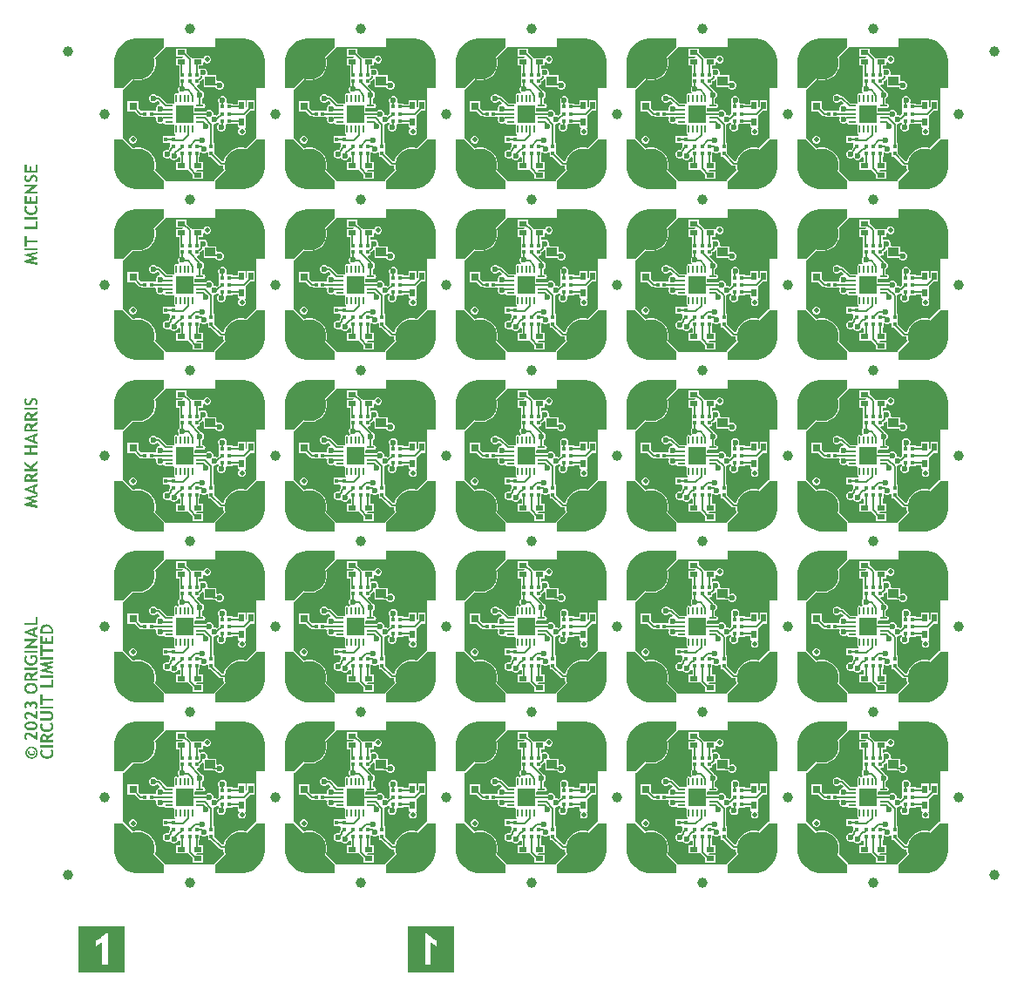
<source format=gtl>
G04*
G04 #@! TF.GenerationSoftware,Altium Limited,Altium Designer,23.11.1 (41)*
G04*
G04 Layer_Physical_Order=1*
G04 Layer_Color=255*
%FSLAX44Y44*%
%MOMM*%
G71*
G04*
G04 #@! TF.SameCoordinates,3482151D-E3A4-470A-A98F-003E0BE399C6*
G04*
G04*
G04 #@! TF.FilePolarity,Positive*
G04*
G01*
G75*
%ADD10C,1.0000*%
%ADD11R,0.3500X0.4400*%
%ADD12R,1.7000X1.7000*%
%ADD13O,0.2000X0.8000*%
%ADD14O,0.8000X0.2000*%
%ADD15R,1.0000X0.9000*%
%ADD16R,0.8000X0.5000*%
%ADD17R,0.8000X0.8000*%
%ADD18R,0.4400X0.3500*%
%ADD19R,0.5000X0.8000*%
%ADD20C,0.2000*%
%ADD21C,0.5000*%
%ADD22C,3.3000*%
%ADD23C,0.6000*%
%ADD24C,0.5000*%
G36*
X888819Y911478D02*
X893073Y909716D01*
X896902Y907158D01*
X900158Y903902D01*
X902716Y900073D01*
X904478Y895819D01*
X905377Y891302D01*
Y889000D01*
Y864000D01*
X897000D01*
Y815299D01*
X896081Y814918D01*
X886925Y805761D01*
X883714Y806400D01*
X880286D01*
X876925Y805731D01*
X873758Y804420D01*
X870908Y802515D01*
X868484Y800092D01*
X866580Y797242D01*
X865269Y794075D01*
X865063Y793043D01*
X863429D01*
X855950Y800522D01*
Y810650D01*
X855243D01*
Y828354D01*
X855230Y828417D01*
X856188Y829654D01*
X856982D01*
X858525Y830293D01*
X858911Y830679D01*
X860088Y830217D01*
X860209Y829149D01*
X859439Y828379D01*
X858800Y826835D01*
Y825165D01*
X859439Y823621D01*
X860621Y822439D01*
X862165Y821800D01*
X863835D01*
X865379Y822439D01*
X866561Y823621D01*
X867200Y825165D01*
Y826835D01*
X866809Y827780D01*
X867549Y829050D01*
X873650D01*
Y829757D01*
X878800D01*
Y825800D01*
X879771D01*
X880297Y824530D01*
X879863Y824096D01*
X879300Y822736D01*
Y821264D01*
X879863Y819904D01*
X880904Y818863D01*
X882264Y818300D01*
X883736D01*
X885096Y818863D01*
X886137Y819904D01*
X886700Y821264D01*
Y822736D01*
X886137Y824096D01*
X885703Y824530D01*
X886200Y825800D01*
X886200Y825829D01*
Y836200D01*
X886200Y836200D01*
X886490Y837350D01*
X886586Y837414D01*
X890972Y841800D01*
X895200D01*
Y852200D01*
X887800D01*
Y845743D01*
X887470Y845512D01*
X886200Y846172D01*
Y852200D01*
X878800D01*
Y848243D01*
X873650D01*
Y848950D01*
X868549D01*
X867809Y850220D01*
X868200Y851165D01*
Y852835D01*
X867561Y854379D01*
X866379Y855561D01*
X864835Y856200D01*
X863165D01*
X861621Y855561D01*
X860439Y854379D01*
X859800Y852835D01*
Y851165D01*
X860214Y850164D01*
X860350Y848950D01*
X860350Y848950D01*
X860350Y848950D01*
Y843050D01*
X860350D01*
Y841950D01*
X860350D01*
Y839222D01*
X858534Y837406D01*
X858525Y837414D01*
X856982Y838054D01*
X856373D01*
X855301Y838155D01*
X855200Y839227D01*
Y839835D01*
X854560Y841379D01*
X853379Y842561D01*
X851835Y843200D01*
X850164D01*
X848621Y842561D01*
X847439Y841379D01*
X847383Y841243D01*
X836700D01*
Y844370D01*
X837970Y845042D01*
X838142Y844928D01*
X839000Y844757D01*
X845000D01*
X845858Y844928D01*
X846586Y845414D01*
X847072Y846142D01*
X847243Y847000D01*
X847072Y847858D01*
X846586Y848586D01*
X845858Y849072D01*
X845000Y849243D01*
X844243D01*
Y854183D01*
X844379Y854239D01*
X845561Y855421D01*
X846200Y856965D01*
Y858635D01*
X845561Y860179D01*
X844379Y861361D01*
X843333Y861794D01*
X843307Y861924D01*
X842821Y862652D01*
X839296Y866177D01*
X839782Y867350D01*
X841950D01*
Y870664D01*
X842520Y870778D01*
X843247Y871264D01*
X844530Y872547D01*
X845512Y872273D01*
X845800Y872067D01*
Y865050D01*
X855283D01*
X855500Y865007D01*
X857277D01*
X857520Y864419D01*
X858702Y863238D01*
X860245Y862599D01*
X861916D01*
X863460Y863238D01*
X864641Y864419D01*
X865281Y865963D01*
Y867634D01*
X864641Y869178D01*
X863460Y870359D01*
X861916Y870999D01*
X860245D01*
X859470Y870677D01*
X858200Y871517D01*
Y876450D01*
X849864D01*
X849016Y877720D01*
X849200Y878165D01*
Y879835D01*
X848561Y881379D01*
X847379Y882561D01*
X845835Y883200D01*
X844165D01*
X842621Y882561D01*
X842513Y882453D01*
X841243Y882979D01*
Y885800D01*
X845200D01*
Y888771D01*
X846470Y889297D01*
X846904Y888863D01*
X848264Y888300D01*
X849736D01*
X851096Y888863D01*
X852137Y889904D01*
X852700Y891264D01*
Y892736D01*
X852137Y894096D01*
X851096Y895137D01*
X849736Y895700D01*
X848264D01*
X846904Y895137D01*
X845934Y894166D01*
X845863Y894096D01*
X844964Y893200D01*
X834800Y893200D01*
X834800Y893200D01*
Y893200D01*
X833622Y893533D01*
X833586Y893586D01*
X829200Y897972D01*
Y902200D01*
X818800D01*
Y894800D01*
X825257D01*
X825488Y894470D01*
X824828Y893200D01*
X818800D01*
Y885800D01*
X822007D01*
Y878450D01*
X822043Y878267D01*
X822038Y878080D01*
X822050Y878047D01*
Y867350D01*
X822050Y867350D01*
X822140Y866080D01*
X821439Y865379D01*
X820800Y863835D01*
Y862165D01*
X821439Y860621D01*
X821787Y860273D01*
X821568Y859085D01*
X820363Y858735D01*
X819858Y859072D01*
X819000Y859243D01*
X818142Y859072D01*
X817414Y858586D01*
X816928Y857858D01*
X816757Y857000D01*
Y851000D01*
X816928Y850142D01*
X817098Y849886D01*
X817114Y849795D01*
X816205Y848886D01*
X816114Y848902D01*
X815858Y849072D01*
X815000Y849243D01*
X809929D01*
X803586Y855586D01*
X802858Y856072D01*
X802000Y856243D01*
X800617D01*
X800561Y856379D01*
X799379Y857561D01*
X797835Y858200D01*
X796164D01*
X794621Y857561D01*
X793439Y856379D01*
X792800Y854835D01*
Y853165D01*
X793439Y851621D01*
X794621Y850439D01*
X796164Y849800D01*
X797835D01*
X799379Y850439D01*
X800561Y851621D01*
X801713Y851114D01*
X803093Y849735D01*
X802654Y848465D01*
X801111Y847826D01*
X799929Y846644D01*
X799290Y845100D01*
Y843430D01*
X799527Y842857D01*
X798528Y841950D01*
X785350D01*
X785350Y841950D01*
Y841950D01*
X784258Y842414D01*
X782200Y844472D01*
Y851700D01*
X771800D01*
Y841300D01*
X779028D01*
X782914Y837414D01*
X783642Y836928D01*
X784500Y836757D01*
X785350D01*
Y836050D01*
X798650D01*
X799705Y835530D01*
X799730Y835487D01*
X799337Y834539D01*
Y832868D01*
X799976Y831324D01*
X801158Y830143D01*
X802701Y829503D01*
X804372D01*
X805654Y830034D01*
X806113Y830073D01*
X807241Y829672D01*
X807414Y829414D01*
X808142Y828928D01*
X809000Y828757D01*
X815000D01*
X815858Y828928D01*
X816114Y829098D01*
X816205Y829114D01*
X817114Y828205D01*
X817098Y828114D01*
X816928Y827858D01*
X816757Y827000D01*
Y821000D01*
X816928Y820142D01*
X817414Y819414D01*
X818142Y818928D01*
X818180Y818920D01*
X818055Y817650D01*
X813050D01*
Y817650D01*
X811950D01*
Y817650D01*
X806050D01*
Y810850D01*
X811950D01*
X811950Y810850D01*
X813050Y810440D01*
Y807522D01*
X812364Y806836D01*
X811878Y806108D01*
X811707Y805250D01*
Y805197D01*
X810835Y804200D01*
X809165D01*
X807621Y803561D01*
X806439Y802379D01*
X805800Y800835D01*
Y799165D01*
X806439Y797621D01*
X807621Y796439D01*
X809165Y795800D01*
X810835D01*
X811728Y796170D01*
X813156Y796040D01*
X814337Y794859D01*
X815881Y794220D01*
X817552D01*
X819096Y794859D01*
X820277Y796040D01*
X820528Y796646D01*
X821973Y796967D01*
X822740Y796396D01*
X822757Y796373D01*
Y792200D01*
X818800D01*
Y784800D01*
X828745D01*
X829200Y784800D01*
X830350Y784510D01*
X830414Y784414D01*
X834800Y780028D01*
Y775800D01*
X845200D01*
Y783200D01*
X838744D01*
X838512Y783530D01*
X839172Y784800D01*
X845200D01*
Y792200D01*
X841243D01*
Y797350D01*
X841950D01*
Y801314D01*
X843220Y801840D01*
X843621Y801439D01*
X845165Y800800D01*
X846835D01*
X848379Y801439D01*
X848780Y801840D01*
X850050Y801314D01*
Y797350D01*
X852778D01*
X860914Y789214D01*
X861642Y788728D01*
X862500Y788557D01*
X864600D01*
Y787286D01*
X865239Y784075D01*
X856081Y774918D01*
X855701Y774000D01*
X808299D01*
X807918Y774918D01*
X798761Y784075D01*
X799400Y787286D01*
Y790714D01*
X798731Y794075D01*
X797420Y797242D01*
X795516Y800092D01*
X793092Y802515D01*
X790242Y804420D01*
X787075Y805731D01*
X783714Y806400D01*
X780286D01*
X777076Y805761D01*
X767918Y814918D01*
X767000Y815299D01*
Y862701D01*
X767918Y863082D01*
X777076Y872239D01*
X780286Y871600D01*
X783714D01*
X787075Y872269D01*
X790242Y873580D01*
X793092Y875484D01*
X795516Y877908D01*
X797420Y880758D01*
X798731Y883925D01*
X799400Y887286D01*
Y890714D01*
X798761Y893924D01*
X807918Y903082D01*
X808299Y904000D01*
X857000D01*
Y912376D01*
X884302D01*
X888819Y911478D01*
D02*
G37*
G36*
X722819D02*
X727073Y909716D01*
X730902Y907158D01*
X734158Y903902D01*
X736716Y900073D01*
X738478Y895819D01*
X739377Y891302D01*
Y889000D01*
Y864000D01*
X731000D01*
Y815299D01*
X730081Y814918D01*
X720925Y805761D01*
X717714Y806400D01*
X714286D01*
X710925Y805731D01*
X707758Y804420D01*
X704908Y802515D01*
X702485Y800092D01*
X700580Y797242D01*
X699269Y794075D01*
X699063Y793043D01*
X697429D01*
X689950Y800522D01*
Y810650D01*
X689243D01*
Y828354D01*
X689230Y828417D01*
X690188Y829654D01*
X690982D01*
X692525Y830293D01*
X692911Y830679D01*
X694088Y830217D01*
X694209Y829149D01*
X693439Y828379D01*
X692800Y826835D01*
Y825165D01*
X693439Y823621D01*
X694621Y822439D01*
X696164Y821800D01*
X697835D01*
X699379Y822439D01*
X700561Y823621D01*
X701200Y825165D01*
Y826835D01*
X700809Y827780D01*
X701549Y829050D01*
X707650D01*
Y829757D01*
X712800D01*
Y825800D01*
X713771D01*
X714297Y824530D01*
X713863Y824096D01*
X713300Y822736D01*
Y821264D01*
X713863Y819904D01*
X714904Y818863D01*
X716264Y818300D01*
X717736D01*
X719096Y818863D01*
X720137Y819904D01*
X720700Y821264D01*
Y822736D01*
X720137Y824096D01*
X719703Y824530D01*
X720200Y825800D01*
X720200Y825829D01*
Y836200D01*
X720200Y836200D01*
X720490Y837350D01*
X720586Y837414D01*
X724972Y841800D01*
X729200D01*
Y852200D01*
X721800D01*
Y845743D01*
X721470Y845512D01*
X720200Y846172D01*
Y852200D01*
X712800D01*
Y848243D01*
X707650D01*
Y848950D01*
X702549D01*
X701809Y850220D01*
X702200Y851165D01*
Y852835D01*
X701561Y854379D01*
X700379Y855561D01*
X698835Y856200D01*
X697165D01*
X695621Y855561D01*
X694439Y854379D01*
X693800Y852835D01*
Y851165D01*
X694214Y850164D01*
X694350Y848950D01*
X694350Y848950D01*
X694350Y848950D01*
Y843050D01*
X694350D01*
Y841950D01*
X694350D01*
Y839222D01*
X692534Y837406D01*
X692525Y837414D01*
X690982Y838054D01*
X690373D01*
X689301Y838155D01*
X689200Y839227D01*
Y839835D01*
X688560Y841379D01*
X687379Y842561D01*
X685835Y843200D01*
X684165D01*
X682621Y842561D01*
X681439Y841379D01*
X681383Y841243D01*
X670700D01*
Y844370D01*
X671970Y845042D01*
X672142Y844928D01*
X673000Y844757D01*
X679000D01*
X679858Y844928D01*
X680586Y845414D01*
X681072Y846142D01*
X681243Y847000D01*
X681072Y847858D01*
X680586Y848586D01*
X679858Y849072D01*
X679000Y849243D01*
X678243D01*
Y854183D01*
X678379Y854239D01*
X679561Y855421D01*
X680200Y856965D01*
Y858635D01*
X679561Y860179D01*
X678379Y861361D01*
X677333Y861794D01*
X677307Y861924D01*
X676821Y862652D01*
X673296Y866177D01*
X673782Y867350D01*
X675950D01*
Y870664D01*
X676520Y870778D01*
X677247Y871264D01*
X678530Y872547D01*
X679512Y872273D01*
X679800Y872067D01*
Y865050D01*
X689283D01*
X689500Y865007D01*
X691277D01*
X691520Y864419D01*
X692702Y863238D01*
X694245Y862599D01*
X695916D01*
X697460Y863238D01*
X698641Y864419D01*
X699281Y865963D01*
Y867634D01*
X698641Y869178D01*
X697460Y870359D01*
X695916Y870999D01*
X694245D01*
X693470Y870677D01*
X692200Y871517D01*
Y876450D01*
X683864D01*
X683016Y877720D01*
X683200Y878165D01*
Y879835D01*
X682561Y881379D01*
X681379Y882561D01*
X679835Y883200D01*
X678165D01*
X676621Y882561D01*
X676513Y882453D01*
X675243Y882979D01*
Y885800D01*
X679200D01*
Y888771D01*
X680470Y889297D01*
X680904Y888863D01*
X682264Y888300D01*
X683736D01*
X685096Y888863D01*
X686137Y889904D01*
X686700Y891264D01*
Y892736D01*
X686137Y894096D01*
X685096Y895137D01*
X683736Y895700D01*
X682264D01*
X680904Y895137D01*
X679934Y894166D01*
X679863Y894096D01*
X678964Y893200D01*
X668800Y893200D01*
X668800Y893200D01*
Y893200D01*
X667622Y893533D01*
X667586Y893586D01*
X663200Y897972D01*
Y902200D01*
X652800D01*
Y894800D01*
X659257D01*
X659488Y894470D01*
X658828Y893200D01*
X652800D01*
Y885800D01*
X656007D01*
Y878450D01*
X656043Y878267D01*
X656038Y878080D01*
X656050Y878047D01*
Y867350D01*
X656050Y867350D01*
X656140Y866080D01*
X655439Y865379D01*
X654800Y863835D01*
Y862165D01*
X655439Y860621D01*
X655787Y860273D01*
X655567Y859085D01*
X654363Y858735D01*
X653858Y859072D01*
X653000Y859243D01*
X652142Y859072D01*
X651414Y858586D01*
X650928Y857858D01*
X650757Y857000D01*
Y851000D01*
X650928Y850142D01*
X651098Y849886D01*
X651114Y849795D01*
X650205Y848886D01*
X650114Y848902D01*
X649858Y849072D01*
X649000Y849243D01*
X643929D01*
X637586Y855586D01*
X636858Y856072D01*
X636000Y856243D01*
X634617D01*
X634561Y856379D01*
X633379Y857561D01*
X631835Y858200D01*
X630165D01*
X628621Y857561D01*
X627439Y856379D01*
X626800Y854835D01*
Y853165D01*
X627439Y851621D01*
X628621Y850439D01*
X630165Y849800D01*
X631835D01*
X633379Y850439D01*
X634561Y851621D01*
X635713Y851114D01*
X637093Y849735D01*
X636655Y848465D01*
X635111Y847826D01*
X633929Y846644D01*
X633290Y845100D01*
Y843430D01*
X633527Y842857D01*
X632528Y841950D01*
X619350D01*
X619350Y841950D01*
Y841950D01*
X618258Y842414D01*
X616200Y844472D01*
Y851700D01*
X605800D01*
Y841300D01*
X613028D01*
X616914Y837414D01*
X617642Y836928D01*
X618500Y836757D01*
X619350D01*
Y836050D01*
X632650D01*
X633704Y835530D01*
X633730Y835487D01*
X633337Y834539D01*
Y832868D01*
X633976Y831324D01*
X635158Y830143D01*
X636702Y829503D01*
X638372D01*
X639654Y830034D01*
X640113Y830073D01*
X641241Y829672D01*
X641414Y829414D01*
X642142Y828928D01*
X643000Y828757D01*
X649000D01*
X649858Y828928D01*
X650114Y829098D01*
X650205Y829114D01*
X651114Y828205D01*
X651098Y828114D01*
X650928Y827858D01*
X650757Y827000D01*
Y821000D01*
X650928Y820142D01*
X651414Y819414D01*
X652142Y818928D01*
X652180Y818920D01*
X652055Y817650D01*
X647050D01*
Y817650D01*
X645950D01*
Y817650D01*
X640050D01*
Y810850D01*
X645950D01*
X645950Y810850D01*
X647050Y810440D01*
Y807522D01*
X646364Y806836D01*
X645878Y806108D01*
X645707Y805250D01*
Y805197D01*
X644835Y804200D01*
X643165D01*
X641621Y803561D01*
X640439Y802379D01*
X639800Y800835D01*
Y799165D01*
X640439Y797621D01*
X641621Y796439D01*
X643165Y795800D01*
X644835D01*
X645728Y796170D01*
X647156Y796040D01*
X648337Y794859D01*
X649881Y794220D01*
X651552D01*
X653096Y794859D01*
X654277Y796040D01*
X654528Y796646D01*
X655973Y796967D01*
X656740Y796396D01*
X656757Y796373D01*
Y792200D01*
X652800D01*
Y784800D01*
X662745D01*
X663200Y784800D01*
X664350Y784510D01*
X664414Y784414D01*
X668800Y780028D01*
Y775800D01*
X679200D01*
Y783200D01*
X672744D01*
X672512Y783530D01*
X673172Y784800D01*
X679200D01*
Y792200D01*
X675243D01*
Y797350D01*
X675950D01*
Y801314D01*
X677220Y801840D01*
X677621Y801439D01*
X679165Y800800D01*
X680835D01*
X682379Y801439D01*
X682780Y801840D01*
X684050Y801314D01*
Y797350D01*
X686778D01*
X694914Y789214D01*
X695642Y788728D01*
X696500Y788557D01*
X698600D01*
Y787286D01*
X699239Y784075D01*
X690082Y774918D01*
X689701Y774000D01*
X642299D01*
X641918Y774918D01*
X632761Y784075D01*
X633400Y787286D01*
Y790714D01*
X632731Y794075D01*
X631420Y797242D01*
X629515Y800092D01*
X627092Y802515D01*
X624242Y804420D01*
X621075Y805731D01*
X617714Y806400D01*
X614286D01*
X611076Y805761D01*
X601918Y814918D01*
X601000Y815299D01*
Y862701D01*
X601918Y863082D01*
X611076Y872239D01*
X614286Y871600D01*
X617714D01*
X621075Y872269D01*
X624242Y873580D01*
X627092Y875484D01*
X629515Y877908D01*
X631420Y880758D01*
X632731Y883925D01*
X633400Y887286D01*
Y890714D01*
X632761Y893924D01*
X641918Y903082D01*
X642299Y904000D01*
X691000D01*
Y912376D01*
X718302D01*
X722819Y911478D01*
D02*
G37*
G36*
X556819D02*
X561073Y909716D01*
X564902Y907158D01*
X568158Y903902D01*
X570716Y900073D01*
X572478Y895819D01*
X573377Y891302D01*
Y889000D01*
Y864000D01*
X565000D01*
Y815299D01*
X564081Y814918D01*
X554925Y805761D01*
X551714Y806400D01*
X548286D01*
X544925Y805731D01*
X541758Y804420D01*
X538908Y802515D01*
X536484Y800092D01*
X534580Y797242D01*
X533269Y794075D01*
X533063Y793043D01*
X531429D01*
X523950Y800522D01*
Y810650D01*
X523243D01*
Y828354D01*
X523231Y828417D01*
X524188Y829654D01*
X524981D01*
X526525Y830293D01*
X526911Y830679D01*
X528088Y830217D01*
X528209Y829149D01*
X527439Y828379D01*
X526800Y826835D01*
Y825165D01*
X527439Y823621D01*
X528621Y822439D01*
X530164Y821800D01*
X531835D01*
X533379Y822439D01*
X534561Y823621D01*
X535200Y825165D01*
Y826835D01*
X534809Y827780D01*
X535549Y829050D01*
X541650D01*
Y829757D01*
X546800D01*
Y825800D01*
X547771D01*
X548297Y824530D01*
X547863Y824096D01*
X547300Y822736D01*
Y821264D01*
X547863Y819904D01*
X548904Y818863D01*
X550264Y818300D01*
X551736D01*
X553096Y818863D01*
X554137Y819904D01*
X554700Y821264D01*
Y822736D01*
X554137Y824096D01*
X553703Y824530D01*
X554200Y825800D01*
X554200Y825829D01*
Y836200D01*
X554200Y836200D01*
X554490Y837350D01*
X554586Y837414D01*
X558972Y841800D01*
X563200D01*
Y852200D01*
X555800D01*
Y845743D01*
X555470Y845512D01*
X554200Y846172D01*
Y852200D01*
X546800D01*
Y848243D01*
X541650D01*
Y848950D01*
X536549D01*
X535809Y850220D01*
X536200Y851165D01*
Y852835D01*
X535560Y854379D01*
X534379Y855561D01*
X532835Y856200D01*
X531165D01*
X529621Y855561D01*
X528439Y854379D01*
X527800Y852835D01*
Y851165D01*
X528214Y850164D01*
X528350Y848950D01*
X528350Y848950D01*
X528350Y848950D01*
Y843050D01*
X528350D01*
Y841950D01*
X528350D01*
Y839222D01*
X526534Y837406D01*
X526525Y837414D01*
X524981Y838054D01*
X524373D01*
X523301Y838155D01*
X523200Y839227D01*
Y839835D01*
X522561Y841379D01*
X521379Y842561D01*
X519835Y843200D01*
X518164D01*
X516621Y842561D01*
X515439Y841379D01*
X515383Y841243D01*
X504700D01*
Y844370D01*
X505970Y845042D01*
X506142Y844928D01*
X507000Y844757D01*
X513000D01*
X513858Y844928D01*
X514586Y845414D01*
X515072Y846142D01*
X515243Y847000D01*
X515072Y847858D01*
X514586Y848586D01*
X513858Y849072D01*
X513000Y849243D01*
X512243D01*
Y854183D01*
X512379Y854239D01*
X513561Y855421D01*
X514200Y856965D01*
Y858635D01*
X513561Y860179D01*
X512379Y861361D01*
X511333Y861794D01*
X511307Y861924D01*
X510821Y862652D01*
X507295Y866177D01*
X507782Y867350D01*
X509950D01*
Y870664D01*
X510520Y870778D01*
X511247Y871264D01*
X512530Y872547D01*
X513512Y872273D01*
X513800Y872067D01*
Y865050D01*
X523283D01*
X523500Y865007D01*
X525277D01*
X525520Y864419D01*
X526702Y863238D01*
X528245Y862599D01*
X529916D01*
X531460Y863238D01*
X532641Y864419D01*
X533281Y865963D01*
Y867634D01*
X532641Y869178D01*
X531460Y870359D01*
X529916Y870999D01*
X528245D01*
X527470Y870677D01*
X526200Y871517D01*
Y876450D01*
X517864D01*
X517016Y877720D01*
X517200Y878165D01*
Y879835D01*
X516561Y881379D01*
X515379Y882561D01*
X513835Y883200D01*
X512165D01*
X510621Y882561D01*
X510513Y882453D01*
X509243Y882979D01*
Y885800D01*
X513200D01*
Y888771D01*
X514470Y889297D01*
X514904Y888863D01*
X516264Y888300D01*
X517736D01*
X519096Y888863D01*
X520137Y889904D01*
X520700Y891264D01*
Y892736D01*
X520137Y894096D01*
X519096Y895137D01*
X517736Y895700D01*
X516264D01*
X514904Y895137D01*
X513934Y894166D01*
X513863Y894096D01*
X512964Y893200D01*
X502800Y893200D01*
X502800Y893200D01*
Y893200D01*
X501622Y893533D01*
X501586Y893586D01*
X497200Y897972D01*
Y902200D01*
X486800D01*
Y894800D01*
X493256D01*
X493488Y894470D01*
X492828Y893200D01*
X486800D01*
Y885800D01*
X490007D01*
Y878450D01*
X490043Y878267D01*
X490038Y878080D01*
X490050Y878047D01*
Y867350D01*
X490050Y867350D01*
X490140Y866080D01*
X489439Y865379D01*
X488800Y863835D01*
Y862165D01*
X489439Y860621D01*
X489787Y860273D01*
X489568Y859085D01*
X488363Y858735D01*
X487858Y859072D01*
X487000Y859243D01*
X486142Y859072D01*
X485414Y858586D01*
X484928Y857858D01*
X484757Y857000D01*
Y851000D01*
X484928Y850142D01*
X485098Y849886D01*
X485114Y849795D01*
X484205Y848886D01*
X484114Y848902D01*
X483858Y849072D01*
X483000Y849243D01*
X477929D01*
X471586Y855586D01*
X470858Y856072D01*
X470000Y856243D01*
X468617D01*
X468561Y856379D01*
X467379Y857561D01*
X465835Y858200D01*
X464165D01*
X462621Y857561D01*
X461439Y856379D01*
X460800Y854835D01*
Y853165D01*
X461439Y851621D01*
X462621Y850439D01*
X464165Y849800D01*
X465835D01*
X467379Y850439D01*
X468560Y851621D01*
X469713Y851114D01*
X471093Y849735D01*
X470654Y848465D01*
X469111Y847826D01*
X467929Y846644D01*
X467290Y845100D01*
Y843430D01*
X467527Y842857D01*
X466528Y841950D01*
X453350D01*
X453350Y841950D01*
Y841950D01*
X452258Y842414D01*
X450200Y844472D01*
Y851700D01*
X439800D01*
Y841300D01*
X447028D01*
X450914Y837414D01*
X451642Y836928D01*
X452500Y836757D01*
X453350D01*
Y836050D01*
X466650D01*
X467705Y835530D01*
X467730Y835487D01*
X467337Y834539D01*
Y832868D01*
X467976Y831324D01*
X469158Y830143D01*
X470701Y829503D01*
X472372D01*
X473654Y830034D01*
X474113Y830073D01*
X475241Y829672D01*
X475414Y829414D01*
X476142Y828928D01*
X477000Y828757D01*
X483000D01*
X483858Y828928D01*
X484114Y829098D01*
X484205Y829114D01*
X485114Y828205D01*
X485098Y828114D01*
X484928Y827858D01*
X484757Y827000D01*
Y821000D01*
X484928Y820142D01*
X485414Y819414D01*
X486142Y818928D01*
X486180Y818920D01*
X486055Y817650D01*
X481050D01*
Y817650D01*
X479950D01*
Y817650D01*
X474050D01*
Y810850D01*
X479950D01*
X479950Y810850D01*
X481050Y810440D01*
Y807522D01*
X480364Y806836D01*
X479878Y806108D01*
X479707Y805250D01*
Y805197D01*
X478835Y804200D01*
X477165D01*
X475621Y803561D01*
X474439Y802379D01*
X473800Y800835D01*
Y799165D01*
X474439Y797621D01*
X475621Y796439D01*
X477165Y795800D01*
X478835D01*
X479728Y796170D01*
X481156Y796040D01*
X482337Y794859D01*
X483881Y794220D01*
X485552D01*
X487096Y794859D01*
X488277Y796040D01*
X488528Y796646D01*
X489973Y796967D01*
X490740Y796396D01*
X490757Y796373D01*
Y792200D01*
X486800D01*
Y784800D01*
X496745D01*
X497200Y784800D01*
X498350Y784510D01*
X498414Y784414D01*
X502800Y780028D01*
Y775800D01*
X513200D01*
Y783200D01*
X506744D01*
X506512Y783530D01*
X507172Y784800D01*
X513200D01*
Y792200D01*
X509243D01*
Y797350D01*
X509950D01*
Y801314D01*
X511220Y801840D01*
X511621Y801439D01*
X513165Y800800D01*
X514835D01*
X516379Y801439D01*
X516780Y801840D01*
X518050Y801314D01*
Y797350D01*
X520778D01*
X528914Y789214D01*
X529642Y788728D01*
X530500Y788557D01*
X532600D01*
Y787286D01*
X533239Y784075D01*
X524082Y774918D01*
X523701Y774000D01*
X476299D01*
X475918Y774918D01*
X466761Y784075D01*
X467400Y787286D01*
Y790714D01*
X466731Y794075D01*
X465420Y797242D01*
X463516Y800092D01*
X461092Y802515D01*
X458242Y804420D01*
X455075Y805731D01*
X451714Y806400D01*
X448286D01*
X445075Y805761D01*
X435918Y814918D01*
X435000Y815299D01*
Y862701D01*
X435918Y863082D01*
X445075Y872239D01*
X448286Y871600D01*
X451714D01*
X455075Y872269D01*
X458242Y873580D01*
X461092Y875484D01*
X463516Y877908D01*
X465420Y880758D01*
X466731Y883925D01*
X467400Y887286D01*
Y890714D01*
X466761Y893924D01*
X475918Y903082D01*
X476299Y904000D01*
X525000D01*
Y912376D01*
X552302D01*
X556819Y911478D01*
D02*
G37*
G36*
X390819D02*
X395073Y909716D01*
X398902Y907158D01*
X402158Y903902D01*
X404716Y900073D01*
X406478Y895819D01*
X407377Y891302D01*
Y889000D01*
Y864000D01*
X399000D01*
Y815299D01*
X398082Y814918D01*
X388924Y805761D01*
X385714Y806400D01*
X382286D01*
X378925Y805731D01*
X375758Y804420D01*
X372908Y802515D01*
X370485Y800092D01*
X368580Y797242D01*
X367269Y794075D01*
X367063Y793043D01*
X365429D01*
X357950Y800522D01*
Y810650D01*
X357243D01*
Y828354D01*
X357230Y828417D01*
X358188Y829654D01*
X358982D01*
X360525Y830293D01*
X360911Y830679D01*
X362088Y830217D01*
X362209Y829149D01*
X361439Y828379D01*
X360800Y826835D01*
Y825165D01*
X361439Y823621D01*
X362621Y822439D01*
X364165Y821800D01*
X365835D01*
X367379Y822439D01*
X368561Y823621D01*
X369200Y825165D01*
Y826835D01*
X368809Y827780D01*
X369549Y829050D01*
X375650D01*
Y829757D01*
X380800D01*
Y825800D01*
X381771D01*
X382297Y824530D01*
X381863Y824096D01*
X381300Y822736D01*
Y821264D01*
X381863Y819904D01*
X382904Y818863D01*
X384264Y818300D01*
X385736D01*
X387096Y818863D01*
X388137Y819904D01*
X388700Y821264D01*
Y822736D01*
X388137Y824096D01*
X387703Y824530D01*
X388200Y825800D01*
X388200Y825829D01*
Y836200D01*
X388200Y836200D01*
X388490Y837350D01*
X388586Y837414D01*
X392972Y841800D01*
X397200D01*
Y852200D01*
X389800D01*
Y845743D01*
X389470Y845512D01*
X388200Y846172D01*
Y852200D01*
X380800D01*
Y848243D01*
X375650D01*
Y848950D01*
X370549D01*
X369809Y850220D01*
X370200Y851165D01*
Y852835D01*
X369561Y854379D01*
X368379Y855561D01*
X366835Y856200D01*
X365164D01*
X363621Y855561D01*
X362439Y854379D01*
X361800Y852835D01*
Y851165D01*
X362215Y850164D01*
X362350Y848950D01*
X362350Y848950D01*
X362350Y848950D01*
Y843050D01*
X362350D01*
Y841950D01*
X362350D01*
Y839222D01*
X360534Y837406D01*
X360525Y837414D01*
X358982Y838054D01*
X358373D01*
X357301Y838155D01*
X357200Y839227D01*
Y839835D01*
X356561Y841379D01*
X355379Y842561D01*
X353835Y843200D01*
X352164D01*
X350621Y842561D01*
X349439Y841379D01*
X349383Y841243D01*
X338700D01*
Y844370D01*
X339970Y845042D01*
X340142Y844928D01*
X341000Y844757D01*
X347000D01*
X347858Y844928D01*
X348586Y845414D01*
X349072Y846142D01*
X349243Y847000D01*
X349072Y847858D01*
X348586Y848586D01*
X347858Y849072D01*
X347000Y849243D01*
X346243D01*
Y854183D01*
X346379Y854239D01*
X347561Y855421D01*
X348200Y856965D01*
Y858635D01*
X347561Y860179D01*
X346379Y861361D01*
X345333Y861794D01*
X345307Y861924D01*
X344821Y862652D01*
X341296Y866177D01*
X341782Y867350D01*
X343950D01*
Y870664D01*
X344520Y870778D01*
X345247Y871264D01*
X346530Y872547D01*
X347513Y872273D01*
X347800Y872067D01*
Y865050D01*
X357283D01*
X357500Y865007D01*
X359277D01*
X359520Y864419D01*
X360702Y863238D01*
X362245Y862599D01*
X363916D01*
X365460Y863238D01*
X366641Y864419D01*
X367281Y865963D01*
Y867634D01*
X366641Y869178D01*
X365460Y870359D01*
X363916Y870999D01*
X362245D01*
X361470Y870677D01*
X360200Y871517D01*
Y876450D01*
X351864D01*
X351016Y877720D01*
X351200Y878165D01*
Y879835D01*
X350561Y881379D01*
X349379Y882561D01*
X347835Y883200D01*
X346165D01*
X344621Y882561D01*
X344513Y882453D01*
X343243Y882979D01*
Y885800D01*
X347200D01*
Y888771D01*
X348470Y889297D01*
X348904Y888863D01*
X350264Y888300D01*
X351736D01*
X353096Y888863D01*
X354137Y889904D01*
X354700Y891264D01*
Y892736D01*
X354137Y894096D01*
X353096Y895137D01*
X351736Y895700D01*
X350264D01*
X348904Y895137D01*
X347934Y894166D01*
X347863Y894096D01*
X346964Y893200D01*
X336800Y893200D01*
X336800Y893200D01*
Y893200D01*
X335622Y893533D01*
X335586Y893586D01*
X331200Y897972D01*
Y902200D01*
X320800D01*
Y894800D01*
X327257D01*
X327488Y894470D01*
X326828Y893200D01*
X320800D01*
Y885800D01*
X324007D01*
Y878450D01*
X324043Y878267D01*
X324038Y878080D01*
X324050Y878047D01*
Y867350D01*
X324050Y867350D01*
X324140Y866080D01*
X323439Y865379D01*
X322800Y863835D01*
Y862165D01*
X323439Y860621D01*
X323787Y860273D01*
X323568Y859085D01*
X322363Y858735D01*
X321858Y859072D01*
X321000Y859243D01*
X320142Y859072D01*
X319414Y858586D01*
X318928Y857858D01*
X318757Y857000D01*
Y851000D01*
X318928Y850142D01*
X319098Y849886D01*
X319114Y849795D01*
X318205Y848886D01*
X318114Y848902D01*
X317858Y849072D01*
X317000Y849243D01*
X311929D01*
X305586Y855586D01*
X304858Y856072D01*
X304000Y856243D01*
X302617D01*
X302561Y856379D01*
X301379Y857561D01*
X299835Y858200D01*
X298165D01*
X296621Y857561D01*
X295439Y856379D01*
X294800Y854835D01*
Y853165D01*
X295439Y851621D01*
X296621Y850439D01*
X298165Y849800D01*
X299835D01*
X301379Y850439D01*
X302561Y851621D01*
X303713Y851114D01*
X305093Y849735D01*
X304655Y848465D01*
X303111Y847826D01*
X301929Y846644D01*
X301290Y845100D01*
Y843430D01*
X301527Y842857D01*
X300528Y841950D01*
X287350D01*
X287350Y841950D01*
Y841950D01*
X286258Y842414D01*
X284200Y844472D01*
Y851700D01*
X273800D01*
Y841300D01*
X281028D01*
X284914Y837414D01*
X285642Y836928D01*
X286500Y836757D01*
X287350D01*
Y836050D01*
X300650D01*
X301705Y835530D01*
X301730Y835487D01*
X301337Y834539D01*
Y832868D01*
X301976Y831324D01*
X303158Y830143D01*
X304701Y829503D01*
X306372D01*
X307654Y830034D01*
X308113Y830073D01*
X309241Y829672D01*
X309414Y829414D01*
X310142Y828928D01*
X311000Y828757D01*
X317000D01*
X317858Y828928D01*
X318114Y829098D01*
X318205Y829114D01*
X319114Y828205D01*
X319098Y828114D01*
X318928Y827858D01*
X318757Y827000D01*
Y821000D01*
X318928Y820142D01*
X319414Y819414D01*
X320142Y818928D01*
X320180Y818920D01*
X320055Y817650D01*
X315050D01*
Y817650D01*
X313950D01*
Y817650D01*
X308050D01*
Y810850D01*
X313950D01*
X313950Y810850D01*
X315050Y810440D01*
Y807522D01*
X314364Y806836D01*
X313878Y806108D01*
X313707Y805250D01*
Y805197D01*
X312835Y804200D01*
X311165D01*
X309621Y803561D01*
X308439Y802379D01*
X307800Y800835D01*
Y799165D01*
X308439Y797621D01*
X309621Y796439D01*
X311165Y795800D01*
X312835D01*
X313728Y796170D01*
X315156Y796040D01*
X316337Y794859D01*
X317881Y794220D01*
X319552D01*
X321096Y794859D01*
X322277Y796040D01*
X322528Y796646D01*
X323973Y796967D01*
X324740Y796396D01*
X324757Y796373D01*
Y792200D01*
X320800D01*
Y784800D01*
X330745D01*
X331200Y784800D01*
X332350Y784510D01*
X332414Y784414D01*
X336800Y780028D01*
Y775800D01*
X347200D01*
Y783200D01*
X340743D01*
X340512Y783530D01*
X341172Y784800D01*
X347200D01*
Y792200D01*
X343243D01*
Y797350D01*
X343950D01*
Y801314D01*
X345220Y801840D01*
X345621Y801439D01*
X347165Y800800D01*
X348835D01*
X350379Y801439D01*
X350780Y801840D01*
X352050Y801314D01*
Y797350D01*
X354778D01*
X362914Y789214D01*
X363642Y788728D01*
X364500Y788557D01*
X366600D01*
Y787286D01*
X367239Y784075D01*
X358082Y774918D01*
X357701Y774000D01*
X310299D01*
X309918Y774918D01*
X300761Y784075D01*
X301400Y787286D01*
Y790714D01*
X300731Y794075D01*
X299420Y797242D01*
X297516Y800092D01*
X295092Y802515D01*
X292242Y804420D01*
X289075Y805731D01*
X285714Y806400D01*
X282286D01*
X279076Y805761D01*
X269918Y814918D01*
X269000Y815299D01*
Y862701D01*
X269918Y863082D01*
X279076Y872239D01*
X282286Y871600D01*
X285714D01*
X289075Y872269D01*
X292242Y873580D01*
X295092Y875484D01*
X297516Y877908D01*
X299420Y880758D01*
X300731Y883925D01*
X301400Y887286D01*
Y890714D01*
X300761Y893924D01*
X309918Y903082D01*
X310299Y904000D01*
X359000D01*
Y912376D01*
X386302D01*
X390819Y911478D01*
D02*
G37*
G36*
X224819D02*
X229073Y909716D01*
X232902Y907158D01*
X236158Y903902D01*
X238716Y900073D01*
X240478Y895819D01*
X241376Y891302D01*
Y889000D01*
Y864000D01*
X233000D01*
Y815299D01*
X232082Y814918D01*
X222924Y805761D01*
X219714Y806400D01*
X216286D01*
X212925Y805731D01*
X209758Y804420D01*
X206908Y802515D01*
X204485Y800092D01*
X202580Y797242D01*
X201269Y794075D01*
X201063Y793043D01*
X199429D01*
X191950Y800522D01*
Y810650D01*
X191243D01*
Y828354D01*
X191231Y828417D01*
X192188Y829654D01*
X192981D01*
X194525Y830293D01*
X194911Y830679D01*
X196088Y830217D01*
X196209Y829149D01*
X195439Y828379D01*
X194800Y826835D01*
Y825165D01*
X195439Y823621D01*
X196621Y822439D01*
X198165Y821800D01*
X199835D01*
X201379Y822439D01*
X202561Y823621D01*
X203200Y825165D01*
Y826835D01*
X202809Y827780D01*
X203549Y829050D01*
X209650D01*
Y829757D01*
X214800D01*
Y825800D01*
X215771D01*
X216297Y824530D01*
X215863Y824096D01*
X215300Y822736D01*
Y821264D01*
X215863Y819904D01*
X216904Y818863D01*
X218264Y818300D01*
X219736D01*
X221096Y818863D01*
X222137Y819904D01*
X222700Y821264D01*
Y822736D01*
X222137Y824096D01*
X221703Y824530D01*
X222200Y825800D01*
X222200Y825829D01*
Y836200D01*
X222200Y836200D01*
X222490Y837350D01*
X222586Y837414D01*
X226972Y841800D01*
X231200D01*
Y852200D01*
X223800D01*
Y845743D01*
X223470Y845512D01*
X222200Y846172D01*
Y852200D01*
X214800D01*
Y848243D01*
X209650D01*
Y848950D01*
X204549D01*
X203809Y850220D01*
X204200Y851165D01*
Y852835D01*
X203561Y854379D01*
X202379Y855561D01*
X200835Y856200D01*
X199165D01*
X197621Y855561D01*
X196439Y854379D01*
X195800Y852835D01*
Y851165D01*
X196215Y850164D01*
X196350Y848950D01*
X196350Y848950D01*
X196350Y848950D01*
Y843050D01*
X196350D01*
Y841950D01*
X196350D01*
Y839222D01*
X194534Y837406D01*
X194525Y837414D01*
X192981Y838054D01*
X192373D01*
X191301Y838155D01*
X191200Y839227D01*
Y839835D01*
X190561Y841379D01*
X189379Y842561D01*
X187835Y843200D01*
X186165D01*
X184621Y842561D01*
X183439Y841379D01*
X183383Y841243D01*
X172700D01*
Y844370D01*
X173970Y845042D01*
X174142Y844928D01*
X175000Y844757D01*
X181000D01*
X181858Y844928D01*
X182586Y845414D01*
X183072Y846142D01*
X183243Y847000D01*
X183072Y847858D01*
X182586Y848586D01*
X181858Y849072D01*
X181000Y849243D01*
X180243D01*
Y854183D01*
X180379Y854239D01*
X181561Y855421D01*
X182200Y856965D01*
Y858635D01*
X181561Y860179D01*
X180379Y861361D01*
X179333Y861794D01*
X179307Y861924D01*
X178821Y862652D01*
X175296Y866177D01*
X175782Y867350D01*
X177950D01*
Y870664D01*
X178520Y870778D01*
X179247Y871264D01*
X180530Y872547D01*
X181513Y872273D01*
X181800Y872067D01*
Y865050D01*
X191283D01*
X191500Y865007D01*
X193277D01*
X193520Y864419D01*
X194702Y863238D01*
X196245Y862599D01*
X197916D01*
X199460Y863238D01*
X200641Y864419D01*
X201281Y865963D01*
Y867634D01*
X200641Y869178D01*
X199460Y870359D01*
X197916Y870999D01*
X196245D01*
X195470Y870677D01*
X194200Y871517D01*
Y876450D01*
X185864D01*
X185016Y877720D01*
X185200Y878165D01*
Y879835D01*
X184561Y881379D01*
X183379Y882561D01*
X181835Y883200D01*
X180165D01*
X178621Y882561D01*
X178513Y882453D01*
X177243Y882979D01*
Y885800D01*
X181200D01*
Y888771D01*
X182470Y889297D01*
X182904Y888863D01*
X184264Y888300D01*
X185736D01*
X187096Y888863D01*
X188137Y889904D01*
X188700Y891264D01*
Y892736D01*
X188137Y894096D01*
X187096Y895137D01*
X185736Y895700D01*
X184264D01*
X182904Y895137D01*
X181934Y894166D01*
X181863Y894096D01*
X180964Y893200D01*
X170800Y893200D01*
X170800Y893200D01*
Y893200D01*
X169622Y893533D01*
X169586Y893586D01*
X165200Y897972D01*
Y902200D01*
X154800D01*
Y894800D01*
X161257D01*
X161488Y894470D01*
X160828Y893200D01*
X154800D01*
Y885800D01*
X158007D01*
Y878450D01*
X158043Y878267D01*
X158038Y878080D01*
X158050Y878047D01*
Y867350D01*
X158050Y867350D01*
X158140Y866080D01*
X157439Y865379D01*
X156800Y863835D01*
Y862165D01*
X157439Y860621D01*
X157787Y860273D01*
X157568Y859085D01*
X156363Y858735D01*
X155858Y859072D01*
X155000Y859243D01*
X154142Y859072D01*
X153414Y858586D01*
X152928Y857858D01*
X152757Y857000D01*
Y851000D01*
X152928Y850142D01*
X153098Y849886D01*
X153114Y849795D01*
X152205Y848886D01*
X152114Y848902D01*
X151858Y849072D01*
X151000Y849243D01*
X145929D01*
X139586Y855586D01*
X138858Y856072D01*
X138000Y856243D01*
X136617D01*
X136561Y856379D01*
X135379Y857561D01*
X133835Y858200D01*
X132165D01*
X130621Y857561D01*
X129439Y856379D01*
X128800Y854835D01*
Y853165D01*
X129439Y851621D01*
X130621Y850439D01*
X132165Y849800D01*
X133835D01*
X135379Y850439D01*
X136560Y851621D01*
X137713Y851114D01*
X139093Y849735D01*
X138654Y848465D01*
X137111Y847826D01*
X135929Y846644D01*
X135290Y845100D01*
Y843430D01*
X135527Y842857D01*
X134528Y841950D01*
X121350D01*
X121350Y841950D01*
Y841950D01*
X120258Y842414D01*
X118200Y844472D01*
Y851700D01*
X107800D01*
Y841300D01*
X115028D01*
X118914Y837414D01*
X119642Y836928D01*
X120500Y836757D01*
X121350D01*
Y836050D01*
X134650D01*
X135705Y835530D01*
X135730Y835487D01*
X135337Y834539D01*
Y832868D01*
X135976Y831324D01*
X137158Y830143D01*
X138701Y829503D01*
X140372D01*
X141654Y830034D01*
X142113Y830073D01*
X143241Y829672D01*
X143414Y829414D01*
X144142Y828928D01*
X145000Y828757D01*
X151000D01*
X151858Y828928D01*
X152114Y829098D01*
X152205Y829114D01*
X153114Y828205D01*
X153098Y828114D01*
X152928Y827858D01*
X152757Y827000D01*
Y821000D01*
X152928Y820142D01*
X153414Y819414D01*
X154142Y818928D01*
X154180Y818920D01*
X154055Y817650D01*
X149050D01*
Y817650D01*
X147950D01*
Y817650D01*
X142050D01*
Y810850D01*
X147950D01*
X147950Y810850D01*
X149050Y810440D01*
Y807522D01*
X148364Y806836D01*
X147878Y806108D01*
X147707Y805250D01*
Y805197D01*
X146835Y804200D01*
X145165D01*
X143621Y803561D01*
X142439Y802379D01*
X141800Y800835D01*
Y799165D01*
X142439Y797621D01*
X143621Y796439D01*
X145165Y795800D01*
X146835D01*
X147728Y796170D01*
X149156Y796040D01*
X150337Y794859D01*
X151881Y794220D01*
X153552D01*
X155096Y794859D01*
X156277Y796040D01*
X156528Y796646D01*
X157973Y796967D01*
X158740Y796396D01*
X158757Y796373D01*
Y792200D01*
X154800D01*
Y784800D01*
X164745D01*
X165200Y784800D01*
X166350Y784510D01*
X166414Y784414D01*
X170800Y780028D01*
Y775800D01*
X181200D01*
Y783200D01*
X174743D01*
X174512Y783530D01*
X175172Y784800D01*
X181200D01*
Y792200D01*
X177243D01*
Y797350D01*
X177950D01*
Y801314D01*
X179220Y801840D01*
X179621Y801439D01*
X181165Y800800D01*
X182835D01*
X184379Y801439D01*
X184780Y801840D01*
X186050Y801314D01*
Y797350D01*
X188778D01*
X196914Y789214D01*
X197642Y788728D01*
X198500Y788557D01*
X200600D01*
Y787286D01*
X201239Y784075D01*
X192082Y774918D01*
X191701Y774000D01*
X144299D01*
X143918Y774918D01*
X134761Y784075D01*
X135400Y787286D01*
Y790714D01*
X134731Y794075D01*
X133420Y797242D01*
X131516Y800092D01*
X129092Y802515D01*
X126242Y804420D01*
X123075Y805731D01*
X119714Y806400D01*
X116286D01*
X113076Y805761D01*
X103918Y814918D01*
X103000Y815299D01*
Y862701D01*
X103918Y863082D01*
X113076Y872239D01*
X116286Y871600D01*
X119714D01*
X123075Y872269D01*
X126242Y873580D01*
X129092Y875484D01*
X131516Y877908D01*
X133420Y880758D01*
X134731Y883925D01*
X135400Y887286D01*
Y890714D01*
X134761Y893924D01*
X143918Y903082D01*
X144299Y904000D01*
X193000D01*
Y912376D01*
X220302D01*
X224819Y911478D01*
D02*
G37*
G36*
X807000Y904000D02*
X767000Y864000D01*
X758624D01*
Y889000D01*
Y891302D01*
X759522Y895819D01*
X761284Y900073D01*
X763842Y903902D01*
X767098Y907158D01*
X770927Y909716D01*
X775181Y911478D01*
X779698Y912376D01*
X807000D01*
Y904000D01*
D02*
G37*
G36*
X641000D02*
X601000Y864000D01*
X592623D01*
Y889000D01*
Y891302D01*
X593522Y895819D01*
X595284Y900073D01*
X597842Y903902D01*
X601098Y907158D01*
X604927Y909716D01*
X609181Y911478D01*
X613698Y912376D01*
X641000D01*
Y904000D01*
D02*
G37*
G36*
X475000D02*
X435000Y864000D01*
X426623D01*
Y889000D01*
Y891302D01*
X427522Y895819D01*
X429284Y900073D01*
X431842Y903902D01*
X435098Y907158D01*
X438927Y909716D01*
X443181Y911478D01*
X447698Y912376D01*
X475000D01*
Y904000D01*
D02*
G37*
G36*
X309000D02*
X269000Y864000D01*
X260623D01*
Y889000D01*
Y891302D01*
X261522Y895819D01*
X263284Y900073D01*
X265842Y903902D01*
X269098Y907158D01*
X272927Y909716D01*
X277181Y911478D01*
X281698Y912376D01*
X309000D01*
Y904000D01*
D02*
G37*
G36*
X143000D02*
X103000Y864000D01*
X94623D01*
Y889000D01*
Y891302D01*
X95522Y895819D01*
X97284Y900073D01*
X99842Y903902D01*
X103098Y907158D01*
X106927Y909716D01*
X111181Y911478D01*
X115698Y912376D01*
X143000D01*
Y904000D01*
D02*
G37*
G36*
X20034Y781902D02*
X7712D01*
Y789675D01*
X9649D01*
Y784089D01*
X12536D01*
Y788063D01*
X14398D01*
Y784089D01*
X18097D01*
Y789675D01*
X20034D01*
Y781902D01*
D02*
G37*
G36*
X16973Y779965D02*
X17072D01*
X17198Y779940D01*
X17347Y779915D01*
X17510Y779878D01*
X17697Y779828D01*
X17885Y779765D01*
X18085Y779690D01*
X18285Y779590D01*
X18497Y779478D01*
X18697Y779340D01*
X18897Y779178D01*
X19097Y779003D01*
X19284Y778790D01*
X19297Y778778D01*
X19322Y778740D01*
X19372Y778665D01*
X19434Y778578D01*
X19509Y778453D01*
X19584Y778316D01*
X19672Y778141D01*
X19759Y777953D01*
X19859Y777741D01*
X19947Y777503D01*
X20022Y777241D01*
X20097Y776953D01*
X20159Y776654D01*
X20209Y776329D01*
X20234Y775991D01*
X20247Y775629D01*
Y775466D01*
X20234Y775341D01*
X20222Y775191D01*
X20197Y775016D01*
X20172Y774817D01*
X20134Y774592D01*
X20084Y774354D01*
X20034Y774117D01*
X19959Y773854D01*
X19872Y773592D01*
X19772Y773317D01*
X19647Y773054D01*
X19509Y772779D01*
X19359Y772517D01*
X17397Y773317D01*
X17410Y773329D01*
X17435Y773379D01*
X17485Y773442D01*
X17535Y773542D01*
X17610Y773654D01*
X17685Y773792D01*
X17772Y773954D01*
X17847Y774129D01*
X17935Y774317D01*
X18022Y774517D01*
X18172Y774941D01*
X18222Y775166D01*
X18272Y775404D01*
X18297Y775629D01*
X18310Y775866D01*
Y775954D01*
X18297Y776041D01*
X18285Y776166D01*
X18272Y776316D01*
X18235Y776479D01*
X18197Y776654D01*
X18147Y776841D01*
X18072Y777016D01*
X17985Y777191D01*
X17872Y777353D01*
X17747Y777503D01*
X17597Y777628D01*
X17410Y777716D01*
X17210Y777778D01*
X16973Y777803D01*
X16960D01*
X16947D01*
X16910D01*
X16860Y777791D01*
X16735Y777778D01*
X16585Y777741D01*
X16398Y777691D01*
X16198Y777603D01*
X15985Y777491D01*
X15773Y777341D01*
X15760D01*
X15748Y777316D01*
X15710Y777291D01*
X15673Y777253D01*
X15623Y777191D01*
X15548Y777128D01*
X15473Y777041D01*
X15398Y776941D01*
X15310Y776816D01*
X15210Y776691D01*
X15098Y776528D01*
X14986Y776366D01*
X14873Y776166D01*
X14748Y775954D01*
X14623Y775729D01*
X14486Y775466D01*
X14473Y775454D01*
X14448Y775404D01*
X14411Y775329D01*
X14361Y775241D01*
X14311Y775129D01*
X14236Y774991D01*
X14161Y774854D01*
X14073Y774704D01*
X13886Y774379D01*
X13686Y774067D01*
X13586Y773917D01*
X13498Y773779D01*
X13398Y773654D01*
X13311Y773554D01*
X13286Y773529D01*
X13224Y773479D01*
X13136Y773392D01*
X12999Y773279D01*
X12836Y773154D01*
X12661Y773029D01*
X12449Y772917D01*
X12224Y772804D01*
X12211D01*
X12199Y772792D01*
X12161Y772779D01*
X12111Y772767D01*
X11986Y772717D01*
X11811Y772680D01*
X11599Y772629D01*
X11362Y772579D01*
X11099Y772554D01*
X10824Y772542D01*
X10812D01*
X10762D01*
X10687Y772554D01*
X10587D01*
X10462Y772579D01*
X10324Y772592D01*
X10162Y772629D01*
X9987Y772667D01*
X9799Y772729D01*
X9612Y772792D01*
X9412Y772879D01*
X9212Y772979D01*
X9012Y773104D01*
X8825Y773242D01*
X8625Y773392D01*
X8450Y773579D01*
X8437Y773592D01*
X8412Y773629D01*
X8362Y773692D01*
X8300Y773767D01*
X8225Y773879D01*
X8150Y774004D01*
X8062Y774142D01*
X7975Y774304D01*
X7887Y774492D01*
X7800Y774691D01*
X7725Y774916D01*
X7650Y775154D01*
X7587Y775416D01*
X7537Y775679D01*
X7513Y775966D01*
X7500Y776266D01*
Y776466D01*
X7513Y776616D01*
X7525Y776791D01*
X7537Y776991D01*
X7562Y777216D01*
X7600Y777466D01*
X7700Y777978D01*
X7762Y778241D01*
X7837Y778491D01*
X7937Y778753D01*
X8050Y778990D01*
X8175Y779215D01*
X8312Y779415D01*
X10187Y778740D01*
X10174Y778728D01*
X10149Y778690D01*
X10112Y778628D01*
X10062Y778540D01*
X9999Y778440D01*
X9924Y778316D01*
X9849Y778166D01*
X9774Y778003D01*
X9699Y777828D01*
X9624Y777641D01*
X9487Y777228D01*
X9437Y777016D01*
X9399Y776791D01*
X9374Y776553D01*
X9362Y776316D01*
Y776191D01*
X9387Y776054D01*
X9412Y775879D01*
X9462Y775691D01*
X9524Y775504D01*
X9624Y775316D01*
X9762Y775141D01*
X9774Y775129D01*
X9837Y775079D01*
X9924Y775016D01*
X10037Y774941D01*
X10199Y774854D01*
X10374Y774791D01*
X10574Y774742D01*
X10812Y774729D01*
X10824D01*
X10862D01*
X10912Y774742D01*
X10999Y774766D01*
X11086Y774804D01*
X11212Y774854D01*
X11336Y774929D01*
X11486Y775016D01*
X11649Y775141D01*
X11811Y775304D01*
X11999Y775491D01*
X12186Y775716D01*
X12386Y775979D01*
X12586Y776291D01*
X12699Y776466D01*
X12799Y776654D01*
X12899Y776853D01*
X13011Y777066D01*
X13024Y777078D01*
X13036Y777116D01*
X13074Y777178D01*
X13111Y777266D01*
X13174Y777366D01*
X13236Y777491D01*
X13386Y777753D01*
X13548Y778041D01*
X13748Y778341D01*
X13936Y778615D01*
X14036Y778740D01*
X14136Y778853D01*
Y778865D01*
X14161Y778878D01*
X14223Y778940D01*
X14323Y779040D01*
X14473Y779165D01*
X14636Y779303D01*
X14836Y779440D01*
X15060Y779578D01*
X15310Y779690D01*
X15323D01*
X15336Y779703D01*
X15373Y779715D01*
X15423Y779740D01*
X15498Y779753D01*
X15573Y779778D01*
X15748Y779840D01*
X15973Y779890D01*
X16235Y779928D01*
X16523Y779965D01*
X16823Y779978D01*
X16835D01*
X16885D01*
X16973Y779965D01*
D02*
G37*
G36*
X905377Y789000D02*
Y786698D01*
X904478Y782181D01*
X902716Y777927D01*
X900158Y774098D01*
X896902Y770842D01*
X893073Y768284D01*
X888819Y766522D01*
X884302Y765623D01*
X857000D01*
Y774000D01*
X897000Y814000D01*
X905377D01*
Y789000D01*
D02*
G37*
G36*
X807000Y774000D02*
Y765623D01*
X779698D01*
X775181Y766522D01*
X770927Y768284D01*
X767098Y770842D01*
X763842Y774098D01*
X761284Y777927D01*
X759522Y782181D01*
X758624Y786698D01*
Y789000D01*
Y814000D01*
X767000D01*
X807000Y774000D01*
D02*
G37*
G36*
X739377Y789000D02*
Y786698D01*
X738478Y782181D01*
X736716Y777927D01*
X734158Y774098D01*
X730902Y770842D01*
X727073Y768284D01*
X722819Y766522D01*
X718302Y765623D01*
X691000D01*
Y774000D01*
X731000Y814000D01*
X739377D01*
Y789000D01*
D02*
G37*
G36*
X641000Y774000D02*
Y765623D01*
X613698D01*
X609181Y766522D01*
X604927Y768284D01*
X601098Y770842D01*
X597842Y774098D01*
X595284Y777927D01*
X593522Y782181D01*
X592623Y786698D01*
Y789000D01*
Y814000D01*
X601000D01*
X641000Y774000D01*
D02*
G37*
G36*
X573377Y789000D02*
Y786698D01*
X572478Y782181D01*
X570716Y777927D01*
X568158Y774098D01*
X564902Y770842D01*
X561073Y768284D01*
X556819Y766522D01*
X552302Y765623D01*
X525000D01*
Y774000D01*
X565000Y814000D01*
X573377D01*
Y789000D01*
D02*
G37*
G36*
X475000Y774000D02*
Y765623D01*
X447698D01*
X443181Y766522D01*
X438927Y768284D01*
X435098Y770842D01*
X431842Y774098D01*
X429284Y777927D01*
X427522Y782181D01*
X426623Y786698D01*
Y789000D01*
Y814000D01*
X435000D01*
X475000Y774000D01*
D02*
G37*
G36*
X407377Y789000D02*
Y786698D01*
X406478Y782181D01*
X404716Y777927D01*
X402158Y774098D01*
X398902Y770842D01*
X395073Y768284D01*
X390819Y766522D01*
X386302Y765623D01*
X359000D01*
Y774000D01*
X399000Y814000D01*
X407377D01*
Y789000D01*
D02*
G37*
G36*
X309000Y774000D02*
Y765623D01*
X281698D01*
X277181Y766522D01*
X272927Y768284D01*
X269098Y770842D01*
X265842Y774098D01*
X263284Y777927D01*
X261522Y782181D01*
X260623Y786698D01*
Y789000D01*
Y814000D01*
X269000D01*
X309000Y774000D01*
D02*
G37*
G36*
X241376Y789000D02*
Y786698D01*
X240478Y782181D01*
X238716Y777927D01*
X236158Y774098D01*
X232902Y770842D01*
X229073Y768284D01*
X224819Y766522D01*
X220302Y765623D01*
X193000D01*
Y774000D01*
X233000Y814000D01*
X241376D01*
Y789000D01*
D02*
G37*
G36*
X143000Y774000D02*
Y765623D01*
X115698D01*
X111181Y766522D01*
X106927Y768284D01*
X103098Y770842D01*
X99842Y774098D01*
X97284Y777927D01*
X95522Y782181D01*
X94623Y786698D01*
Y789000D01*
Y814000D01*
X103000D01*
X143000Y774000D01*
D02*
G37*
G36*
X20197Y769693D02*
X12399Y763707D01*
X20034D01*
Y761607D01*
X7712D01*
Y762657D01*
X15148Y768481D01*
X7712D01*
Y770580D01*
X20197D01*
Y769693D01*
D02*
G37*
G36*
X20034Y751810D02*
X7712D01*
Y759583D01*
X9649D01*
Y753997D01*
X12536D01*
Y757971D01*
X14398D01*
Y753997D01*
X18097D01*
Y759583D01*
X20034D01*
Y751810D01*
D02*
G37*
G36*
X18835Y750035D02*
X18885Y749985D01*
X18947Y749910D01*
X19047Y749798D01*
X19147Y749660D01*
X19272Y749485D01*
X19397Y749286D01*
X19534Y749061D01*
X19672Y748798D01*
X19797Y748498D01*
X19922Y748186D01*
X20022Y747823D01*
X20109Y747449D01*
X20184Y747036D01*
X20234Y746599D01*
X20247Y746124D01*
Y746011D01*
X20234Y745874D01*
X20222Y745699D01*
X20197Y745487D01*
X20159Y745237D01*
X20109Y744949D01*
X20034Y744649D01*
X19947Y744337D01*
X19834Y744012D01*
X19697Y743674D01*
X19534Y743337D01*
X19334Y743012D01*
X19109Y742700D01*
X18847Y742387D01*
X18547Y742112D01*
X18522Y742100D01*
X18472Y742050D01*
X18372Y741987D01*
X18235Y741887D01*
X18060Y741787D01*
X17860Y741662D01*
X17610Y741537D01*
X17335Y741400D01*
X17023Y741263D01*
X16673Y741138D01*
X16285Y741013D01*
X15873Y740913D01*
X15435Y740825D01*
X14961Y740750D01*
X14461Y740700D01*
X13923Y740688D01*
X13911D01*
X13886D01*
X13848D01*
X13798D01*
X13736Y740700D01*
X13661D01*
X13461Y740713D01*
X13236Y740738D01*
X12961Y740775D01*
X12661Y740825D01*
X12324Y740888D01*
X11974Y740963D01*
X11599Y741075D01*
X11224Y741200D01*
X10837Y741350D01*
X10449Y741537D01*
X10074Y741737D01*
X9699Y741987D01*
X9349Y742262D01*
X9324Y742287D01*
X9275Y742337D01*
X9175Y742425D01*
X9062Y742550D01*
X8925Y742712D01*
X8762Y742900D01*
X8600Y743112D01*
X8425Y743362D01*
X8250Y743649D01*
X8087Y743949D01*
X7925Y744287D01*
X7787Y744649D01*
X7675Y745037D01*
X7575Y745436D01*
X7525Y745874D01*
X7500Y746324D01*
Y746524D01*
X7513Y746674D01*
X7525Y746861D01*
X7550Y747061D01*
X7575Y747299D01*
X7612Y747548D01*
X7650Y747811D01*
X7712Y748086D01*
X7775Y748373D01*
X7862Y748661D01*
X7962Y748936D01*
X8075Y749211D01*
X8212Y749473D01*
X8362Y749723D01*
X10174Y748823D01*
X10162Y748811D01*
X10137Y748786D01*
X10112Y748748D01*
X10062Y748686D01*
X9999Y748598D01*
X9937Y748511D01*
X9874Y748386D01*
X9799Y748248D01*
X9737Y748098D01*
X9674Y747923D01*
X9612Y747723D01*
X9549Y747511D01*
X9499Y747286D01*
X9474Y747024D01*
X9449Y746761D01*
X9437Y746461D01*
Y746399D01*
X9449Y746311D01*
X9462Y746211D01*
X9474Y746074D01*
X9499Y745924D01*
X9549Y745749D01*
X9599Y745574D01*
X9662Y745374D01*
X9749Y745174D01*
X9862Y744962D01*
X9987Y744749D01*
X10137Y744537D01*
X10312Y744324D01*
X10512Y744124D01*
X10737Y743937D01*
X10749Y743924D01*
X10799Y743899D01*
X10874Y743849D01*
X10974Y743787D01*
X11099Y743712D01*
X11249Y743624D01*
X11424Y743537D01*
X11624Y743449D01*
X11849Y743362D01*
X12099Y743275D01*
X12374Y743187D01*
X12661Y743112D01*
X12974Y743050D01*
X13298Y743000D01*
X13648Y742975D01*
X14011Y742962D01*
X14036D01*
X14098D01*
X14198Y742975D01*
X14336D01*
X14498Y742987D01*
X14698Y743012D01*
X14911Y743037D01*
X15148Y743075D01*
X15385Y743125D01*
X15648Y743187D01*
X15910Y743250D01*
X16173Y743337D01*
X16423Y743449D01*
X16673Y743562D01*
X16923Y743699D01*
X17148Y743862D01*
X17160Y743874D01*
X17198Y743899D01*
X17260Y743962D01*
X17322Y744024D01*
X17422Y744124D01*
X17510Y744237D01*
X17622Y744362D01*
X17722Y744512D01*
X17835Y744674D01*
X17947Y744862D01*
X18035Y745062D01*
X18122Y745274D01*
X18197Y745511D01*
X18260Y745761D01*
X18297Y746024D01*
X18310Y746299D01*
Y746374D01*
X18297Y746461D01*
X18285Y746586D01*
X18272Y746736D01*
X18247Y746899D01*
X18210Y747086D01*
X18147Y747286D01*
X18085Y747511D01*
X18010Y747723D01*
X17897Y747948D01*
X17785Y748186D01*
X17635Y748411D01*
X17472Y748623D01*
X17285Y748836D01*
X17060Y749023D01*
X18822Y750048D01*
X18835Y750035D01*
D02*
G37*
G36*
X20034Y736514D02*
X7712D01*
Y738701D01*
X20034D01*
Y736514D01*
D02*
G37*
G36*
Y726954D02*
X7712D01*
Y729141D01*
X18097D01*
Y734702D01*
X20034D01*
Y726954D01*
D02*
G37*
G36*
X888819Y745478D02*
X893073Y743716D01*
X896902Y741158D01*
X900158Y737902D01*
X902716Y734073D01*
X904478Y729819D01*
X905377Y725302D01*
Y723000D01*
Y698000D01*
X897000D01*
Y649299D01*
X896081Y648918D01*
X886925Y639761D01*
X883714Y640400D01*
X880286D01*
X876925Y639731D01*
X873758Y638420D01*
X870908Y636516D01*
X868484Y634092D01*
X866580Y631242D01*
X865269Y628075D01*
X865063Y627043D01*
X863429D01*
X855950Y634522D01*
Y644650D01*
X855243D01*
Y662354D01*
X855230Y662417D01*
X856188Y663654D01*
X856982D01*
X858525Y664293D01*
X858911Y664679D01*
X860088Y664217D01*
X860209Y663149D01*
X859439Y662379D01*
X858800Y660835D01*
Y659165D01*
X859439Y657621D01*
X860621Y656439D01*
X862165Y655800D01*
X863835D01*
X865379Y656439D01*
X866561Y657621D01*
X867200Y659165D01*
Y660835D01*
X866809Y661780D01*
X867549Y663050D01*
X873650D01*
Y663757D01*
X878800D01*
Y659800D01*
X879771D01*
X880297Y658530D01*
X879863Y658096D01*
X879300Y656736D01*
Y655264D01*
X879863Y653904D01*
X880904Y652863D01*
X882264Y652300D01*
X883736D01*
X885096Y652863D01*
X886137Y653904D01*
X886700Y655264D01*
Y656736D01*
X886137Y658096D01*
X885703Y658530D01*
X886200Y659800D01*
X886200Y659829D01*
Y670200D01*
X886200Y670200D01*
X886490Y671350D01*
X886586Y671414D01*
X890972Y675800D01*
X895200D01*
Y686200D01*
X887800D01*
Y679743D01*
X887470Y679512D01*
X886200Y680172D01*
Y686200D01*
X878800D01*
Y682243D01*
X873650D01*
Y682950D01*
X868549D01*
X867809Y684220D01*
X868200Y685165D01*
Y686835D01*
X867561Y688379D01*
X866379Y689561D01*
X864835Y690200D01*
X863165D01*
X861621Y689561D01*
X860439Y688379D01*
X859800Y686835D01*
Y685165D01*
X860214Y684164D01*
X860350Y682950D01*
X860350Y682950D01*
X860350Y682950D01*
Y677050D01*
X860350D01*
Y675950D01*
X860350D01*
Y673222D01*
X858534Y671406D01*
X858525Y671414D01*
X856982Y672054D01*
X856373D01*
X855301Y672155D01*
X855200Y673227D01*
Y673835D01*
X854560Y675379D01*
X853379Y676561D01*
X851835Y677200D01*
X850164D01*
X848621Y676561D01*
X847439Y675379D01*
X847383Y675243D01*
X836700D01*
Y678370D01*
X837970Y679042D01*
X838142Y678928D01*
X839000Y678757D01*
X845000D01*
X845858Y678928D01*
X846586Y679414D01*
X847072Y680142D01*
X847243Y681000D01*
X847072Y681858D01*
X846586Y682586D01*
X845858Y683072D01*
X845000Y683243D01*
X844243D01*
Y688183D01*
X844379Y688239D01*
X845561Y689421D01*
X846200Y690965D01*
Y692635D01*
X845561Y694179D01*
X844379Y695361D01*
X843333Y695794D01*
X843307Y695924D01*
X842821Y696652D01*
X839296Y700177D01*
X839782Y701350D01*
X841950D01*
Y704664D01*
X842520Y704778D01*
X843247Y705264D01*
X844530Y706547D01*
X845512Y706273D01*
X845800Y706067D01*
Y699050D01*
X855283D01*
X855500Y699007D01*
X857277D01*
X857520Y698419D01*
X858702Y697238D01*
X860245Y696599D01*
X861916D01*
X863460Y697238D01*
X864641Y698419D01*
X865281Y699963D01*
Y701634D01*
X864641Y703178D01*
X863460Y704359D01*
X861916Y704999D01*
X860245D01*
X859470Y704677D01*
X858200Y705517D01*
Y710450D01*
X849864D01*
X849016Y711720D01*
X849200Y712165D01*
Y713835D01*
X848561Y715379D01*
X847379Y716561D01*
X845835Y717200D01*
X844165D01*
X842621Y716561D01*
X842513Y716453D01*
X841243Y716979D01*
Y719800D01*
X845200D01*
Y722771D01*
X846470Y723297D01*
X846904Y722863D01*
X848264Y722300D01*
X849736D01*
X851096Y722863D01*
X852137Y723904D01*
X852700Y725264D01*
Y726736D01*
X852137Y728096D01*
X851096Y729137D01*
X849736Y729700D01*
X848264D01*
X846904Y729137D01*
X845934Y728166D01*
X845863Y728096D01*
X844964Y727200D01*
X834800Y727200D01*
X834800Y727200D01*
Y727200D01*
X833622Y727533D01*
X833586Y727586D01*
X829200Y731972D01*
Y736200D01*
X818800D01*
Y728800D01*
X825257D01*
X825488Y728470D01*
X824828Y727200D01*
X818800D01*
Y719800D01*
X822007D01*
Y712450D01*
X822043Y712267D01*
X822038Y712080D01*
X822050Y712047D01*
Y701350D01*
X822050Y701350D01*
X822140Y700080D01*
X821439Y699379D01*
X820800Y697835D01*
Y696165D01*
X821439Y694621D01*
X821787Y694273D01*
X821568Y693085D01*
X820363Y692735D01*
X819858Y693072D01*
X819000Y693243D01*
X818142Y693072D01*
X817414Y692586D01*
X816928Y691858D01*
X816757Y691000D01*
Y685000D01*
X816928Y684142D01*
X817098Y683886D01*
X817114Y683795D01*
X816205Y682886D01*
X816114Y682902D01*
X815858Y683072D01*
X815000Y683243D01*
X809929D01*
X803586Y689586D01*
X802858Y690072D01*
X802000Y690243D01*
X800617D01*
X800561Y690379D01*
X799379Y691561D01*
X797835Y692200D01*
X796164D01*
X794621Y691561D01*
X793439Y690379D01*
X792800Y688835D01*
Y687165D01*
X793439Y685621D01*
X794621Y684439D01*
X796164Y683800D01*
X797835D01*
X799379Y684439D01*
X800561Y685621D01*
X801713Y685114D01*
X803093Y683735D01*
X802654Y682465D01*
X801111Y681826D01*
X799929Y680644D01*
X799290Y679100D01*
Y677430D01*
X799527Y676857D01*
X798528Y675950D01*
X785350D01*
X785350Y675950D01*
Y675950D01*
X784258Y676414D01*
X782200Y678472D01*
Y685700D01*
X771800D01*
Y675300D01*
X779028D01*
X782914Y671414D01*
X783642Y670928D01*
X784500Y670757D01*
X785350D01*
Y670050D01*
X798650D01*
X799705Y669530D01*
X799730Y669487D01*
X799337Y668539D01*
Y666868D01*
X799976Y665324D01*
X801158Y664143D01*
X802701Y663503D01*
X804372D01*
X805654Y664035D01*
X806113Y664073D01*
X807241Y663672D01*
X807414Y663414D01*
X808142Y662928D01*
X809000Y662757D01*
X815000D01*
X815858Y662928D01*
X816114Y663098D01*
X816205Y663114D01*
X817114Y662205D01*
X817098Y662114D01*
X816928Y661858D01*
X816757Y661000D01*
Y655000D01*
X816928Y654142D01*
X817414Y653414D01*
X818142Y652928D01*
X818180Y652920D01*
X818055Y651650D01*
X813050D01*
Y651650D01*
X811950D01*
Y651650D01*
X806050D01*
Y644850D01*
X811950D01*
X811950Y644850D01*
X813050Y644440D01*
Y641522D01*
X812364Y640836D01*
X811878Y640108D01*
X811707Y639250D01*
Y639197D01*
X810835Y638200D01*
X809165D01*
X807621Y637561D01*
X806439Y636379D01*
X805800Y634835D01*
Y633165D01*
X806439Y631621D01*
X807621Y630439D01*
X809165Y629800D01*
X810835D01*
X811728Y630170D01*
X813156Y630041D01*
X814337Y628859D01*
X815881Y628220D01*
X817552D01*
X819096Y628859D01*
X820277Y630041D01*
X820528Y630646D01*
X821973Y630967D01*
X822740Y630396D01*
X822757Y630373D01*
Y626200D01*
X818800D01*
Y618800D01*
X828745D01*
X829200Y618800D01*
X830350Y618510D01*
X830414Y618414D01*
X834800Y614028D01*
Y609800D01*
X845200D01*
Y617200D01*
X838744D01*
X838512Y617530D01*
X839172Y618800D01*
X845200D01*
Y626200D01*
X841243D01*
Y631350D01*
X841950D01*
Y635314D01*
X843220Y635840D01*
X843621Y635439D01*
X845165Y634800D01*
X846835D01*
X848379Y635439D01*
X848780Y635840D01*
X850050Y635314D01*
Y631350D01*
X852778D01*
X860914Y623214D01*
X861642Y622728D01*
X862500Y622557D01*
X864600D01*
Y621286D01*
X865239Y618075D01*
X856081Y608918D01*
X855701Y608000D01*
X808299D01*
X807918Y608918D01*
X798761Y618075D01*
X799400Y621286D01*
Y624714D01*
X798731Y628075D01*
X797420Y631242D01*
X795516Y634092D01*
X793092Y636516D01*
X790242Y638420D01*
X787075Y639731D01*
X783714Y640400D01*
X780286D01*
X777076Y639761D01*
X767918Y648918D01*
X767000Y649299D01*
Y696701D01*
X767918Y697082D01*
X777076Y706239D01*
X780286Y705600D01*
X783714D01*
X787075Y706269D01*
X790242Y707580D01*
X793092Y709484D01*
X795516Y711908D01*
X797420Y714758D01*
X798731Y717925D01*
X799400Y721286D01*
Y724714D01*
X798761Y727924D01*
X807918Y737082D01*
X808299Y738000D01*
X857000D01*
Y746376D01*
X884302D01*
X888819Y745478D01*
D02*
G37*
G36*
X722819D02*
X727073Y743716D01*
X730902Y741158D01*
X734158Y737902D01*
X736716Y734073D01*
X738478Y729819D01*
X739377Y725302D01*
Y723000D01*
Y698000D01*
X731000D01*
Y649299D01*
X730081Y648918D01*
X720925Y639761D01*
X717714Y640400D01*
X714286D01*
X710925Y639731D01*
X707758Y638420D01*
X704908Y636516D01*
X702485Y634092D01*
X700580Y631242D01*
X699269Y628075D01*
X699063Y627043D01*
X697429D01*
X689950Y634522D01*
Y644650D01*
X689243D01*
Y662354D01*
X689230Y662417D01*
X690188Y663654D01*
X690982D01*
X692525Y664293D01*
X692911Y664679D01*
X694088Y664217D01*
X694209Y663149D01*
X693439Y662379D01*
X692800Y660835D01*
Y659165D01*
X693439Y657621D01*
X694621Y656439D01*
X696164Y655800D01*
X697835D01*
X699379Y656439D01*
X700561Y657621D01*
X701200Y659165D01*
Y660835D01*
X700809Y661780D01*
X701549Y663050D01*
X707650D01*
Y663757D01*
X712800D01*
Y659800D01*
X713771D01*
X714297Y658530D01*
X713863Y658096D01*
X713300Y656736D01*
Y655264D01*
X713863Y653904D01*
X714904Y652863D01*
X716264Y652300D01*
X717736D01*
X719096Y652863D01*
X720137Y653904D01*
X720700Y655264D01*
Y656736D01*
X720137Y658096D01*
X719703Y658530D01*
X720200Y659800D01*
X720200Y659829D01*
Y670200D01*
X720200Y670200D01*
X720490Y671350D01*
X720586Y671414D01*
X724972Y675800D01*
X729200D01*
Y686200D01*
X721800D01*
Y679743D01*
X721470Y679512D01*
X720200Y680172D01*
Y686200D01*
X712800D01*
Y682243D01*
X707650D01*
Y682950D01*
X702549D01*
X701809Y684220D01*
X702200Y685165D01*
Y686835D01*
X701561Y688379D01*
X700379Y689561D01*
X698835Y690200D01*
X697165D01*
X695621Y689561D01*
X694439Y688379D01*
X693800Y686835D01*
Y685165D01*
X694214Y684164D01*
X694350Y682950D01*
X694350Y682950D01*
X694350Y682950D01*
Y677050D01*
X694350D01*
Y675950D01*
X694350D01*
Y673222D01*
X692534Y671406D01*
X692525Y671414D01*
X690982Y672054D01*
X690373D01*
X689301Y672155D01*
X689200Y673227D01*
Y673835D01*
X688560Y675379D01*
X687379Y676561D01*
X685835Y677200D01*
X684165D01*
X682621Y676561D01*
X681439Y675379D01*
X681383Y675243D01*
X670700D01*
Y678370D01*
X671970Y679042D01*
X672142Y678928D01*
X673000Y678757D01*
X679000D01*
X679858Y678928D01*
X680586Y679414D01*
X681072Y680142D01*
X681243Y681000D01*
X681072Y681858D01*
X680586Y682586D01*
X679858Y683072D01*
X679000Y683243D01*
X678243D01*
Y688183D01*
X678379Y688239D01*
X679561Y689421D01*
X680200Y690965D01*
Y692635D01*
X679561Y694179D01*
X678379Y695361D01*
X677333Y695794D01*
X677307Y695924D01*
X676821Y696652D01*
X673296Y700177D01*
X673782Y701350D01*
X675950D01*
Y704664D01*
X676520Y704778D01*
X677247Y705264D01*
X678530Y706547D01*
X679512Y706273D01*
X679800Y706067D01*
Y699050D01*
X689283D01*
X689500Y699007D01*
X691277D01*
X691520Y698419D01*
X692702Y697238D01*
X694245Y696599D01*
X695916D01*
X697460Y697238D01*
X698641Y698419D01*
X699281Y699963D01*
Y701634D01*
X698641Y703178D01*
X697460Y704359D01*
X695916Y704999D01*
X694245D01*
X693470Y704677D01*
X692200Y705517D01*
Y710450D01*
X683864D01*
X683016Y711720D01*
X683200Y712165D01*
Y713835D01*
X682561Y715379D01*
X681379Y716561D01*
X679835Y717200D01*
X678165D01*
X676621Y716561D01*
X676513Y716453D01*
X675243Y716979D01*
Y719800D01*
X679200D01*
Y722771D01*
X680470Y723297D01*
X680904Y722863D01*
X682264Y722300D01*
X683736D01*
X685096Y722863D01*
X686137Y723904D01*
X686700Y725264D01*
Y726736D01*
X686137Y728096D01*
X685096Y729137D01*
X683736Y729700D01*
X682264D01*
X680904Y729137D01*
X679934Y728166D01*
X679863Y728096D01*
X678964Y727200D01*
X668800Y727200D01*
X668800Y727200D01*
Y727200D01*
X667622Y727533D01*
X667586Y727586D01*
X663200Y731972D01*
Y736200D01*
X652800D01*
Y728800D01*
X659257D01*
X659488Y728470D01*
X658828Y727200D01*
X652800D01*
Y719800D01*
X656007D01*
Y712450D01*
X656043Y712267D01*
X656038Y712080D01*
X656050Y712047D01*
Y701350D01*
X656050Y701350D01*
X656140Y700080D01*
X655439Y699379D01*
X654800Y697835D01*
Y696165D01*
X655439Y694621D01*
X655787Y694273D01*
X655567Y693085D01*
X654363Y692735D01*
X653858Y693072D01*
X653000Y693243D01*
X652142Y693072D01*
X651414Y692586D01*
X650928Y691858D01*
X650757Y691000D01*
Y685000D01*
X650928Y684142D01*
X651098Y683886D01*
X651114Y683795D01*
X650205Y682886D01*
X650114Y682902D01*
X649858Y683072D01*
X649000Y683243D01*
X643929D01*
X637586Y689586D01*
X636858Y690072D01*
X636000Y690243D01*
X634617D01*
X634561Y690379D01*
X633379Y691561D01*
X631835Y692200D01*
X630165D01*
X628621Y691561D01*
X627439Y690379D01*
X626800Y688835D01*
Y687165D01*
X627439Y685621D01*
X628621Y684439D01*
X630165Y683800D01*
X631835D01*
X633379Y684439D01*
X634561Y685621D01*
X635713Y685114D01*
X637093Y683735D01*
X636655Y682465D01*
X635111Y681826D01*
X633929Y680644D01*
X633290Y679100D01*
Y677430D01*
X633527Y676857D01*
X632528Y675950D01*
X619350D01*
X619350Y675950D01*
Y675950D01*
X618258Y676414D01*
X616200Y678472D01*
Y685700D01*
X605800D01*
Y675300D01*
X613028D01*
X616914Y671414D01*
X617642Y670928D01*
X618500Y670757D01*
X619350D01*
Y670050D01*
X632650D01*
X633704Y669530D01*
X633730Y669487D01*
X633337Y668539D01*
Y666868D01*
X633976Y665324D01*
X635158Y664143D01*
X636702Y663503D01*
X638372D01*
X639654Y664035D01*
X640113Y664073D01*
X641241Y663672D01*
X641414Y663414D01*
X642142Y662928D01*
X643000Y662757D01*
X649000D01*
X649858Y662928D01*
X650114Y663098D01*
X650205Y663114D01*
X651114Y662205D01*
X651098Y662114D01*
X650928Y661858D01*
X650757Y661000D01*
Y655000D01*
X650928Y654142D01*
X651414Y653414D01*
X652142Y652928D01*
X652180Y652920D01*
X652055Y651650D01*
X647050D01*
Y651650D01*
X645950D01*
Y651650D01*
X640050D01*
Y644850D01*
X645950D01*
X645950Y644850D01*
X647050Y644440D01*
Y641522D01*
X646364Y640836D01*
X645878Y640108D01*
X645707Y639250D01*
Y639197D01*
X644835Y638200D01*
X643165D01*
X641621Y637561D01*
X640439Y636379D01*
X639800Y634835D01*
Y633165D01*
X640439Y631621D01*
X641621Y630439D01*
X643165Y629800D01*
X644835D01*
X645728Y630170D01*
X647156Y630041D01*
X648337Y628859D01*
X649881Y628220D01*
X651552D01*
X653096Y628859D01*
X654277Y630041D01*
X654528Y630646D01*
X655973Y630967D01*
X656740Y630396D01*
X656757Y630373D01*
Y626200D01*
X652800D01*
Y618800D01*
X662745D01*
X663200Y618800D01*
X664350Y618510D01*
X664414Y618414D01*
X668800Y614028D01*
Y609800D01*
X679200D01*
Y617200D01*
X672744D01*
X672512Y617530D01*
X673172Y618800D01*
X679200D01*
Y626200D01*
X675243D01*
Y631350D01*
X675950D01*
Y635314D01*
X677220Y635840D01*
X677621Y635439D01*
X679165Y634800D01*
X680835D01*
X682379Y635439D01*
X682780Y635840D01*
X684050Y635314D01*
Y631350D01*
X686778D01*
X694914Y623214D01*
X695642Y622728D01*
X696500Y622557D01*
X698600D01*
Y621286D01*
X699239Y618075D01*
X690082Y608918D01*
X689701Y608000D01*
X642299D01*
X641918Y608918D01*
X632761Y618075D01*
X633400Y621286D01*
Y624714D01*
X632731Y628075D01*
X631420Y631242D01*
X629515Y634092D01*
X627092Y636516D01*
X624242Y638420D01*
X621075Y639731D01*
X617714Y640400D01*
X614286D01*
X611076Y639761D01*
X601918Y648918D01*
X601000Y649299D01*
Y696701D01*
X601918Y697082D01*
X611076Y706239D01*
X614286Y705600D01*
X617714D01*
X621075Y706269D01*
X624242Y707580D01*
X627092Y709484D01*
X629515Y711908D01*
X631420Y714758D01*
X632731Y717925D01*
X633400Y721286D01*
Y724714D01*
X632761Y727924D01*
X641918Y737082D01*
X642299Y738000D01*
X691000D01*
Y746376D01*
X718302D01*
X722819Y745478D01*
D02*
G37*
G36*
X556819D02*
X561073Y743716D01*
X564902Y741158D01*
X568158Y737902D01*
X570716Y734073D01*
X572478Y729819D01*
X573377Y725302D01*
Y723000D01*
Y698000D01*
X565000D01*
Y649299D01*
X564081Y648918D01*
X554925Y639761D01*
X551714Y640400D01*
X548286D01*
X544925Y639731D01*
X541758Y638420D01*
X538908Y636516D01*
X536484Y634092D01*
X534580Y631242D01*
X533269Y628075D01*
X533063Y627043D01*
X531429D01*
X523950Y634522D01*
Y644650D01*
X523243D01*
Y662354D01*
X523231Y662417D01*
X524188Y663654D01*
X524981D01*
X526525Y664293D01*
X526911Y664679D01*
X528088Y664217D01*
X528209Y663149D01*
X527439Y662379D01*
X526800Y660835D01*
Y659165D01*
X527439Y657621D01*
X528621Y656439D01*
X530164Y655800D01*
X531835D01*
X533379Y656439D01*
X534561Y657621D01*
X535200Y659165D01*
Y660835D01*
X534809Y661780D01*
X535549Y663050D01*
X541650D01*
Y663757D01*
X546800D01*
Y659800D01*
X547771D01*
X548297Y658530D01*
X547863Y658096D01*
X547300Y656736D01*
Y655264D01*
X547863Y653904D01*
X548904Y652863D01*
X550264Y652300D01*
X551736D01*
X553096Y652863D01*
X554137Y653904D01*
X554700Y655264D01*
Y656736D01*
X554137Y658096D01*
X553703Y658530D01*
X554200Y659800D01*
X554200Y659829D01*
Y670200D01*
X554200Y670200D01*
X554490Y671350D01*
X554586Y671414D01*
X558972Y675800D01*
X563200D01*
Y686200D01*
X555800D01*
Y679743D01*
X555470Y679512D01*
X554200Y680172D01*
Y686200D01*
X546800D01*
Y682243D01*
X541650D01*
Y682950D01*
X536549D01*
X535809Y684220D01*
X536200Y685165D01*
Y686835D01*
X535560Y688379D01*
X534379Y689561D01*
X532835Y690200D01*
X531165D01*
X529621Y689561D01*
X528439Y688379D01*
X527800Y686835D01*
Y685165D01*
X528214Y684164D01*
X528350Y682950D01*
X528350Y682950D01*
X528350Y682950D01*
Y677050D01*
X528350D01*
Y675950D01*
X528350D01*
Y673222D01*
X526534Y671406D01*
X526525Y671414D01*
X524981Y672054D01*
X524373D01*
X523301Y672155D01*
X523200Y673227D01*
Y673835D01*
X522561Y675379D01*
X521379Y676561D01*
X519835Y677200D01*
X518164D01*
X516621Y676561D01*
X515439Y675379D01*
X515383Y675243D01*
X504700D01*
Y678370D01*
X505970Y679042D01*
X506142Y678928D01*
X507000Y678757D01*
X513000D01*
X513858Y678928D01*
X514586Y679414D01*
X515072Y680142D01*
X515243Y681000D01*
X515072Y681858D01*
X514586Y682586D01*
X513858Y683072D01*
X513000Y683243D01*
X512243D01*
Y688183D01*
X512379Y688239D01*
X513561Y689421D01*
X514200Y690965D01*
Y692635D01*
X513561Y694179D01*
X512379Y695361D01*
X511333Y695794D01*
X511307Y695924D01*
X510821Y696652D01*
X507295Y700177D01*
X507782Y701350D01*
X509950D01*
Y704664D01*
X510520Y704778D01*
X511247Y705264D01*
X512530Y706547D01*
X513512Y706273D01*
X513800Y706067D01*
Y699050D01*
X523283D01*
X523500Y699007D01*
X525277D01*
X525520Y698419D01*
X526702Y697238D01*
X528245Y696599D01*
X529916D01*
X531460Y697238D01*
X532641Y698419D01*
X533281Y699963D01*
Y701634D01*
X532641Y703178D01*
X531460Y704359D01*
X529916Y704999D01*
X528245D01*
X527470Y704677D01*
X526200Y705517D01*
Y710450D01*
X517864D01*
X517016Y711720D01*
X517200Y712165D01*
Y713835D01*
X516561Y715379D01*
X515379Y716561D01*
X513835Y717200D01*
X512165D01*
X510621Y716561D01*
X510513Y716453D01*
X509243Y716979D01*
Y719800D01*
X513200D01*
Y722771D01*
X514470Y723297D01*
X514904Y722863D01*
X516264Y722300D01*
X517736D01*
X519096Y722863D01*
X520137Y723904D01*
X520700Y725264D01*
Y726736D01*
X520137Y728096D01*
X519096Y729137D01*
X517736Y729700D01*
X516264D01*
X514904Y729137D01*
X513934Y728166D01*
X513863Y728096D01*
X512964Y727200D01*
X502800Y727200D01*
X502800Y727200D01*
Y727200D01*
X501622Y727533D01*
X501586Y727586D01*
X497200Y731972D01*
Y736200D01*
X486800D01*
Y728800D01*
X493256D01*
X493488Y728470D01*
X492828Y727200D01*
X486800D01*
Y719800D01*
X490007D01*
Y712450D01*
X490043Y712267D01*
X490038Y712080D01*
X490050Y712047D01*
Y701350D01*
X490050Y701350D01*
X490140Y700080D01*
X489439Y699379D01*
X488800Y697835D01*
Y696165D01*
X489439Y694621D01*
X489787Y694273D01*
X489568Y693085D01*
X488363Y692735D01*
X487858Y693072D01*
X487000Y693243D01*
X486142Y693072D01*
X485414Y692586D01*
X484928Y691858D01*
X484757Y691000D01*
Y685000D01*
X484928Y684142D01*
X485098Y683886D01*
X485114Y683795D01*
X484205Y682886D01*
X484114Y682902D01*
X483858Y683072D01*
X483000Y683243D01*
X477929D01*
X471586Y689586D01*
X470858Y690072D01*
X470000Y690243D01*
X468617D01*
X468561Y690379D01*
X467379Y691561D01*
X465835Y692200D01*
X464165D01*
X462621Y691561D01*
X461439Y690379D01*
X460800Y688835D01*
Y687165D01*
X461439Y685621D01*
X462621Y684439D01*
X464165Y683800D01*
X465835D01*
X467379Y684439D01*
X468560Y685621D01*
X469713Y685114D01*
X471093Y683735D01*
X470654Y682465D01*
X469111Y681826D01*
X467929Y680644D01*
X467290Y679100D01*
Y677430D01*
X467527Y676857D01*
X466528Y675950D01*
X453350D01*
X453350Y675950D01*
Y675950D01*
X452258Y676414D01*
X450200Y678472D01*
Y685700D01*
X439800D01*
Y675300D01*
X447028D01*
X450914Y671414D01*
X451642Y670928D01*
X452500Y670757D01*
X453350D01*
Y670050D01*
X466650D01*
X467705Y669530D01*
X467730Y669487D01*
X467337Y668539D01*
Y666868D01*
X467976Y665324D01*
X469158Y664143D01*
X470701Y663503D01*
X472372D01*
X473654Y664035D01*
X474113Y664073D01*
X475241Y663672D01*
X475414Y663414D01*
X476142Y662928D01*
X477000Y662757D01*
X483000D01*
X483858Y662928D01*
X484114Y663098D01*
X484205Y663114D01*
X485114Y662205D01*
X485098Y662114D01*
X484928Y661858D01*
X484757Y661000D01*
Y655000D01*
X484928Y654142D01*
X485414Y653414D01*
X486142Y652928D01*
X486180Y652920D01*
X486055Y651650D01*
X481050D01*
Y651650D01*
X479950D01*
Y651650D01*
X474050D01*
Y644850D01*
X479950D01*
X479950Y644850D01*
X481050Y644440D01*
Y641522D01*
X480364Y640836D01*
X479878Y640108D01*
X479707Y639250D01*
Y639197D01*
X478835Y638200D01*
X477165D01*
X475621Y637561D01*
X474439Y636379D01*
X473800Y634835D01*
Y633165D01*
X474439Y631621D01*
X475621Y630439D01*
X477165Y629800D01*
X478835D01*
X479728Y630170D01*
X481156Y630041D01*
X482337Y628859D01*
X483881Y628220D01*
X485552D01*
X487096Y628859D01*
X488277Y630041D01*
X488528Y630646D01*
X489973Y630967D01*
X490740Y630396D01*
X490757Y630373D01*
Y626200D01*
X486800D01*
Y618800D01*
X496745D01*
X497200Y618800D01*
X498350Y618510D01*
X498414Y618414D01*
X502800Y614028D01*
Y609800D01*
X513200D01*
Y617200D01*
X506744D01*
X506512Y617530D01*
X507172Y618800D01*
X513200D01*
Y626200D01*
X509243D01*
Y631350D01*
X509950D01*
Y635314D01*
X511220Y635840D01*
X511621Y635439D01*
X513165Y634800D01*
X514835D01*
X516379Y635439D01*
X516780Y635840D01*
X518050Y635314D01*
Y631350D01*
X520778D01*
X528914Y623214D01*
X529642Y622728D01*
X530500Y622557D01*
X532600D01*
Y621286D01*
X533239Y618075D01*
X524082Y608918D01*
X523701Y608000D01*
X476299D01*
X475918Y608918D01*
X466761Y618075D01*
X467400Y621286D01*
Y624714D01*
X466731Y628075D01*
X465420Y631242D01*
X463516Y634092D01*
X461092Y636516D01*
X458242Y638420D01*
X455075Y639731D01*
X451714Y640400D01*
X448286D01*
X445075Y639761D01*
X435918Y648918D01*
X435000Y649299D01*
Y696701D01*
X435918Y697082D01*
X445075Y706239D01*
X448286Y705600D01*
X451714D01*
X455075Y706269D01*
X458242Y707580D01*
X461092Y709484D01*
X463516Y711908D01*
X465420Y714758D01*
X466731Y717925D01*
X467400Y721286D01*
Y724714D01*
X466761Y727924D01*
X475918Y737082D01*
X476299Y738000D01*
X525000D01*
Y746376D01*
X552302D01*
X556819Y745478D01*
D02*
G37*
G36*
X390819D02*
X395073Y743716D01*
X398902Y741158D01*
X402158Y737902D01*
X404716Y734073D01*
X406478Y729819D01*
X407377Y725302D01*
Y723000D01*
Y698000D01*
X399000D01*
Y649299D01*
X398082Y648918D01*
X388924Y639761D01*
X385714Y640400D01*
X382286D01*
X378925Y639731D01*
X375758Y638420D01*
X372908Y636516D01*
X370485Y634092D01*
X368580Y631242D01*
X367269Y628075D01*
X367063Y627043D01*
X365429D01*
X357950Y634522D01*
Y644650D01*
X357243D01*
Y662354D01*
X357230Y662417D01*
X358188Y663654D01*
X358982D01*
X360525Y664293D01*
X360911Y664679D01*
X362088Y664217D01*
X362209Y663149D01*
X361439Y662379D01*
X360800Y660835D01*
Y659165D01*
X361439Y657621D01*
X362621Y656439D01*
X364165Y655800D01*
X365835D01*
X367379Y656439D01*
X368561Y657621D01*
X369200Y659165D01*
Y660835D01*
X368809Y661780D01*
X369549Y663050D01*
X375650D01*
Y663757D01*
X380800D01*
Y659800D01*
X381771D01*
X382297Y658530D01*
X381863Y658096D01*
X381300Y656736D01*
Y655264D01*
X381863Y653904D01*
X382904Y652863D01*
X384264Y652300D01*
X385736D01*
X387096Y652863D01*
X388137Y653904D01*
X388700Y655264D01*
Y656736D01*
X388137Y658096D01*
X387703Y658530D01*
X388200Y659800D01*
X388200Y659829D01*
Y670200D01*
X388200Y670200D01*
X388490Y671350D01*
X388586Y671414D01*
X392972Y675800D01*
X397200D01*
Y686200D01*
X389800D01*
Y679743D01*
X389470Y679512D01*
X388200Y680172D01*
Y686200D01*
X380800D01*
Y682243D01*
X375650D01*
Y682950D01*
X370549D01*
X369809Y684220D01*
X370200Y685165D01*
Y686835D01*
X369561Y688379D01*
X368379Y689561D01*
X366835Y690200D01*
X365164D01*
X363621Y689561D01*
X362439Y688379D01*
X361800Y686835D01*
Y685165D01*
X362215Y684164D01*
X362350Y682950D01*
X362350Y682950D01*
X362350Y682950D01*
Y677050D01*
X362350D01*
Y675950D01*
X362350D01*
Y673222D01*
X360534Y671406D01*
X360525Y671414D01*
X358982Y672054D01*
X358373D01*
X357301Y672155D01*
X357200Y673227D01*
Y673835D01*
X356561Y675379D01*
X355379Y676561D01*
X353835Y677200D01*
X352164D01*
X350621Y676561D01*
X349439Y675379D01*
X349383Y675243D01*
X338700D01*
Y678370D01*
X339970Y679042D01*
X340142Y678928D01*
X341000Y678757D01*
X347000D01*
X347858Y678928D01*
X348586Y679414D01*
X349072Y680142D01*
X349243Y681000D01*
X349072Y681858D01*
X348586Y682586D01*
X347858Y683072D01*
X347000Y683243D01*
X346243D01*
Y688183D01*
X346379Y688239D01*
X347561Y689421D01*
X348200Y690965D01*
Y692635D01*
X347561Y694179D01*
X346379Y695361D01*
X345333Y695794D01*
X345307Y695924D01*
X344821Y696652D01*
X341296Y700177D01*
X341782Y701350D01*
X343950D01*
Y704664D01*
X344520Y704778D01*
X345247Y705264D01*
X346530Y706547D01*
X347513Y706273D01*
X347800Y706067D01*
Y699050D01*
X357283D01*
X357500Y699007D01*
X359277D01*
X359520Y698419D01*
X360702Y697238D01*
X362245Y696599D01*
X363916D01*
X365460Y697238D01*
X366641Y698419D01*
X367281Y699963D01*
Y701634D01*
X366641Y703178D01*
X365460Y704359D01*
X363916Y704999D01*
X362245D01*
X361470Y704677D01*
X360200Y705517D01*
Y710450D01*
X351864D01*
X351016Y711720D01*
X351200Y712165D01*
Y713835D01*
X350561Y715379D01*
X349379Y716561D01*
X347835Y717200D01*
X346165D01*
X344621Y716561D01*
X344513Y716453D01*
X343243Y716979D01*
Y719800D01*
X347200D01*
Y722771D01*
X348470Y723297D01*
X348904Y722863D01*
X350264Y722300D01*
X351736D01*
X353096Y722863D01*
X354137Y723904D01*
X354700Y725264D01*
Y726736D01*
X354137Y728096D01*
X353096Y729137D01*
X351736Y729700D01*
X350264D01*
X348904Y729137D01*
X347934Y728166D01*
X347863Y728096D01*
X346964Y727200D01*
X336800Y727200D01*
X336800Y727200D01*
Y727200D01*
X335622Y727533D01*
X335586Y727586D01*
X331200Y731972D01*
Y736200D01*
X320800D01*
Y728800D01*
X327257D01*
X327488Y728470D01*
X326828Y727200D01*
X320800D01*
Y719800D01*
X324007D01*
Y712450D01*
X324043Y712267D01*
X324038Y712080D01*
X324050Y712047D01*
Y701350D01*
X324050Y701350D01*
X324140Y700080D01*
X323439Y699379D01*
X322800Y697835D01*
Y696165D01*
X323439Y694621D01*
X323787Y694273D01*
X323568Y693085D01*
X322363Y692735D01*
X321858Y693072D01*
X321000Y693243D01*
X320142Y693072D01*
X319414Y692586D01*
X318928Y691858D01*
X318757Y691000D01*
Y685000D01*
X318928Y684142D01*
X319098Y683886D01*
X319114Y683795D01*
X318205Y682886D01*
X318114Y682902D01*
X317858Y683072D01*
X317000Y683243D01*
X311929D01*
X305586Y689586D01*
X304858Y690072D01*
X304000Y690243D01*
X302617D01*
X302561Y690379D01*
X301379Y691561D01*
X299835Y692200D01*
X298165D01*
X296621Y691561D01*
X295439Y690379D01*
X294800Y688835D01*
Y687165D01*
X295439Y685621D01*
X296621Y684439D01*
X298165Y683800D01*
X299835D01*
X301379Y684439D01*
X302561Y685621D01*
X303713Y685114D01*
X305093Y683735D01*
X304655Y682465D01*
X303111Y681826D01*
X301929Y680644D01*
X301290Y679100D01*
Y677430D01*
X301527Y676857D01*
X300528Y675950D01*
X287350D01*
X287350Y675950D01*
Y675950D01*
X286258Y676414D01*
X284200Y678472D01*
Y685700D01*
X273800D01*
Y675300D01*
X281028D01*
X284914Y671414D01*
X285642Y670928D01*
X286500Y670757D01*
X287350D01*
Y670050D01*
X300650D01*
X301705Y669530D01*
X301730Y669487D01*
X301337Y668539D01*
Y666868D01*
X301976Y665324D01*
X303158Y664143D01*
X304701Y663503D01*
X306372D01*
X307654Y664035D01*
X308113Y664073D01*
X309241Y663672D01*
X309414Y663414D01*
X310142Y662928D01*
X311000Y662757D01*
X317000D01*
X317858Y662928D01*
X318114Y663098D01*
X318205Y663114D01*
X319114Y662205D01*
X319098Y662114D01*
X318928Y661858D01*
X318757Y661000D01*
Y655000D01*
X318928Y654142D01*
X319414Y653414D01*
X320142Y652928D01*
X320180Y652920D01*
X320055Y651650D01*
X315050D01*
Y651650D01*
X313950D01*
Y651650D01*
X308050D01*
Y644850D01*
X313950D01*
X313950Y644850D01*
X315050Y644440D01*
Y641522D01*
X314364Y640836D01*
X313878Y640108D01*
X313707Y639250D01*
Y639197D01*
X312835Y638200D01*
X311165D01*
X309621Y637561D01*
X308439Y636379D01*
X307800Y634835D01*
Y633165D01*
X308439Y631621D01*
X309621Y630439D01*
X311165Y629800D01*
X312835D01*
X313728Y630170D01*
X315156Y630041D01*
X316337Y628859D01*
X317881Y628220D01*
X319552D01*
X321096Y628859D01*
X322277Y630041D01*
X322528Y630646D01*
X323973Y630967D01*
X324740Y630396D01*
X324757Y630373D01*
Y626200D01*
X320800D01*
Y618800D01*
X330745D01*
X331200Y618800D01*
X332350Y618510D01*
X332414Y618414D01*
X336800Y614028D01*
Y609800D01*
X347200D01*
Y617200D01*
X340743D01*
X340512Y617530D01*
X341172Y618800D01*
X347200D01*
Y626200D01*
X343243D01*
Y631350D01*
X343950D01*
Y635314D01*
X345220Y635840D01*
X345621Y635439D01*
X347165Y634800D01*
X348835D01*
X350379Y635439D01*
X350780Y635840D01*
X352050Y635314D01*
Y631350D01*
X354778D01*
X362914Y623214D01*
X363642Y622728D01*
X364500Y622557D01*
X366600D01*
Y621286D01*
X367239Y618075D01*
X358082Y608918D01*
X357701Y608000D01*
X310299D01*
X309918Y608918D01*
X300761Y618075D01*
X301400Y621286D01*
Y624714D01*
X300731Y628075D01*
X299420Y631242D01*
X297516Y634092D01*
X295092Y636516D01*
X292242Y638420D01*
X289075Y639731D01*
X285714Y640400D01*
X282286D01*
X279076Y639761D01*
X269918Y648918D01*
X269000Y649299D01*
Y696701D01*
X269918Y697082D01*
X279076Y706239D01*
X282286Y705600D01*
X285714D01*
X289075Y706269D01*
X292242Y707580D01*
X295092Y709484D01*
X297516Y711908D01*
X299420Y714758D01*
X300731Y717925D01*
X301400Y721286D01*
Y724714D01*
X300761Y727924D01*
X309918Y737082D01*
X310299Y738000D01*
X359000D01*
Y746376D01*
X386302D01*
X390819Y745478D01*
D02*
G37*
G36*
X224819D02*
X229073Y743716D01*
X232902Y741158D01*
X236158Y737902D01*
X238716Y734073D01*
X240478Y729819D01*
X241376Y725302D01*
Y723000D01*
Y698000D01*
X233000D01*
Y649299D01*
X232082Y648918D01*
X222924Y639761D01*
X219714Y640400D01*
X216286D01*
X212925Y639731D01*
X209758Y638420D01*
X206908Y636516D01*
X204485Y634092D01*
X202580Y631242D01*
X201269Y628075D01*
X201063Y627043D01*
X199429D01*
X191950Y634522D01*
Y644650D01*
X191243D01*
Y662354D01*
X191231Y662417D01*
X192188Y663654D01*
X192981D01*
X194525Y664293D01*
X194911Y664679D01*
X196088Y664217D01*
X196209Y663149D01*
X195439Y662379D01*
X194800Y660835D01*
Y659165D01*
X195439Y657621D01*
X196621Y656439D01*
X198165Y655800D01*
X199835D01*
X201379Y656439D01*
X202561Y657621D01*
X203200Y659165D01*
Y660835D01*
X202809Y661780D01*
X203549Y663050D01*
X209650D01*
Y663757D01*
X214800D01*
Y659800D01*
X215771D01*
X216297Y658530D01*
X215863Y658096D01*
X215300Y656736D01*
Y655264D01*
X215863Y653904D01*
X216904Y652863D01*
X218264Y652300D01*
X219736D01*
X221096Y652863D01*
X222137Y653904D01*
X222700Y655264D01*
Y656736D01*
X222137Y658096D01*
X221703Y658530D01*
X222200Y659800D01*
X222200Y659829D01*
Y670200D01*
X222200Y670200D01*
X222490Y671350D01*
X222586Y671414D01*
X226972Y675800D01*
X231200D01*
Y686200D01*
X223800D01*
Y679743D01*
X223470Y679512D01*
X222200Y680172D01*
Y686200D01*
X214800D01*
Y682243D01*
X209650D01*
Y682950D01*
X204549D01*
X203809Y684220D01*
X204200Y685165D01*
Y686835D01*
X203561Y688379D01*
X202379Y689561D01*
X200835Y690200D01*
X199165D01*
X197621Y689561D01*
X196439Y688379D01*
X195800Y686835D01*
Y685165D01*
X196215Y684164D01*
X196350Y682950D01*
X196350Y682950D01*
X196350Y682950D01*
Y677050D01*
X196350D01*
Y675950D01*
X196350D01*
Y673222D01*
X194534Y671406D01*
X194525Y671414D01*
X192981Y672054D01*
X192373D01*
X191301Y672155D01*
X191200Y673227D01*
Y673835D01*
X190561Y675379D01*
X189379Y676561D01*
X187835Y677200D01*
X186165D01*
X184621Y676561D01*
X183439Y675379D01*
X183383Y675243D01*
X172700D01*
Y678370D01*
X173970Y679042D01*
X174142Y678928D01*
X175000Y678757D01*
X181000D01*
X181858Y678928D01*
X182586Y679414D01*
X183072Y680142D01*
X183243Y681000D01*
X183072Y681858D01*
X182586Y682586D01*
X181858Y683072D01*
X181000Y683243D01*
X180243D01*
Y688183D01*
X180379Y688239D01*
X181561Y689421D01*
X182200Y690965D01*
Y692635D01*
X181561Y694179D01*
X180379Y695361D01*
X179333Y695794D01*
X179307Y695924D01*
X178821Y696652D01*
X175296Y700177D01*
X175782Y701350D01*
X177950D01*
Y704664D01*
X178520Y704778D01*
X179247Y705264D01*
X180530Y706547D01*
X181513Y706273D01*
X181800Y706067D01*
Y699050D01*
X191283D01*
X191500Y699007D01*
X193277D01*
X193520Y698419D01*
X194702Y697238D01*
X196245Y696599D01*
X197916D01*
X199460Y697238D01*
X200641Y698419D01*
X201281Y699963D01*
Y701634D01*
X200641Y703178D01*
X199460Y704359D01*
X197916Y704999D01*
X196245D01*
X195470Y704677D01*
X194200Y705517D01*
Y710450D01*
X185864D01*
X185016Y711720D01*
X185200Y712165D01*
Y713835D01*
X184561Y715379D01*
X183379Y716561D01*
X181835Y717200D01*
X180165D01*
X178621Y716561D01*
X178513Y716453D01*
X177243Y716979D01*
Y719800D01*
X181200D01*
Y722771D01*
X182470Y723297D01*
X182904Y722863D01*
X184264Y722300D01*
X185736D01*
X187096Y722863D01*
X188137Y723904D01*
X188700Y725264D01*
Y726736D01*
X188137Y728096D01*
X187096Y729137D01*
X185736Y729700D01*
X184264D01*
X182904Y729137D01*
X181934Y728166D01*
X181863Y728096D01*
X180964Y727200D01*
X170800Y727200D01*
X170800Y727200D01*
Y727200D01*
X169622Y727533D01*
X169586Y727586D01*
X165200Y731972D01*
Y736200D01*
X154800D01*
Y728800D01*
X161257D01*
X161488Y728470D01*
X160828Y727200D01*
X154800D01*
Y719800D01*
X158007D01*
Y712450D01*
X158043Y712267D01*
X158038Y712080D01*
X158050Y712047D01*
Y701350D01*
X158050Y701350D01*
X158140Y700080D01*
X157439Y699379D01*
X156800Y697835D01*
Y696165D01*
X157439Y694621D01*
X157787Y694273D01*
X157568Y693085D01*
X156363Y692735D01*
X155858Y693072D01*
X155000Y693243D01*
X154142Y693072D01*
X153414Y692586D01*
X152928Y691858D01*
X152757Y691000D01*
Y685000D01*
X152928Y684142D01*
X153098Y683886D01*
X153114Y683795D01*
X152205Y682886D01*
X152114Y682902D01*
X151858Y683072D01*
X151000Y683243D01*
X145929D01*
X139586Y689586D01*
X138858Y690072D01*
X138000Y690243D01*
X136617D01*
X136561Y690379D01*
X135379Y691561D01*
X133835Y692200D01*
X132165D01*
X130621Y691561D01*
X129439Y690379D01*
X128800Y688835D01*
Y687165D01*
X129439Y685621D01*
X130621Y684439D01*
X132165Y683800D01*
X133835D01*
X135379Y684439D01*
X136560Y685621D01*
X137713Y685114D01*
X139093Y683735D01*
X138654Y682465D01*
X137111Y681826D01*
X135929Y680644D01*
X135290Y679100D01*
Y677430D01*
X135527Y676857D01*
X134528Y675950D01*
X121350D01*
X121350Y675950D01*
Y675950D01*
X120258Y676414D01*
X118200Y678472D01*
Y685700D01*
X107800D01*
Y675300D01*
X115028D01*
X118914Y671414D01*
X119642Y670928D01*
X120500Y670757D01*
X121350D01*
Y670050D01*
X134650D01*
X135705Y669530D01*
X135730Y669487D01*
X135337Y668539D01*
Y666868D01*
X135976Y665324D01*
X137158Y664143D01*
X138701Y663503D01*
X140372D01*
X141654Y664035D01*
X142113Y664073D01*
X143241Y663672D01*
X143414Y663414D01*
X144142Y662928D01*
X145000Y662757D01*
X151000D01*
X151858Y662928D01*
X152114Y663098D01*
X152205Y663114D01*
X153114Y662205D01*
X153098Y662114D01*
X152928Y661858D01*
X152757Y661000D01*
Y655000D01*
X152928Y654142D01*
X153414Y653414D01*
X154142Y652928D01*
X154180Y652920D01*
X154055Y651650D01*
X149050D01*
Y651650D01*
X147950D01*
Y651650D01*
X142050D01*
Y644850D01*
X147950D01*
X147950Y644850D01*
X149050Y644440D01*
Y641522D01*
X148364Y640836D01*
X147878Y640108D01*
X147707Y639250D01*
Y639197D01*
X146835Y638200D01*
X145165D01*
X143621Y637561D01*
X142439Y636379D01*
X141800Y634835D01*
Y633165D01*
X142439Y631621D01*
X143621Y630439D01*
X145165Y629800D01*
X146835D01*
X147728Y630170D01*
X149156Y630041D01*
X150337Y628859D01*
X151881Y628220D01*
X153552D01*
X155096Y628859D01*
X156277Y630041D01*
X156528Y630646D01*
X157973Y630967D01*
X158740Y630396D01*
X158757Y630373D01*
Y626200D01*
X154800D01*
Y618800D01*
X164745D01*
X165200Y618800D01*
X166350Y618510D01*
X166414Y618414D01*
X170800Y614028D01*
Y609800D01*
X181200D01*
Y617200D01*
X174743D01*
X174512Y617530D01*
X175172Y618800D01*
X181200D01*
Y626200D01*
X177243D01*
Y631350D01*
X177950D01*
Y635314D01*
X179220Y635840D01*
X179621Y635439D01*
X181165Y634800D01*
X182835D01*
X184379Y635439D01*
X184780Y635840D01*
X186050Y635314D01*
Y631350D01*
X188778D01*
X196914Y623214D01*
X197642Y622728D01*
X198500Y622557D01*
X200600D01*
Y621286D01*
X201239Y618075D01*
X192082Y608918D01*
X191701Y608000D01*
X144299D01*
X143918Y608918D01*
X134761Y618075D01*
X135400Y621286D01*
Y624714D01*
X134731Y628075D01*
X133420Y631242D01*
X131516Y634092D01*
X129092Y636516D01*
X126242Y638420D01*
X123075Y639731D01*
X119714Y640400D01*
X116286D01*
X113076Y639761D01*
X103918Y648918D01*
X103000Y649299D01*
Y696701D01*
X103918Y697082D01*
X113076Y706239D01*
X116286Y705600D01*
X119714D01*
X123075Y706269D01*
X126242Y707580D01*
X129092Y709484D01*
X131516Y711908D01*
X133420Y714758D01*
X134731Y717925D01*
X135400Y721286D01*
Y724714D01*
X134761Y727924D01*
X143918Y737082D01*
X144299Y738000D01*
X193000D01*
Y746376D01*
X220302D01*
X224819Y745478D01*
D02*
G37*
G36*
X9649Y716244D02*
X20034D01*
Y714057D01*
X9649D01*
Y710133D01*
X7712D01*
Y720343D01*
X9649D01*
Y716244D01*
D02*
G37*
G36*
X20034Y706471D02*
X7712D01*
Y708658D01*
X20034D01*
Y706471D01*
D02*
G37*
G36*
X807000Y738000D02*
X767000Y698000D01*
X758624D01*
Y723000D01*
Y725302D01*
X759522Y729819D01*
X761284Y734073D01*
X763842Y737902D01*
X767098Y741158D01*
X770927Y743716D01*
X775181Y745478D01*
X779698Y746376D01*
X807000D01*
Y738000D01*
D02*
G37*
G36*
X641000D02*
X601000Y698000D01*
X592623D01*
Y723000D01*
Y725302D01*
X593522Y729819D01*
X595284Y734073D01*
X597842Y737902D01*
X601098Y741158D01*
X604927Y743716D01*
X609181Y745478D01*
X613698Y746376D01*
X641000D01*
Y738000D01*
D02*
G37*
G36*
X475000D02*
X435000Y698000D01*
X426623D01*
Y723000D01*
Y725302D01*
X427522Y729819D01*
X429284Y734073D01*
X431842Y737902D01*
X435098Y741158D01*
X438927Y743716D01*
X443181Y745478D01*
X447698Y746376D01*
X475000D01*
Y738000D01*
D02*
G37*
G36*
X309000D02*
X269000Y698000D01*
X260623D01*
Y723000D01*
Y725302D01*
X261522Y729819D01*
X263284Y734073D01*
X265842Y737902D01*
X269098Y741158D01*
X272927Y743716D01*
X277181Y745478D01*
X281698Y746376D01*
X309000D01*
Y738000D01*
D02*
G37*
G36*
X143000D02*
X103000Y698000D01*
X94623D01*
Y723000D01*
Y725302D01*
X95522Y729819D01*
X97284Y734073D01*
X99842Y737902D01*
X103098Y741158D01*
X106927Y743716D01*
X111181Y745478D01*
X115698Y746376D01*
X143000D01*
Y738000D01*
D02*
G37*
G36*
X20034Y702960D02*
X13398Y701685D01*
X20197Y699211D01*
Y698423D01*
X13398Y695949D01*
X20034Y694612D01*
Y692500D01*
X7712Y694987D01*
Y696149D01*
X16010Y698811D01*
X7712Y701423D01*
Y702572D01*
X20034Y705084D01*
Y702960D01*
D02*
G37*
G36*
X905377Y623000D02*
Y620698D01*
X904478Y616181D01*
X902716Y611927D01*
X900158Y608098D01*
X896902Y604842D01*
X893073Y602284D01*
X888819Y600522D01*
X884302Y599623D01*
X857000D01*
Y608000D01*
X897000Y648000D01*
X905377D01*
Y623000D01*
D02*
G37*
G36*
X807000Y608000D02*
Y599623D01*
X779698D01*
X775181Y600522D01*
X770927Y602284D01*
X767098Y604842D01*
X763842Y608098D01*
X761284Y611927D01*
X759522Y616181D01*
X758624Y620698D01*
Y623000D01*
Y648000D01*
X767000D01*
X807000Y608000D01*
D02*
G37*
G36*
X739377Y623000D02*
Y620698D01*
X738478Y616181D01*
X736716Y611927D01*
X734158Y608098D01*
X730902Y604842D01*
X727073Y602284D01*
X722819Y600522D01*
X718302Y599623D01*
X691000D01*
Y608000D01*
X731000Y648000D01*
X739377D01*
Y623000D01*
D02*
G37*
G36*
X641000Y608000D02*
Y599623D01*
X613698D01*
X609181Y600522D01*
X604927Y602284D01*
X601098Y604842D01*
X597842Y608098D01*
X595284Y611927D01*
X593522Y616181D01*
X592623Y620698D01*
Y623000D01*
Y648000D01*
X601000D01*
X641000Y608000D01*
D02*
G37*
G36*
X573377Y623000D02*
Y620698D01*
X572478Y616181D01*
X570716Y611927D01*
X568158Y608098D01*
X564902Y604842D01*
X561073Y602284D01*
X556819Y600522D01*
X552302Y599623D01*
X525000D01*
Y608000D01*
X565000Y648000D01*
X573377D01*
Y623000D01*
D02*
G37*
G36*
X475000Y608000D02*
Y599623D01*
X447698D01*
X443181Y600522D01*
X438927Y602284D01*
X435098Y604842D01*
X431842Y608098D01*
X429284Y611927D01*
X427522Y616181D01*
X426623Y620698D01*
Y623000D01*
Y648000D01*
X435000D01*
X475000Y608000D01*
D02*
G37*
G36*
X407377Y623000D02*
Y620698D01*
X406478Y616181D01*
X404716Y611927D01*
X402158Y608098D01*
X398902Y604842D01*
X395073Y602284D01*
X390819Y600522D01*
X386302Y599623D01*
X359000D01*
Y608000D01*
X399000Y648000D01*
X407377D01*
Y623000D01*
D02*
G37*
G36*
X309000Y608000D02*
Y599623D01*
X281698D01*
X277181Y600522D01*
X272927Y602284D01*
X269098Y604842D01*
X265842Y608098D01*
X263284Y611927D01*
X261522Y616181D01*
X260623Y620698D01*
Y623000D01*
Y648000D01*
X269000D01*
X309000Y608000D01*
D02*
G37*
G36*
X241376Y623000D02*
Y620698D01*
X240478Y616181D01*
X238716Y611927D01*
X236158Y608098D01*
X232902Y604842D01*
X229073Y602284D01*
X224819Y600522D01*
X220302Y599623D01*
X193000D01*
Y608000D01*
X233000Y648000D01*
X241376D01*
Y623000D01*
D02*
G37*
G36*
X143000Y608000D02*
Y599623D01*
X115698D01*
X111181Y600522D01*
X106927Y602284D01*
X103098Y604842D01*
X99842Y608098D01*
X97284Y611927D01*
X95522Y616181D01*
X94623Y620698D01*
Y623000D01*
Y648000D01*
X103000D01*
X143000Y608000D01*
D02*
G37*
G36*
X16973Y563060D02*
X17072D01*
X17198Y563035D01*
X17348Y563010D01*
X17510Y562973D01*
X17697Y562923D01*
X17885Y562860D01*
X18085Y562785D01*
X18285Y562685D01*
X18497Y562573D01*
X18697Y562435D01*
X18897Y562273D01*
X19097Y562098D01*
X19284Y561885D01*
X19297Y561873D01*
X19322Y561836D01*
X19372Y561760D01*
X19434Y561673D01*
X19509Y561548D01*
X19584Y561411D01*
X19672Y561236D01*
X19759Y561048D01*
X19859Y560836D01*
X19947Y560598D01*
X20022Y560336D01*
X20097Y560048D01*
X20159Y559749D01*
X20209Y559424D01*
X20234Y559086D01*
X20247Y558724D01*
Y558561D01*
X20234Y558436D01*
X20222Y558286D01*
X20197Y558111D01*
X20172Y557911D01*
X20134Y557687D01*
X20084Y557449D01*
X20034Y557212D01*
X19959Y556949D01*
X19872Y556687D01*
X19772Y556412D01*
X19647Y556149D01*
X19509Y555875D01*
X19359Y555612D01*
X17398Y556412D01*
X17410Y556424D01*
X17435Y556474D01*
X17485Y556537D01*
X17535Y556637D01*
X17610Y556749D01*
X17685Y556887D01*
X17772Y557049D01*
X17847Y557224D01*
X17935Y557412D01*
X18022Y557612D01*
X18172Y558036D01*
X18222Y558261D01*
X18272Y558499D01*
X18297Y558724D01*
X18310Y558961D01*
Y559049D01*
X18297Y559136D01*
X18285Y559261D01*
X18272Y559411D01*
X18235Y559574D01*
X18197Y559749D01*
X18147Y559936D01*
X18072Y560111D01*
X17985Y560286D01*
X17872Y560448D01*
X17747Y560598D01*
X17597Y560723D01*
X17410Y560811D01*
X17210Y560873D01*
X16973Y560898D01*
X16960D01*
X16948D01*
X16910D01*
X16860Y560886D01*
X16735Y560873D01*
X16585Y560836D01*
X16398Y560786D01*
X16198Y560698D01*
X15985Y560586D01*
X15773Y560436D01*
X15760D01*
X15748Y560411D01*
X15710Y560386D01*
X15673Y560348D01*
X15623Y560286D01*
X15548Y560223D01*
X15473Y560136D01*
X15398Y560036D01*
X15310Y559911D01*
X15210Y559786D01*
X15098Y559624D01*
X14986Y559461D01*
X14873Y559261D01*
X14748Y559049D01*
X14623Y558824D01*
X14486Y558561D01*
X14473Y558549D01*
X14448Y558499D01*
X14411Y558424D01*
X14361Y558336D01*
X14311Y558224D01*
X14236Y558087D01*
X14161Y557949D01*
X14073Y557799D01*
X13886Y557474D01*
X13686Y557162D01*
X13586Y557012D01*
X13498Y556874D01*
X13398Y556749D01*
X13311Y556649D01*
X13286Y556624D01*
X13224Y556574D01*
X13136Y556487D01*
X12999Y556374D01*
X12836Y556250D01*
X12661Y556124D01*
X12449Y556012D01*
X12224Y555900D01*
X12211D01*
X12199Y555887D01*
X12161Y555875D01*
X12111Y555862D01*
X11986Y555812D01*
X11811Y555775D01*
X11599Y555725D01*
X11362Y555675D01*
X11099Y555650D01*
X10824Y555637D01*
X10812D01*
X10762D01*
X10687Y555650D01*
X10587D01*
X10462Y555675D01*
X10324Y555687D01*
X10162Y555725D01*
X9987Y555762D01*
X9799Y555825D01*
X9612Y555887D01*
X9412Y555975D01*
X9212Y556074D01*
X9012Y556199D01*
X8825Y556337D01*
X8625Y556487D01*
X8450Y556674D01*
X8437Y556687D01*
X8412Y556724D01*
X8362Y556787D01*
X8300Y556862D01*
X8225Y556974D01*
X8150Y557099D01*
X8062Y557237D01*
X7975Y557399D01*
X7887Y557587D01*
X7800Y557787D01*
X7725Y558012D01*
X7650Y558249D01*
X7588Y558511D01*
X7538Y558774D01*
X7513Y559061D01*
X7500Y559361D01*
Y559561D01*
X7513Y559711D01*
X7525Y559886D01*
X7538Y560086D01*
X7563Y560311D01*
X7600Y560561D01*
X7700Y561073D01*
X7762Y561336D01*
X7837Y561586D01*
X7937Y561848D01*
X8050Y562085D01*
X8175Y562310D01*
X8312Y562510D01*
X10187Y561836D01*
X10174Y561823D01*
X10149Y561786D01*
X10112Y561723D01*
X10062Y561636D01*
X9999Y561536D01*
X9924Y561411D01*
X9849Y561261D01*
X9774Y561098D01*
X9699Y560923D01*
X9624Y560736D01*
X9487Y560323D01*
X9437Y560111D01*
X9399Y559886D01*
X9374Y559649D01*
X9362Y559411D01*
Y559286D01*
X9387Y559149D01*
X9412Y558974D01*
X9462Y558786D01*
X9524Y558599D01*
X9624Y558411D01*
X9762Y558237D01*
X9774Y558224D01*
X9837Y558174D01*
X9924Y558111D01*
X10037Y558036D01*
X10199Y557949D01*
X10374Y557887D01*
X10574Y557837D01*
X10812Y557824D01*
X10824D01*
X10862D01*
X10912Y557837D01*
X10999Y557862D01*
X11087Y557899D01*
X11212Y557949D01*
X11336Y558024D01*
X11487Y558111D01*
X11649Y558237D01*
X11811Y558399D01*
X11999Y558586D01*
X12186Y558811D01*
X12386Y559074D01*
X12586Y559386D01*
X12699Y559561D01*
X12799Y559749D01*
X12899Y559949D01*
X13011Y560161D01*
X13024Y560173D01*
X13036Y560211D01*
X13074Y560273D01*
X13111Y560361D01*
X13174Y560461D01*
X13236Y560586D01*
X13386Y560848D01*
X13548Y561136D01*
X13748Y561436D01*
X13936Y561711D01*
X14036Y561836D01*
X14136Y561948D01*
Y561960D01*
X14161Y561973D01*
X14223Y562035D01*
X14323Y562136D01*
X14473Y562260D01*
X14636Y562398D01*
X14836Y562535D01*
X15060Y562673D01*
X15310Y562785D01*
X15323D01*
X15336Y562798D01*
X15373Y562810D01*
X15423Y562835D01*
X15498Y562848D01*
X15573Y562873D01*
X15748Y562935D01*
X15973Y562985D01*
X16235Y563023D01*
X16523Y563060D01*
X16823Y563073D01*
X16835D01*
X16885D01*
X16973Y563060D01*
D02*
G37*
G36*
X888819Y579478D02*
X893073Y577716D01*
X896902Y575158D01*
X900158Y571902D01*
X902716Y568073D01*
X904478Y563819D01*
X905377Y559302D01*
Y557000D01*
Y532000D01*
X897000D01*
Y483299D01*
X896081Y482918D01*
X886925Y473761D01*
X883714Y474400D01*
X880286D01*
X876925Y473731D01*
X873758Y472420D01*
X870908Y470516D01*
X868484Y468092D01*
X866580Y465242D01*
X865269Y462075D01*
X865063Y461043D01*
X863429D01*
X855950Y468522D01*
Y478650D01*
X855243D01*
Y496354D01*
X855230Y496417D01*
X856188Y497654D01*
X856982D01*
X858525Y498293D01*
X858911Y498679D01*
X860088Y498217D01*
X860209Y497149D01*
X859439Y496379D01*
X858800Y494835D01*
Y493165D01*
X859439Y491621D01*
X860621Y490439D01*
X862165Y489800D01*
X863835D01*
X865379Y490439D01*
X866561Y491621D01*
X867200Y493165D01*
Y494835D01*
X866809Y495780D01*
X867549Y497050D01*
X873650D01*
Y497757D01*
X878800D01*
Y493800D01*
X879771D01*
X880297Y492530D01*
X879863Y492096D01*
X879300Y490736D01*
Y489264D01*
X879863Y487904D01*
X880904Y486863D01*
X882264Y486300D01*
X883736D01*
X885096Y486863D01*
X886137Y487904D01*
X886700Y489264D01*
Y490736D01*
X886137Y492096D01*
X885703Y492530D01*
X886200Y493800D01*
X886200Y493829D01*
Y504200D01*
X886200Y504200D01*
X886490Y505350D01*
X886586Y505414D01*
X890972Y509800D01*
X895200D01*
Y520200D01*
X887800D01*
Y513744D01*
X887470Y513512D01*
X886200Y514172D01*
Y520200D01*
X878800D01*
Y516243D01*
X873650D01*
Y516950D01*
X868549D01*
X867809Y518220D01*
X868200Y519165D01*
Y520835D01*
X867561Y522379D01*
X866379Y523561D01*
X864835Y524200D01*
X863165D01*
X861621Y523561D01*
X860439Y522379D01*
X859800Y520835D01*
Y519165D01*
X860214Y518164D01*
X860350Y516950D01*
X860350Y516950D01*
X860350Y516950D01*
Y511050D01*
X860350D01*
Y509950D01*
X860350D01*
Y507222D01*
X858534Y505406D01*
X858525Y505415D01*
X856982Y506054D01*
X856373D01*
X855301Y506155D01*
X855200Y507227D01*
Y507835D01*
X854560Y509379D01*
X853379Y510561D01*
X851835Y511200D01*
X850164D01*
X848621Y510561D01*
X847439Y509379D01*
X847383Y509243D01*
X836700D01*
Y512370D01*
X837970Y513042D01*
X838142Y512928D01*
X839000Y512757D01*
X845000D01*
X845858Y512928D01*
X846586Y513414D01*
X847072Y514142D01*
X847243Y515000D01*
X847072Y515858D01*
X846586Y516586D01*
X845858Y517072D01*
X845000Y517243D01*
X844243D01*
Y522183D01*
X844379Y522239D01*
X845561Y523421D01*
X846200Y524965D01*
Y526635D01*
X845561Y528179D01*
X844379Y529361D01*
X843333Y529794D01*
X843307Y529924D01*
X842821Y530652D01*
X839296Y534177D01*
X839782Y535350D01*
X841950D01*
Y538664D01*
X842520Y538778D01*
X843247Y539264D01*
X844530Y540547D01*
X845512Y540273D01*
X845800Y540067D01*
Y533050D01*
X855283D01*
X855500Y533007D01*
X857277D01*
X857520Y532420D01*
X858702Y531238D01*
X860245Y530599D01*
X861916D01*
X863460Y531238D01*
X864641Y532420D01*
X865281Y533963D01*
Y535634D01*
X864641Y537178D01*
X863460Y538359D01*
X861916Y538999D01*
X860245D01*
X859470Y538677D01*
X858200Y539517D01*
Y544450D01*
X849864D01*
X849016Y545720D01*
X849200Y546165D01*
Y547835D01*
X848561Y549379D01*
X847379Y550561D01*
X845835Y551200D01*
X844165D01*
X842621Y550561D01*
X842513Y550453D01*
X841243Y550979D01*
Y553800D01*
X845200D01*
Y556771D01*
X846470Y557297D01*
X846904Y556863D01*
X848264Y556300D01*
X849736D01*
X851096Y556863D01*
X852137Y557904D01*
X852700Y559264D01*
Y560736D01*
X852137Y562096D01*
X851096Y563137D01*
X849736Y563700D01*
X848264D01*
X846904Y563137D01*
X845934Y562166D01*
X845863Y562096D01*
X844964Y561200D01*
X834800Y561200D01*
X834800Y561200D01*
Y561200D01*
X833622Y561533D01*
X833586Y561586D01*
X829200Y565972D01*
Y570200D01*
X818800D01*
Y562800D01*
X825257D01*
X825488Y562470D01*
X824828Y561200D01*
X818800D01*
Y553800D01*
X822007D01*
Y546450D01*
X822043Y546267D01*
X822038Y546080D01*
X822050Y546047D01*
Y535350D01*
X822050Y535350D01*
X822140Y534080D01*
X821439Y533379D01*
X820800Y531835D01*
Y530165D01*
X821439Y528621D01*
X821787Y528273D01*
X821568Y527085D01*
X820363Y526735D01*
X819858Y527072D01*
X819000Y527243D01*
X818142Y527072D01*
X817414Y526586D01*
X816928Y525858D01*
X816757Y525000D01*
Y519000D01*
X816928Y518142D01*
X817098Y517886D01*
X817114Y517795D01*
X816205Y516886D01*
X816114Y516902D01*
X815858Y517072D01*
X815000Y517243D01*
X809929D01*
X803586Y523586D01*
X802858Y524072D01*
X802000Y524243D01*
X800617D01*
X800561Y524379D01*
X799379Y525561D01*
X797835Y526200D01*
X796164D01*
X794621Y525561D01*
X793439Y524379D01*
X792800Y522835D01*
Y521165D01*
X793439Y519621D01*
X794621Y518439D01*
X796164Y517800D01*
X797835D01*
X799379Y518439D01*
X800561Y519621D01*
X801713Y519114D01*
X803093Y517735D01*
X802654Y516465D01*
X801111Y515826D01*
X799929Y514644D01*
X799290Y513100D01*
Y511430D01*
X799527Y510857D01*
X798528Y509950D01*
X785350D01*
X785350Y509950D01*
Y509950D01*
X784258Y510414D01*
X782200Y512472D01*
Y519700D01*
X771800D01*
Y509300D01*
X779028D01*
X782914Y505414D01*
X783642Y504928D01*
X784500Y504757D01*
X785350D01*
Y504050D01*
X798650D01*
X799705Y503530D01*
X799730Y503487D01*
X799337Y502539D01*
Y500868D01*
X799976Y499324D01*
X801158Y498143D01*
X802701Y497504D01*
X804372D01*
X805654Y498035D01*
X806113Y498073D01*
X807241Y497672D01*
X807414Y497414D01*
X808142Y496928D01*
X809000Y496757D01*
X815000D01*
X815858Y496928D01*
X816114Y497098D01*
X816205Y497114D01*
X817114Y496205D01*
X817098Y496114D01*
X816928Y495858D01*
X816757Y495000D01*
Y489000D01*
X816928Y488142D01*
X817414Y487414D01*
X818142Y486928D01*
X818180Y486920D01*
X818055Y485650D01*
X813050D01*
Y485650D01*
X811950D01*
Y485650D01*
X806050D01*
Y478850D01*
X811950D01*
X811950Y478850D01*
X813050Y478440D01*
Y475522D01*
X812364Y474836D01*
X811878Y474108D01*
X811707Y473250D01*
Y473196D01*
X810835Y472200D01*
X809165D01*
X807621Y471561D01*
X806439Y470379D01*
X805800Y468835D01*
Y467165D01*
X806439Y465621D01*
X807621Y464439D01*
X809165Y463800D01*
X810835D01*
X811728Y464170D01*
X813156Y464040D01*
X814337Y462859D01*
X815881Y462220D01*
X817552D01*
X819096Y462859D01*
X820277Y464040D01*
X820528Y464646D01*
X821973Y464967D01*
X822740Y464396D01*
X822757Y464373D01*
Y460200D01*
X818800D01*
Y452800D01*
X828745D01*
X829200Y452800D01*
X830350Y452510D01*
X830414Y452414D01*
X834800Y448028D01*
Y443800D01*
X845200D01*
Y451200D01*
X838744D01*
X838512Y451530D01*
X839172Y452800D01*
X845200D01*
Y460200D01*
X841243D01*
Y465350D01*
X841950D01*
Y469314D01*
X843220Y469840D01*
X843621Y469439D01*
X845165Y468800D01*
X846835D01*
X848379Y469439D01*
X848780Y469840D01*
X850050Y469314D01*
Y465350D01*
X852778D01*
X860914Y457214D01*
X861642Y456728D01*
X862500Y456557D01*
X864600D01*
Y455286D01*
X865239Y452076D01*
X856081Y442918D01*
X855701Y442000D01*
X808299D01*
X807918Y442918D01*
X798761Y452076D01*
X799400Y455286D01*
Y458714D01*
X798731Y462075D01*
X797420Y465242D01*
X795516Y468092D01*
X793092Y470516D01*
X790242Y472420D01*
X787075Y473731D01*
X783714Y474400D01*
X780286D01*
X777076Y473761D01*
X767918Y482918D01*
X767000Y483299D01*
Y530701D01*
X767918Y531082D01*
X777076Y540239D01*
X780286Y539600D01*
X783714D01*
X787075Y540269D01*
X790242Y541580D01*
X793092Y543484D01*
X795516Y545908D01*
X797420Y548758D01*
X798731Y551925D01*
X799400Y555286D01*
Y558714D01*
X798761Y561925D01*
X807918Y571082D01*
X808299Y572000D01*
X857000D01*
Y580377D01*
X884302D01*
X888819Y579478D01*
D02*
G37*
G36*
X722819D02*
X727073Y577716D01*
X730902Y575158D01*
X734158Y571902D01*
X736716Y568073D01*
X738478Y563819D01*
X739377Y559302D01*
Y557000D01*
Y532000D01*
X731000D01*
Y483299D01*
X730081Y482918D01*
X720925Y473761D01*
X717714Y474400D01*
X714286D01*
X710925Y473731D01*
X707758Y472420D01*
X704908Y470516D01*
X702485Y468092D01*
X700580Y465242D01*
X699269Y462075D01*
X699063Y461043D01*
X697429D01*
X689950Y468522D01*
Y478650D01*
X689243D01*
Y496354D01*
X689230Y496417D01*
X690188Y497654D01*
X690982D01*
X692525Y498293D01*
X692911Y498679D01*
X694088Y498217D01*
X694209Y497149D01*
X693439Y496379D01*
X692800Y494835D01*
Y493165D01*
X693439Y491621D01*
X694621Y490439D01*
X696164Y489800D01*
X697835D01*
X699379Y490439D01*
X700561Y491621D01*
X701200Y493165D01*
Y494835D01*
X700809Y495780D01*
X701549Y497050D01*
X707650D01*
Y497757D01*
X712800D01*
Y493800D01*
X713771D01*
X714297Y492530D01*
X713863Y492096D01*
X713300Y490736D01*
Y489264D01*
X713863Y487904D01*
X714904Y486863D01*
X716264Y486300D01*
X717736D01*
X719096Y486863D01*
X720137Y487904D01*
X720700Y489264D01*
Y490736D01*
X720137Y492096D01*
X719703Y492530D01*
X720200Y493800D01*
X720200Y493829D01*
Y504200D01*
X720200Y504200D01*
X720490Y505350D01*
X720586Y505414D01*
X724972Y509800D01*
X729200D01*
Y520200D01*
X721800D01*
Y513744D01*
X721470Y513512D01*
X720200Y514172D01*
Y520200D01*
X712800D01*
Y516243D01*
X707650D01*
Y516950D01*
X702549D01*
X701809Y518220D01*
X702200Y519165D01*
Y520835D01*
X701561Y522379D01*
X700379Y523561D01*
X698835Y524200D01*
X697165D01*
X695621Y523561D01*
X694439Y522379D01*
X693800Y520835D01*
Y519165D01*
X694214Y518164D01*
X694350Y516950D01*
X694350Y516950D01*
X694350Y516950D01*
Y511050D01*
X694350D01*
Y509950D01*
X694350D01*
Y507222D01*
X692534Y505406D01*
X692525Y505415D01*
X690982Y506054D01*
X690373D01*
X689301Y506155D01*
X689200Y507227D01*
Y507835D01*
X688560Y509379D01*
X687379Y510561D01*
X685835Y511200D01*
X684165D01*
X682621Y510561D01*
X681439Y509379D01*
X681383Y509243D01*
X670700D01*
Y512370D01*
X671970Y513042D01*
X672142Y512928D01*
X673000Y512757D01*
X679000D01*
X679858Y512928D01*
X680586Y513414D01*
X681072Y514142D01*
X681243Y515000D01*
X681072Y515858D01*
X680586Y516586D01*
X679858Y517072D01*
X679000Y517243D01*
X678243D01*
Y522183D01*
X678379Y522239D01*
X679561Y523421D01*
X680200Y524965D01*
Y526635D01*
X679561Y528179D01*
X678379Y529361D01*
X677333Y529794D01*
X677307Y529924D01*
X676821Y530652D01*
X673296Y534177D01*
X673782Y535350D01*
X675950D01*
Y538664D01*
X676520Y538778D01*
X677247Y539264D01*
X678530Y540547D01*
X679512Y540273D01*
X679800Y540067D01*
Y533050D01*
X689283D01*
X689500Y533007D01*
X691277D01*
X691520Y532420D01*
X692702Y531238D01*
X694245Y530599D01*
X695916D01*
X697460Y531238D01*
X698641Y532420D01*
X699281Y533963D01*
Y535634D01*
X698641Y537178D01*
X697460Y538359D01*
X695916Y538999D01*
X694245D01*
X693470Y538677D01*
X692200Y539517D01*
Y544450D01*
X683864D01*
X683016Y545720D01*
X683200Y546165D01*
Y547835D01*
X682561Y549379D01*
X681379Y550561D01*
X679835Y551200D01*
X678165D01*
X676621Y550561D01*
X676513Y550453D01*
X675243Y550979D01*
Y553800D01*
X679200D01*
Y556771D01*
X680470Y557297D01*
X680904Y556863D01*
X682264Y556300D01*
X683736D01*
X685096Y556863D01*
X686137Y557904D01*
X686700Y559264D01*
Y560736D01*
X686137Y562096D01*
X685096Y563137D01*
X683736Y563700D01*
X682264D01*
X680904Y563137D01*
X679934Y562166D01*
X679863Y562096D01*
X678964Y561200D01*
X668800Y561200D01*
X668800Y561200D01*
Y561200D01*
X667622Y561533D01*
X667586Y561586D01*
X663200Y565972D01*
Y570200D01*
X652800D01*
Y562800D01*
X659257D01*
X659488Y562470D01*
X658828Y561200D01*
X652800D01*
Y553800D01*
X656007D01*
Y546450D01*
X656043Y546267D01*
X656038Y546080D01*
X656050Y546047D01*
Y535350D01*
X656050Y535350D01*
X656140Y534080D01*
X655439Y533379D01*
X654800Y531835D01*
Y530165D01*
X655439Y528621D01*
X655787Y528273D01*
X655567Y527085D01*
X654363Y526735D01*
X653858Y527072D01*
X653000Y527243D01*
X652142Y527072D01*
X651414Y526586D01*
X650928Y525858D01*
X650757Y525000D01*
Y519000D01*
X650928Y518142D01*
X651098Y517886D01*
X651114Y517795D01*
X650205Y516886D01*
X650114Y516902D01*
X649858Y517072D01*
X649000Y517243D01*
X643929D01*
X637586Y523586D01*
X636858Y524072D01*
X636000Y524243D01*
X634617D01*
X634561Y524379D01*
X633379Y525561D01*
X631835Y526200D01*
X630165D01*
X628621Y525561D01*
X627439Y524379D01*
X626800Y522835D01*
Y521165D01*
X627439Y519621D01*
X628621Y518439D01*
X630165Y517800D01*
X631835D01*
X633379Y518439D01*
X634561Y519621D01*
X635713Y519114D01*
X637093Y517735D01*
X636655Y516465D01*
X635111Y515826D01*
X633929Y514644D01*
X633290Y513100D01*
Y511430D01*
X633527Y510857D01*
X632528Y509950D01*
X619350D01*
X619350Y509950D01*
Y509950D01*
X618258Y510414D01*
X616200Y512472D01*
Y519700D01*
X605800D01*
Y509300D01*
X613028D01*
X616914Y505414D01*
X617642Y504928D01*
X618500Y504757D01*
X619350D01*
Y504050D01*
X632650D01*
X633704Y503530D01*
X633730Y503487D01*
X633337Y502539D01*
Y500868D01*
X633976Y499324D01*
X635158Y498143D01*
X636702Y497504D01*
X638372D01*
X639654Y498035D01*
X640113Y498073D01*
X641241Y497672D01*
X641414Y497414D01*
X642142Y496928D01*
X643000Y496757D01*
X649000D01*
X649858Y496928D01*
X650114Y497098D01*
X650205Y497114D01*
X651114Y496205D01*
X651098Y496114D01*
X650928Y495858D01*
X650757Y495000D01*
Y489000D01*
X650928Y488142D01*
X651414Y487414D01*
X652142Y486928D01*
X652180Y486920D01*
X652055Y485650D01*
X647050D01*
Y485650D01*
X645950D01*
Y485650D01*
X640050D01*
Y478850D01*
X645950D01*
X645950Y478850D01*
X647050Y478440D01*
Y475522D01*
X646364Y474836D01*
X645878Y474108D01*
X645707Y473250D01*
Y473196D01*
X644835Y472200D01*
X643165D01*
X641621Y471561D01*
X640439Y470379D01*
X639800Y468835D01*
Y467165D01*
X640439Y465621D01*
X641621Y464439D01*
X643165Y463800D01*
X644835D01*
X645728Y464170D01*
X647156Y464040D01*
X648337Y462859D01*
X649881Y462220D01*
X651552D01*
X653096Y462859D01*
X654277Y464040D01*
X654528Y464646D01*
X655973Y464967D01*
X656740Y464396D01*
X656757Y464373D01*
Y460200D01*
X652800D01*
Y452800D01*
X662745D01*
X663200Y452800D01*
X664350Y452510D01*
X664414Y452414D01*
X668800Y448028D01*
Y443800D01*
X679200D01*
Y451200D01*
X672744D01*
X672512Y451530D01*
X673172Y452800D01*
X679200D01*
Y460200D01*
X675243D01*
Y465350D01*
X675950D01*
Y469314D01*
X677220Y469840D01*
X677621Y469439D01*
X679165Y468800D01*
X680835D01*
X682379Y469439D01*
X682780Y469840D01*
X684050Y469314D01*
Y465350D01*
X686778D01*
X694914Y457214D01*
X695642Y456728D01*
X696500Y456557D01*
X698600D01*
Y455286D01*
X699239Y452076D01*
X690082Y442918D01*
X689701Y442000D01*
X642299D01*
X641918Y442918D01*
X632761Y452076D01*
X633400Y455286D01*
Y458714D01*
X632731Y462075D01*
X631420Y465242D01*
X629515Y468092D01*
X627092Y470516D01*
X624242Y472420D01*
X621075Y473731D01*
X617714Y474400D01*
X614286D01*
X611076Y473761D01*
X601918Y482918D01*
X601000Y483299D01*
Y530701D01*
X601918Y531082D01*
X611076Y540239D01*
X614286Y539600D01*
X617714D01*
X621075Y540269D01*
X624242Y541580D01*
X627092Y543484D01*
X629515Y545908D01*
X631420Y548758D01*
X632731Y551925D01*
X633400Y555286D01*
Y558714D01*
X632761Y561925D01*
X641918Y571082D01*
X642299Y572000D01*
X691000D01*
Y580377D01*
X718302D01*
X722819Y579478D01*
D02*
G37*
G36*
X556819D02*
X561073Y577716D01*
X564902Y575158D01*
X568158Y571902D01*
X570716Y568073D01*
X572478Y563819D01*
X573377Y559302D01*
Y557000D01*
Y532000D01*
X565000D01*
Y483299D01*
X564081Y482918D01*
X554925Y473761D01*
X551714Y474400D01*
X548286D01*
X544925Y473731D01*
X541758Y472420D01*
X538908Y470516D01*
X536484Y468092D01*
X534580Y465242D01*
X533269Y462075D01*
X533063Y461043D01*
X531429D01*
X523950Y468522D01*
Y478650D01*
X523243D01*
Y496354D01*
X523231Y496417D01*
X524188Y497654D01*
X524981D01*
X526525Y498293D01*
X526911Y498679D01*
X528088Y498217D01*
X528209Y497149D01*
X527439Y496379D01*
X526800Y494835D01*
Y493165D01*
X527439Y491621D01*
X528621Y490439D01*
X530164Y489800D01*
X531835D01*
X533379Y490439D01*
X534561Y491621D01*
X535200Y493165D01*
Y494835D01*
X534809Y495780D01*
X535549Y497050D01*
X541650D01*
Y497757D01*
X546800D01*
Y493800D01*
X547771D01*
X548297Y492530D01*
X547863Y492096D01*
X547300Y490736D01*
Y489264D01*
X547863Y487904D01*
X548904Y486863D01*
X550264Y486300D01*
X551736D01*
X553096Y486863D01*
X554137Y487904D01*
X554700Y489264D01*
Y490736D01*
X554137Y492096D01*
X553703Y492530D01*
X554200Y493800D01*
X554200Y493829D01*
Y504200D01*
X554200Y504200D01*
X554490Y505350D01*
X554586Y505414D01*
X558972Y509800D01*
X563200D01*
Y520200D01*
X555800D01*
Y513744D01*
X555470Y513512D01*
X554200Y514172D01*
Y520200D01*
X546800D01*
Y516243D01*
X541650D01*
Y516950D01*
X536549D01*
X535809Y518220D01*
X536200Y519165D01*
Y520835D01*
X535560Y522379D01*
X534379Y523561D01*
X532835Y524200D01*
X531165D01*
X529621Y523561D01*
X528439Y522379D01*
X527800Y520835D01*
Y519165D01*
X528214Y518164D01*
X528350Y516950D01*
X528350Y516950D01*
X528350Y516950D01*
Y511050D01*
X528350D01*
Y509950D01*
X528350D01*
Y507222D01*
X526534Y505406D01*
X526525Y505415D01*
X524981Y506054D01*
X524373D01*
X523301Y506155D01*
X523200Y507227D01*
Y507835D01*
X522561Y509379D01*
X521379Y510561D01*
X519835Y511200D01*
X518164D01*
X516621Y510561D01*
X515439Y509379D01*
X515383Y509243D01*
X504700D01*
Y512370D01*
X505970Y513042D01*
X506142Y512928D01*
X507000Y512757D01*
X513000D01*
X513858Y512928D01*
X514586Y513414D01*
X515072Y514142D01*
X515243Y515000D01*
X515072Y515858D01*
X514586Y516586D01*
X513858Y517072D01*
X513000Y517243D01*
X512243D01*
Y522183D01*
X512379Y522239D01*
X513561Y523421D01*
X514200Y524965D01*
Y526635D01*
X513561Y528179D01*
X512379Y529361D01*
X511333Y529794D01*
X511307Y529924D01*
X510821Y530652D01*
X507295Y534177D01*
X507782Y535350D01*
X509950D01*
Y538664D01*
X510520Y538778D01*
X511247Y539264D01*
X512530Y540547D01*
X513512Y540273D01*
X513800Y540067D01*
Y533050D01*
X523283D01*
X523500Y533007D01*
X525277D01*
X525520Y532420D01*
X526702Y531238D01*
X528245Y530599D01*
X529916D01*
X531460Y531238D01*
X532641Y532420D01*
X533281Y533963D01*
Y535634D01*
X532641Y537178D01*
X531460Y538359D01*
X529916Y538999D01*
X528245D01*
X527470Y538677D01*
X526200Y539517D01*
Y544450D01*
X517864D01*
X517016Y545720D01*
X517200Y546165D01*
Y547835D01*
X516561Y549379D01*
X515379Y550561D01*
X513835Y551200D01*
X512165D01*
X510621Y550561D01*
X510513Y550453D01*
X509243Y550979D01*
Y553800D01*
X513200D01*
Y556771D01*
X514470Y557297D01*
X514904Y556863D01*
X516264Y556300D01*
X517736D01*
X519096Y556863D01*
X520137Y557904D01*
X520700Y559264D01*
Y560736D01*
X520137Y562096D01*
X519096Y563137D01*
X517736Y563700D01*
X516264D01*
X514904Y563137D01*
X513934Y562166D01*
X513863Y562096D01*
X512964Y561200D01*
X502800Y561200D01*
X502800Y561200D01*
Y561200D01*
X501622Y561533D01*
X501586Y561586D01*
X497200Y565972D01*
Y570200D01*
X486800D01*
Y562800D01*
X493256D01*
X493488Y562470D01*
X492828Y561200D01*
X486800D01*
Y553800D01*
X490007D01*
Y546450D01*
X490043Y546267D01*
X490038Y546080D01*
X490050Y546047D01*
Y535350D01*
X490050Y535350D01*
X490140Y534080D01*
X489439Y533379D01*
X488800Y531835D01*
Y530165D01*
X489439Y528621D01*
X489787Y528273D01*
X489568Y527085D01*
X488363Y526735D01*
X487858Y527072D01*
X487000Y527243D01*
X486142Y527072D01*
X485414Y526586D01*
X484928Y525858D01*
X484757Y525000D01*
Y519000D01*
X484928Y518142D01*
X485098Y517886D01*
X485114Y517795D01*
X484205Y516886D01*
X484114Y516902D01*
X483858Y517072D01*
X483000Y517243D01*
X477929D01*
X471586Y523586D01*
X470858Y524072D01*
X470000Y524243D01*
X468617D01*
X468561Y524379D01*
X467379Y525561D01*
X465835Y526200D01*
X464165D01*
X462621Y525561D01*
X461439Y524379D01*
X460800Y522835D01*
Y521165D01*
X461439Y519621D01*
X462621Y518439D01*
X464165Y517800D01*
X465835D01*
X467379Y518439D01*
X468560Y519621D01*
X469713Y519114D01*
X471093Y517735D01*
X470654Y516465D01*
X469111Y515826D01*
X467929Y514644D01*
X467290Y513100D01*
Y511430D01*
X467527Y510857D01*
X466528Y509950D01*
X453350D01*
X453350Y509950D01*
Y509950D01*
X452258Y510414D01*
X450200Y512472D01*
Y519700D01*
X439800D01*
Y509300D01*
X447028D01*
X450914Y505414D01*
X451642Y504928D01*
X452500Y504757D01*
X453350D01*
Y504050D01*
X466650D01*
X467705Y503530D01*
X467730Y503487D01*
X467337Y502539D01*
Y500868D01*
X467976Y499324D01*
X469158Y498143D01*
X470701Y497504D01*
X472372D01*
X473654Y498035D01*
X474113Y498073D01*
X475241Y497672D01*
X475414Y497414D01*
X476142Y496928D01*
X477000Y496757D01*
X483000D01*
X483858Y496928D01*
X484114Y497098D01*
X484205Y497114D01*
X485114Y496205D01*
X485098Y496114D01*
X484928Y495858D01*
X484757Y495000D01*
Y489000D01*
X484928Y488142D01*
X485414Y487414D01*
X486142Y486928D01*
X486180Y486920D01*
X486055Y485650D01*
X481050D01*
Y485650D01*
X479950D01*
Y485650D01*
X474050D01*
Y478850D01*
X479950D01*
X479950Y478850D01*
X481050Y478440D01*
Y475522D01*
X480364Y474836D01*
X479878Y474108D01*
X479707Y473250D01*
Y473196D01*
X478835Y472200D01*
X477165D01*
X475621Y471561D01*
X474439Y470379D01*
X473800Y468835D01*
Y467165D01*
X474439Y465621D01*
X475621Y464439D01*
X477165Y463800D01*
X478835D01*
X479728Y464170D01*
X481156Y464040D01*
X482337Y462859D01*
X483881Y462220D01*
X485552D01*
X487096Y462859D01*
X488277Y464040D01*
X488528Y464646D01*
X489973Y464967D01*
X490740Y464396D01*
X490757Y464373D01*
Y460200D01*
X486800D01*
Y452800D01*
X496745D01*
X497200Y452800D01*
X498350Y452510D01*
X498414Y452414D01*
X502800Y448028D01*
Y443800D01*
X513200D01*
Y451200D01*
X506744D01*
X506512Y451530D01*
X507172Y452800D01*
X513200D01*
Y460200D01*
X509243D01*
Y465350D01*
X509950D01*
Y469314D01*
X511220Y469840D01*
X511621Y469439D01*
X513165Y468800D01*
X514835D01*
X516379Y469439D01*
X516780Y469840D01*
X518050Y469314D01*
Y465350D01*
X520778D01*
X528914Y457214D01*
X529642Y456728D01*
X530500Y456557D01*
X532600D01*
Y455286D01*
X533239Y452076D01*
X524082Y442918D01*
X523701Y442000D01*
X476299D01*
X475918Y442918D01*
X466761Y452076D01*
X467400Y455286D01*
Y458714D01*
X466731Y462075D01*
X465420Y465242D01*
X463516Y468092D01*
X461092Y470516D01*
X458242Y472420D01*
X455075Y473731D01*
X451714Y474400D01*
X448286D01*
X445075Y473761D01*
X435918Y482918D01*
X435000Y483299D01*
Y530701D01*
X435918Y531082D01*
X445075Y540239D01*
X448286Y539600D01*
X451714D01*
X455075Y540269D01*
X458242Y541580D01*
X461092Y543484D01*
X463516Y545908D01*
X465420Y548758D01*
X466731Y551925D01*
X467400Y555286D01*
Y558714D01*
X466761Y561925D01*
X475918Y571082D01*
X476299Y572000D01*
X525000D01*
Y580377D01*
X552302D01*
X556819Y579478D01*
D02*
G37*
G36*
X390819D02*
X395073Y577716D01*
X398902Y575158D01*
X402158Y571902D01*
X404716Y568073D01*
X406478Y563819D01*
X407377Y559302D01*
Y557000D01*
Y532000D01*
X399000D01*
Y483299D01*
X398082Y482918D01*
X388924Y473761D01*
X385714Y474400D01*
X382286D01*
X378925Y473731D01*
X375758Y472420D01*
X372908Y470516D01*
X370485Y468092D01*
X368580Y465242D01*
X367269Y462075D01*
X367063Y461043D01*
X365429D01*
X357950Y468522D01*
Y478650D01*
X357243D01*
Y496354D01*
X357230Y496417D01*
X358188Y497654D01*
X358982D01*
X360525Y498293D01*
X360911Y498679D01*
X362088Y498217D01*
X362209Y497149D01*
X361439Y496379D01*
X360800Y494835D01*
Y493165D01*
X361439Y491621D01*
X362621Y490439D01*
X364165Y489800D01*
X365835D01*
X367379Y490439D01*
X368561Y491621D01*
X369200Y493165D01*
Y494835D01*
X368809Y495780D01*
X369549Y497050D01*
X375650D01*
Y497757D01*
X380800D01*
Y493800D01*
X381771D01*
X382297Y492530D01*
X381863Y492096D01*
X381300Y490736D01*
Y489264D01*
X381863Y487904D01*
X382904Y486863D01*
X384264Y486300D01*
X385736D01*
X387096Y486863D01*
X388137Y487904D01*
X388700Y489264D01*
Y490736D01*
X388137Y492096D01*
X387703Y492530D01*
X388200Y493800D01*
X388200Y493829D01*
Y504200D01*
X388200Y504200D01*
X388490Y505350D01*
X388586Y505414D01*
X392972Y509800D01*
X397200D01*
Y520200D01*
X389800D01*
Y513744D01*
X389470Y513512D01*
X388200Y514172D01*
Y520200D01*
X380800D01*
Y516243D01*
X375650D01*
Y516950D01*
X370549D01*
X369809Y518220D01*
X370200Y519165D01*
Y520835D01*
X369561Y522379D01*
X368379Y523561D01*
X366835Y524200D01*
X365164D01*
X363621Y523561D01*
X362439Y522379D01*
X361800Y520835D01*
Y519165D01*
X362215Y518164D01*
X362350Y516950D01*
X362350Y516950D01*
X362350Y516950D01*
Y511050D01*
X362350D01*
Y509950D01*
X362350D01*
Y507222D01*
X360534Y505406D01*
X360525Y505415D01*
X358982Y506054D01*
X358373D01*
X357301Y506155D01*
X357200Y507227D01*
Y507835D01*
X356561Y509379D01*
X355379Y510561D01*
X353835Y511200D01*
X352164D01*
X350621Y510561D01*
X349439Y509379D01*
X349383Y509243D01*
X338700D01*
Y512370D01*
X339970Y513042D01*
X340142Y512928D01*
X341000Y512757D01*
X347000D01*
X347858Y512928D01*
X348586Y513414D01*
X349072Y514142D01*
X349243Y515000D01*
X349072Y515858D01*
X348586Y516586D01*
X347858Y517072D01*
X347000Y517243D01*
X346243D01*
Y522183D01*
X346379Y522239D01*
X347561Y523421D01*
X348200Y524965D01*
Y526635D01*
X347561Y528179D01*
X346379Y529361D01*
X345333Y529794D01*
X345307Y529924D01*
X344821Y530652D01*
X341296Y534177D01*
X341782Y535350D01*
X343950D01*
Y538664D01*
X344520Y538778D01*
X345247Y539264D01*
X346530Y540547D01*
X347513Y540273D01*
X347800Y540067D01*
Y533050D01*
X357283D01*
X357500Y533007D01*
X359277D01*
X359520Y532420D01*
X360702Y531238D01*
X362245Y530599D01*
X363916D01*
X365460Y531238D01*
X366641Y532420D01*
X367281Y533963D01*
Y535634D01*
X366641Y537178D01*
X365460Y538359D01*
X363916Y538999D01*
X362245D01*
X361470Y538677D01*
X360200Y539517D01*
Y544450D01*
X351864D01*
X351016Y545720D01*
X351200Y546165D01*
Y547835D01*
X350561Y549379D01*
X349379Y550561D01*
X347835Y551200D01*
X346165D01*
X344621Y550561D01*
X344513Y550453D01*
X343243Y550979D01*
Y553800D01*
X347200D01*
Y556771D01*
X348470Y557297D01*
X348904Y556863D01*
X350264Y556300D01*
X351736D01*
X353096Y556863D01*
X354137Y557904D01*
X354700Y559264D01*
Y560736D01*
X354137Y562096D01*
X353096Y563137D01*
X351736Y563700D01*
X350264D01*
X348904Y563137D01*
X347934Y562166D01*
X347863Y562096D01*
X346964Y561200D01*
X336800Y561200D01*
X336800Y561200D01*
Y561200D01*
X335622Y561533D01*
X335586Y561586D01*
X331200Y565972D01*
Y570200D01*
X320800D01*
Y562800D01*
X327257D01*
X327488Y562470D01*
X326828Y561200D01*
X320800D01*
Y553800D01*
X324007D01*
Y546450D01*
X324043Y546267D01*
X324038Y546080D01*
X324050Y546047D01*
Y535350D01*
X324050Y535350D01*
X324140Y534080D01*
X323439Y533379D01*
X322800Y531835D01*
Y530165D01*
X323439Y528621D01*
X323787Y528273D01*
X323568Y527085D01*
X322363Y526735D01*
X321858Y527072D01*
X321000Y527243D01*
X320142Y527072D01*
X319414Y526586D01*
X318928Y525858D01*
X318757Y525000D01*
Y519000D01*
X318928Y518142D01*
X319098Y517886D01*
X319114Y517795D01*
X318205Y516886D01*
X318114Y516902D01*
X317858Y517072D01*
X317000Y517243D01*
X311929D01*
X305586Y523586D01*
X304858Y524072D01*
X304000Y524243D01*
X302617D01*
X302561Y524379D01*
X301379Y525561D01*
X299835Y526200D01*
X298165D01*
X296621Y525561D01*
X295439Y524379D01*
X294800Y522835D01*
Y521165D01*
X295439Y519621D01*
X296621Y518439D01*
X298165Y517800D01*
X299835D01*
X301379Y518439D01*
X302561Y519621D01*
X303713Y519114D01*
X305093Y517735D01*
X304655Y516465D01*
X303111Y515826D01*
X301929Y514644D01*
X301290Y513100D01*
Y511430D01*
X301527Y510857D01*
X300528Y509950D01*
X287350D01*
X287350Y509950D01*
Y509950D01*
X286258Y510414D01*
X284200Y512472D01*
Y519700D01*
X273800D01*
Y509300D01*
X281028D01*
X284914Y505414D01*
X285642Y504928D01*
X286500Y504757D01*
X287350D01*
Y504050D01*
X300650D01*
X301705Y503530D01*
X301730Y503487D01*
X301337Y502539D01*
Y500868D01*
X301976Y499324D01*
X303158Y498143D01*
X304701Y497504D01*
X306372D01*
X307654Y498035D01*
X308113Y498073D01*
X309241Y497672D01*
X309414Y497414D01*
X310142Y496928D01*
X311000Y496757D01*
X317000D01*
X317858Y496928D01*
X318114Y497098D01*
X318205Y497114D01*
X319114Y496205D01*
X319098Y496114D01*
X318928Y495858D01*
X318757Y495000D01*
Y489000D01*
X318928Y488142D01*
X319414Y487414D01*
X320142Y486928D01*
X320180Y486920D01*
X320055Y485650D01*
X315050D01*
Y485650D01*
X313950D01*
Y485650D01*
X308050D01*
Y478850D01*
X313950D01*
X313950Y478850D01*
X315050Y478440D01*
Y475522D01*
X314364Y474836D01*
X313878Y474108D01*
X313707Y473250D01*
Y473196D01*
X312835Y472200D01*
X311165D01*
X309621Y471561D01*
X308439Y470379D01*
X307800Y468835D01*
Y467165D01*
X308439Y465621D01*
X309621Y464439D01*
X311165Y463800D01*
X312835D01*
X313728Y464170D01*
X315156Y464040D01*
X316337Y462859D01*
X317881Y462220D01*
X319552D01*
X321096Y462859D01*
X322277Y464040D01*
X322528Y464646D01*
X323973Y464967D01*
X324740Y464396D01*
X324757Y464373D01*
Y460200D01*
X320800D01*
Y452800D01*
X330745D01*
X331200Y452800D01*
X332350Y452510D01*
X332414Y452414D01*
X336800Y448028D01*
Y443800D01*
X347200D01*
Y451200D01*
X340743D01*
X340512Y451530D01*
X341172Y452800D01*
X347200D01*
Y460200D01*
X343243D01*
Y465350D01*
X343950D01*
Y469314D01*
X345220Y469840D01*
X345621Y469439D01*
X347165Y468800D01*
X348835D01*
X350379Y469439D01*
X350780Y469840D01*
X352050Y469314D01*
Y465350D01*
X354778D01*
X362914Y457214D01*
X363642Y456728D01*
X364500Y456557D01*
X366600D01*
Y455286D01*
X367239Y452076D01*
X358082Y442918D01*
X357701Y442000D01*
X310299D01*
X309918Y442918D01*
X300761Y452076D01*
X301400Y455286D01*
Y458714D01*
X300731Y462075D01*
X299420Y465242D01*
X297516Y468092D01*
X295092Y470516D01*
X292242Y472420D01*
X289075Y473731D01*
X285714Y474400D01*
X282286D01*
X279076Y473761D01*
X269918Y482918D01*
X269000Y483299D01*
Y530701D01*
X269918Y531082D01*
X279076Y540239D01*
X282286Y539600D01*
X285714D01*
X289075Y540269D01*
X292242Y541580D01*
X295092Y543484D01*
X297516Y545908D01*
X299420Y548758D01*
X300731Y551925D01*
X301400Y555286D01*
Y558714D01*
X300761Y561925D01*
X309918Y571082D01*
X310299Y572000D01*
X359000D01*
Y580377D01*
X386302D01*
X390819Y579478D01*
D02*
G37*
G36*
X224819D02*
X229073Y577716D01*
X232902Y575158D01*
X236158Y571902D01*
X238716Y568073D01*
X240478Y563819D01*
X241376Y559302D01*
Y557000D01*
Y532000D01*
X233000D01*
Y483299D01*
X232082Y482918D01*
X222924Y473761D01*
X219714Y474400D01*
X216286D01*
X212925Y473731D01*
X209758Y472420D01*
X206908Y470516D01*
X204485Y468092D01*
X202580Y465242D01*
X201269Y462075D01*
X201063Y461043D01*
X199429D01*
X191950Y468522D01*
Y478650D01*
X191243D01*
Y496354D01*
X191231Y496417D01*
X192188Y497654D01*
X192981D01*
X194525Y498293D01*
X194911Y498679D01*
X196088Y498217D01*
X196209Y497149D01*
X195439Y496379D01*
X194800Y494835D01*
Y493165D01*
X195439Y491621D01*
X196621Y490439D01*
X198165Y489800D01*
X199835D01*
X201379Y490439D01*
X202561Y491621D01*
X203200Y493165D01*
Y494835D01*
X202809Y495780D01*
X203549Y497050D01*
X209650D01*
Y497757D01*
X214800D01*
Y493800D01*
X215771D01*
X216297Y492530D01*
X215863Y492096D01*
X215300Y490736D01*
Y489264D01*
X215863Y487904D01*
X216904Y486863D01*
X218264Y486300D01*
X219736D01*
X221096Y486863D01*
X222137Y487904D01*
X222700Y489264D01*
Y490736D01*
X222137Y492096D01*
X221703Y492530D01*
X222200Y493800D01*
X222200Y493829D01*
Y504200D01*
X222200Y504200D01*
X222490Y505350D01*
X222586Y505414D01*
X226972Y509800D01*
X231200D01*
Y520200D01*
X223800D01*
Y513744D01*
X223470Y513512D01*
X222200Y514172D01*
Y520200D01*
X214800D01*
Y516243D01*
X209650D01*
Y516950D01*
X204549D01*
X203809Y518220D01*
X204200Y519165D01*
Y520835D01*
X203561Y522379D01*
X202379Y523561D01*
X200835Y524200D01*
X199165D01*
X197621Y523561D01*
X196439Y522379D01*
X195800Y520835D01*
Y519165D01*
X196215Y518164D01*
X196350Y516950D01*
X196350Y516950D01*
X196350Y516950D01*
Y511050D01*
X196350D01*
Y509950D01*
X196350D01*
Y507222D01*
X194534Y505406D01*
X194525Y505415D01*
X192981Y506054D01*
X192373D01*
X191301Y506155D01*
X191200Y507227D01*
Y507835D01*
X190561Y509379D01*
X189379Y510561D01*
X187835Y511200D01*
X186165D01*
X184621Y510561D01*
X183439Y509379D01*
X183383Y509243D01*
X172700D01*
Y512370D01*
X173970Y513042D01*
X174142Y512928D01*
X175000Y512757D01*
X181000D01*
X181858Y512928D01*
X182586Y513414D01*
X183072Y514142D01*
X183243Y515000D01*
X183072Y515858D01*
X182586Y516586D01*
X181858Y517072D01*
X181000Y517243D01*
X180243D01*
Y522183D01*
X180379Y522239D01*
X181561Y523421D01*
X182200Y524965D01*
Y526635D01*
X181561Y528179D01*
X180379Y529361D01*
X179333Y529794D01*
X179307Y529924D01*
X178821Y530652D01*
X175296Y534177D01*
X175782Y535350D01*
X177950D01*
Y538664D01*
X178520Y538778D01*
X179247Y539264D01*
X180530Y540547D01*
X181513Y540273D01*
X181800Y540067D01*
Y533050D01*
X191283D01*
X191500Y533007D01*
X193277D01*
X193520Y532420D01*
X194702Y531238D01*
X196245Y530599D01*
X197916D01*
X199460Y531238D01*
X200641Y532420D01*
X201281Y533963D01*
Y535634D01*
X200641Y537178D01*
X199460Y538359D01*
X197916Y538999D01*
X196245D01*
X195470Y538677D01*
X194200Y539517D01*
Y544450D01*
X185864D01*
X185016Y545720D01*
X185200Y546165D01*
Y547835D01*
X184561Y549379D01*
X183379Y550561D01*
X181835Y551200D01*
X180165D01*
X178621Y550561D01*
X178513Y550453D01*
X177243Y550979D01*
Y553800D01*
X181200D01*
Y556771D01*
X182470Y557297D01*
X182904Y556863D01*
X184264Y556300D01*
X185736D01*
X187096Y556863D01*
X188137Y557904D01*
X188700Y559264D01*
Y560736D01*
X188137Y562096D01*
X187096Y563137D01*
X185736Y563700D01*
X184264D01*
X182904Y563137D01*
X181934Y562166D01*
X181863Y562096D01*
X180964Y561200D01*
X170800Y561200D01*
X170800Y561200D01*
Y561200D01*
X169622Y561533D01*
X169586Y561586D01*
X165200Y565972D01*
Y570200D01*
X154800D01*
Y562800D01*
X161257D01*
X161488Y562470D01*
X160828Y561200D01*
X154800D01*
Y553800D01*
X158007D01*
Y546450D01*
X158043Y546267D01*
X158038Y546080D01*
X158050Y546047D01*
Y535350D01*
X158050Y535350D01*
X158140Y534080D01*
X157439Y533379D01*
X156800Y531835D01*
Y530165D01*
X157439Y528621D01*
X157787Y528273D01*
X157568Y527085D01*
X156363Y526735D01*
X155858Y527072D01*
X155000Y527243D01*
X154142Y527072D01*
X153414Y526586D01*
X152928Y525858D01*
X152757Y525000D01*
Y519000D01*
X152928Y518142D01*
X153098Y517886D01*
X153114Y517795D01*
X152205Y516886D01*
X152114Y516902D01*
X151858Y517072D01*
X151000Y517243D01*
X145929D01*
X139586Y523586D01*
X138858Y524072D01*
X138000Y524243D01*
X136617D01*
X136561Y524379D01*
X135379Y525561D01*
X133835Y526200D01*
X132165D01*
X130621Y525561D01*
X129439Y524379D01*
X128800Y522835D01*
Y521165D01*
X129439Y519621D01*
X130621Y518439D01*
X132165Y517800D01*
X133835D01*
X135379Y518439D01*
X136560Y519621D01*
X137713Y519114D01*
X139093Y517735D01*
X138654Y516465D01*
X137111Y515826D01*
X135929Y514644D01*
X135290Y513100D01*
Y511430D01*
X135527Y510857D01*
X134528Y509950D01*
X121350D01*
X121350Y509950D01*
Y509950D01*
X120258Y510414D01*
X118200Y512472D01*
Y519700D01*
X107800D01*
Y509300D01*
X115028D01*
X118914Y505414D01*
X119642Y504928D01*
X120500Y504757D01*
X121350D01*
Y504050D01*
X134650D01*
X135705Y503530D01*
X135730Y503487D01*
X135337Y502539D01*
Y500868D01*
X135976Y499324D01*
X137158Y498143D01*
X138701Y497504D01*
X140372D01*
X141654Y498035D01*
X142113Y498073D01*
X143241Y497672D01*
X143414Y497414D01*
X144142Y496928D01*
X145000Y496757D01*
X151000D01*
X151858Y496928D01*
X152114Y497098D01*
X152205Y497114D01*
X153114Y496205D01*
X153098Y496114D01*
X152928Y495858D01*
X152757Y495000D01*
Y489000D01*
X152928Y488142D01*
X153414Y487414D01*
X154142Y486928D01*
X154180Y486920D01*
X154055Y485650D01*
X149050D01*
Y485650D01*
X147950D01*
Y485650D01*
X142050D01*
Y478850D01*
X147950D01*
X147950Y478850D01*
X149050Y478440D01*
Y475522D01*
X148364Y474836D01*
X147878Y474108D01*
X147707Y473250D01*
Y473196D01*
X146835Y472200D01*
X145165D01*
X143621Y471561D01*
X142439Y470379D01*
X141800Y468835D01*
Y467165D01*
X142439Y465621D01*
X143621Y464439D01*
X145165Y463800D01*
X146835D01*
X147728Y464170D01*
X149156Y464040D01*
X150337Y462859D01*
X151881Y462220D01*
X153552D01*
X155096Y462859D01*
X156277Y464040D01*
X156528Y464646D01*
X157973Y464967D01*
X158740Y464396D01*
X158757Y464373D01*
Y460200D01*
X154800D01*
Y452800D01*
X164745D01*
X165200Y452800D01*
X166350Y452510D01*
X166414Y452414D01*
X170800Y448028D01*
Y443800D01*
X181200D01*
Y451200D01*
X174743D01*
X174512Y451530D01*
X175172Y452800D01*
X181200D01*
Y460200D01*
X177243D01*
Y465350D01*
X177950D01*
Y469314D01*
X179220Y469840D01*
X179621Y469439D01*
X181165Y468800D01*
X182835D01*
X184379Y469439D01*
X184780Y469840D01*
X186050Y469314D01*
Y465350D01*
X188778D01*
X196914Y457214D01*
X197642Y456728D01*
X198500Y456557D01*
X200600D01*
Y455286D01*
X201239Y452076D01*
X192082Y442918D01*
X191701Y442000D01*
X144299D01*
X143918Y442918D01*
X134761Y452076D01*
X135400Y455286D01*
Y458714D01*
X134731Y462075D01*
X133420Y465242D01*
X131516Y468092D01*
X129092Y470516D01*
X126242Y472420D01*
X123075Y473731D01*
X119714Y474400D01*
X116286D01*
X113076Y473761D01*
X103918Y482918D01*
X103000Y483299D01*
Y530701D01*
X103918Y531082D01*
X113076Y540239D01*
X116286Y539600D01*
X119714D01*
X123075Y540269D01*
X126242Y541580D01*
X129092Y543484D01*
X131516Y545908D01*
X133420Y548758D01*
X134731Y551925D01*
X135400Y555286D01*
Y558714D01*
X134761Y561925D01*
X143918Y571082D01*
X144299Y572000D01*
X193000D01*
Y580377D01*
X220302D01*
X224819Y579478D01*
D02*
G37*
G36*
X20034Y551438D02*
X7712D01*
Y553625D01*
X20034D01*
Y551438D01*
D02*
G37*
G36*
Y547827D02*
X14948Y544540D01*
Y544340D01*
X14936Y544178D01*
Y543978D01*
X14923Y543740D01*
X14911Y543465D01*
X14898Y543153D01*
X20034D01*
Y540878D01*
X7725D01*
Y541053D01*
X7712Y541116D01*
Y541303D01*
X7700Y541416D01*
Y541553D01*
X7687Y541703D01*
Y541878D01*
X7675Y542066D01*
X7662Y542290D01*
Y542341D01*
X7650Y542416D01*
Y542603D01*
X7637Y542728D01*
Y542853D01*
X7625Y543003D01*
X7613Y543328D01*
X7600Y543653D01*
X7588Y543990D01*
Y544403D01*
X7600Y544490D01*
Y544602D01*
X7613Y544727D01*
X7625Y544865D01*
X7650Y545027D01*
X7662Y545202D01*
X7700Y545377D01*
X7775Y545777D01*
X7887Y546202D01*
X8037Y546639D01*
X8237Y547077D01*
X8350Y547289D01*
X8475Y547502D01*
X8612Y547702D01*
X8775Y547902D01*
X8937Y548089D01*
X9125Y548251D01*
X9324Y548414D01*
X9537Y548551D01*
X9774Y548676D01*
X10024Y548789D01*
X10299Y548876D01*
X10587Y548939D01*
X10899Y548976D01*
X11224Y548989D01*
X11236D01*
X11274D01*
X11336D01*
X11411Y548976D01*
X11511Y548964D01*
X11624Y548951D01*
X11749Y548939D01*
X11886Y548914D01*
X12199Y548826D01*
X12536Y548714D01*
X12699Y548639D01*
X12874Y548551D01*
X13049Y548451D01*
X13224Y548339D01*
X13236Y548326D01*
X13261Y548314D01*
X13311Y548276D01*
X13374Y548227D01*
X13448Y548164D01*
X13523Y548077D01*
X13723Y547889D01*
X13923Y547652D01*
X14136Y547377D01*
X14323Y547052D01*
X14411Y546889D01*
X14486Y546702D01*
X20034Y550351D01*
Y547827D01*
D02*
G37*
G36*
Y537304D02*
X14948Y534018D01*
Y533818D01*
X14936Y533655D01*
Y533455D01*
X14923Y533218D01*
X14911Y532943D01*
X14898Y532631D01*
X20034D01*
Y530356D01*
X7725D01*
Y530531D01*
X7712Y530593D01*
Y530781D01*
X7700Y530894D01*
Y531031D01*
X7687Y531181D01*
Y531356D01*
X7675Y531543D01*
X7662Y531768D01*
Y531818D01*
X7650Y531893D01*
Y532081D01*
X7637Y532206D01*
Y532331D01*
X7625Y532481D01*
X7613Y532805D01*
X7600Y533130D01*
X7588Y533468D01*
Y533880D01*
X7600Y533968D01*
Y534080D01*
X7613Y534205D01*
X7625Y534343D01*
X7650Y534505D01*
X7662Y534680D01*
X7700Y534855D01*
X7775Y535255D01*
X7887Y535680D01*
X8037Y536117D01*
X8237Y536554D01*
X8350Y536767D01*
X8475Y536979D01*
X8612Y537179D01*
X8775Y537379D01*
X8937Y537567D01*
X9125Y537729D01*
X9324Y537892D01*
X9537Y538029D01*
X9774Y538154D01*
X10024Y538267D01*
X10299Y538354D01*
X10587Y538416D01*
X10899Y538454D01*
X11224Y538466D01*
X11236D01*
X11274D01*
X11336D01*
X11411Y538454D01*
X11511Y538442D01*
X11624Y538429D01*
X11749Y538416D01*
X11886Y538391D01*
X12199Y538304D01*
X12536Y538192D01*
X12699Y538117D01*
X12874Y538029D01*
X13049Y537929D01*
X13224Y537817D01*
X13236Y537804D01*
X13261Y537792D01*
X13311Y537754D01*
X13374Y537704D01*
X13448Y537642D01*
X13523Y537554D01*
X13723Y537367D01*
X13923Y537129D01*
X14136Y536854D01*
X14323Y536530D01*
X14411Y536367D01*
X14486Y536180D01*
X20034Y539829D01*
Y537304D01*
D02*
G37*
G36*
X807000Y572000D02*
X767000Y532000D01*
X758624D01*
Y557000D01*
Y559302D01*
X759522Y563819D01*
X761284Y568073D01*
X763842Y571902D01*
X767098Y575158D01*
X770927Y577716D01*
X775181Y579478D01*
X779698Y580377D01*
X807000D01*
Y572000D01*
D02*
G37*
G36*
X641000D02*
X601000Y532000D01*
X592623D01*
Y557000D01*
Y559302D01*
X593522Y563819D01*
X595284Y568073D01*
X597842Y571902D01*
X601098Y575158D01*
X604927Y577716D01*
X609181Y579478D01*
X613698Y580377D01*
X641000D01*
Y572000D01*
D02*
G37*
G36*
X475000D02*
X435000Y532000D01*
X426623D01*
Y557000D01*
Y559302D01*
X427522Y563819D01*
X429284Y568073D01*
X431842Y571902D01*
X435098Y575158D01*
X438927Y577716D01*
X443181Y579478D01*
X447698Y580377D01*
X475000D01*
Y572000D01*
D02*
G37*
G36*
X309000D02*
X269000Y532000D01*
X260623D01*
Y557000D01*
Y559302D01*
X261522Y563819D01*
X263284Y568073D01*
X265842Y571902D01*
X269098Y575158D01*
X272927Y577716D01*
X277181Y579478D01*
X281698Y580377D01*
X309000D01*
Y572000D01*
D02*
G37*
G36*
X143000D02*
X103000Y532000D01*
X94623D01*
Y557000D01*
Y559302D01*
X95522Y563819D01*
X97284Y568073D01*
X99842Y571902D01*
X103098Y575158D01*
X106927Y577716D01*
X111181Y579478D01*
X115698Y580377D01*
X143000D01*
Y572000D01*
D02*
G37*
G36*
X20034Y526632D02*
X17535Y525720D01*
Y521496D01*
X20034Y520634D01*
Y518209D01*
X7550Y523133D01*
Y524095D01*
X20034Y529044D01*
Y526632D01*
D02*
G37*
G36*
Y514760D02*
X14486D01*
Y509861D01*
X20034D01*
Y507674D01*
X7712D01*
Y509861D01*
X12549D01*
Y514760D01*
X7712D01*
Y516922D01*
X20034D01*
Y514760D01*
D02*
G37*
G36*
Y498852D02*
X14798Y495415D01*
X16673Y494053D01*
X20034D01*
Y491866D01*
X7712D01*
Y494053D01*
X13611D01*
X7712Y498239D01*
Y500726D01*
X13099Y496865D01*
X20034Y501464D01*
Y498852D01*
D02*
G37*
G36*
Y488292D02*
X14948Y485005D01*
Y484805D01*
X14936Y484643D01*
Y484443D01*
X14923Y484205D01*
X14911Y483931D01*
X14898Y483618D01*
X20034D01*
Y481344D01*
X7725D01*
Y481519D01*
X7712Y481581D01*
Y481768D01*
X7700Y481881D01*
Y482019D01*
X7687Y482168D01*
Y482343D01*
X7675Y482531D01*
X7662Y482756D01*
Y482806D01*
X7650Y482881D01*
Y483068D01*
X7637Y483193D01*
Y483318D01*
X7625Y483468D01*
X7613Y483793D01*
X7600Y484118D01*
X7588Y484455D01*
Y484868D01*
X7600Y484955D01*
Y485068D01*
X7613Y485193D01*
X7625Y485330D01*
X7650Y485493D01*
X7662Y485667D01*
X7700Y485843D01*
X7775Y486242D01*
X7887Y486667D01*
X8037Y487105D01*
X8237Y487542D01*
X8350Y487755D01*
X8475Y487967D01*
X8612Y488167D01*
X8775Y488367D01*
X8937Y488554D01*
X9125Y488717D01*
X9324Y488879D01*
X9537Y489017D01*
X9774Y489142D01*
X10024Y489254D01*
X10299Y489342D01*
X10587Y489404D01*
X10899Y489442D01*
X11224Y489454D01*
X11236D01*
X11274D01*
X11336D01*
X11411Y489442D01*
X11511Y489429D01*
X11624Y489417D01*
X11749Y489404D01*
X11886Y489379D01*
X12199Y489292D01*
X12536Y489179D01*
X12699Y489104D01*
X12874Y489017D01*
X13049Y488917D01*
X13224Y488804D01*
X13236Y488792D01*
X13261Y488779D01*
X13311Y488742D01*
X13374Y488692D01*
X13448Y488629D01*
X13523Y488542D01*
X13723Y488354D01*
X13923Y488117D01*
X14136Y487842D01*
X14323Y487517D01*
X14411Y487355D01*
X14486Y487167D01*
X20034Y490816D01*
Y488292D01*
D02*
G37*
G36*
Y477620D02*
X17535Y476707D01*
Y472483D01*
X20034Y471621D01*
Y469197D01*
X7550Y474120D01*
Y475083D01*
X20034Y480032D01*
Y477620D01*
D02*
G37*
G36*
Y466960D02*
X13398Y465685D01*
X20197Y463211D01*
Y462424D01*
X13398Y459949D01*
X20034Y458612D01*
Y456500D01*
X7712Y458987D01*
Y460149D01*
X16010Y462811D01*
X7712Y465423D01*
Y466572D01*
X20034Y469084D01*
Y466960D01*
D02*
G37*
G36*
X905377Y457000D02*
Y454698D01*
X904478Y450181D01*
X902716Y445927D01*
X900158Y442098D01*
X896902Y438842D01*
X893073Y436284D01*
X888819Y434522D01*
X884302Y433624D01*
X857000D01*
Y442000D01*
X897000Y482000D01*
X905377D01*
Y457000D01*
D02*
G37*
G36*
X807000Y442000D02*
Y433624D01*
X779698D01*
X775181Y434522D01*
X770927Y436284D01*
X767098Y438842D01*
X763842Y442098D01*
X761284Y445927D01*
X759522Y450181D01*
X758624Y454698D01*
Y457000D01*
Y482000D01*
X767000D01*
X807000Y442000D01*
D02*
G37*
G36*
X739377Y457000D02*
Y454698D01*
X738478Y450181D01*
X736716Y445927D01*
X734158Y442098D01*
X730902Y438842D01*
X727073Y436284D01*
X722819Y434522D01*
X718302Y433624D01*
X691000D01*
Y442000D01*
X731000Y482000D01*
X739377D01*
Y457000D01*
D02*
G37*
G36*
X641000Y442000D02*
Y433624D01*
X613698D01*
X609181Y434522D01*
X604927Y436284D01*
X601098Y438842D01*
X597842Y442098D01*
X595284Y445927D01*
X593522Y450181D01*
X592623Y454698D01*
Y457000D01*
Y482000D01*
X601000D01*
X641000Y442000D01*
D02*
G37*
G36*
X573377Y457000D02*
Y454698D01*
X572478Y450181D01*
X570716Y445927D01*
X568158Y442098D01*
X564902Y438842D01*
X561073Y436284D01*
X556819Y434522D01*
X552302Y433624D01*
X525000D01*
Y442000D01*
X565000Y482000D01*
X573377D01*
Y457000D01*
D02*
G37*
G36*
X475000Y442000D02*
Y433624D01*
X447698D01*
X443181Y434522D01*
X438927Y436284D01*
X435098Y438842D01*
X431842Y442098D01*
X429284Y445927D01*
X427522Y450181D01*
X426623Y454698D01*
Y457000D01*
Y482000D01*
X435000D01*
X475000Y442000D01*
D02*
G37*
G36*
X407377Y457000D02*
Y454698D01*
X406478Y450181D01*
X404716Y445927D01*
X402158Y442098D01*
X398902Y438842D01*
X395073Y436284D01*
X390819Y434522D01*
X386302Y433624D01*
X359000D01*
Y442000D01*
X399000Y482000D01*
X407377D01*
Y457000D01*
D02*
G37*
G36*
X309000Y442000D02*
Y433624D01*
X281698D01*
X277181Y434522D01*
X272927Y436284D01*
X269098Y438842D01*
X265842Y442098D01*
X263284Y445927D01*
X261522Y450181D01*
X260623Y454698D01*
Y457000D01*
Y482000D01*
X269000D01*
X309000Y442000D01*
D02*
G37*
G36*
X241376Y457000D02*
Y454698D01*
X240478Y450181D01*
X238716Y445927D01*
X236158Y442098D01*
X232902Y438842D01*
X229073Y436284D01*
X224819Y434522D01*
X220302Y433624D01*
X193000D01*
Y442000D01*
X233000Y482000D01*
X241376D01*
Y457000D01*
D02*
G37*
G36*
X143000Y442000D02*
Y433624D01*
X115698D01*
X111181Y434522D01*
X106927Y436284D01*
X103098Y438842D01*
X99842Y442098D01*
X97284Y445927D01*
X95522Y450181D01*
X94623Y454698D01*
Y457000D01*
Y482000D01*
X103000D01*
X143000Y442000D01*
D02*
G37*
G36*
X888819Y413478D02*
X893073Y411716D01*
X896902Y409158D01*
X900158Y405902D01*
X902716Y402073D01*
X904478Y397819D01*
X905377Y393302D01*
Y391000D01*
Y366000D01*
X897000D01*
Y317299D01*
X896081Y316918D01*
X886925Y307761D01*
X883714Y308400D01*
X880286D01*
X876925Y307731D01*
X873758Y306420D01*
X870908Y304515D01*
X868484Y302092D01*
X866580Y299242D01*
X865269Y296075D01*
X865063Y295043D01*
X863429D01*
X855950Y302522D01*
Y312650D01*
X855243D01*
Y330354D01*
X855230Y330417D01*
X856188Y331654D01*
X856982D01*
X858525Y332293D01*
X858911Y332679D01*
X860088Y332217D01*
X860209Y331149D01*
X859439Y330379D01*
X858800Y328835D01*
Y327165D01*
X859439Y325621D01*
X860621Y324439D01*
X862165Y323800D01*
X863835D01*
X865379Y324439D01*
X866561Y325621D01*
X867200Y327165D01*
Y328835D01*
X866809Y329780D01*
X867549Y331050D01*
X873650D01*
Y331757D01*
X878800D01*
Y327800D01*
X879771D01*
X880297Y326530D01*
X879863Y326096D01*
X879300Y324736D01*
Y323264D01*
X879863Y321904D01*
X880904Y320863D01*
X882264Y320300D01*
X883736D01*
X885096Y320863D01*
X886137Y321904D01*
X886700Y323264D01*
Y324736D01*
X886137Y326096D01*
X885703Y326530D01*
X886200Y327800D01*
X886200Y327829D01*
Y338200D01*
X886200Y338200D01*
X886490Y339350D01*
X886586Y339414D01*
X890972Y343800D01*
X895200D01*
Y354200D01*
X887800D01*
Y347743D01*
X887470Y347512D01*
X886200Y348172D01*
Y354200D01*
X878800D01*
Y350243D01*
X873650D01*
Y350950D01*
X868549D01*
X867809Y352220D01*
X868200Y353165D01*
Y354835D01*
X867561Y356379D01*
X866379Y357561D01*
X864835Y358200D01*
X863165D01*
X861621Y357561D01*
X860439Y356379D01*
X859800Y354835D01*
Y353165D01*
X860214Y352164D01*
X860350Y350950D01*
X860350Y350950D01*
X860350Y350950D01*
Y345050D01*
X860350D01*
Y343950D01*
X860350D01*
Y341222D01*
X858534Y339406D01*
X858525Y339414D01*
X856982Y340054D01*
X856373D01*
X855301Y340155D01*
X855200Y341227D01*
Y341835D01*
X854560Y343379D01*
X853379Y344561D01*
X851835Y345200D01*
X850164D01*
X848621Y344561D01*
X847439Y343379D01*
X847383Y343243D01*
X836700D01*
Y346370D01*
X837970Y347042D01*
X838142Y346928D01*
X839000Y346757D01*
X845000D01*
X845858Y346928D01*
X846586Y347414D01*
X847072Y348142D01*
X847243Y349000D01*
X847072Y349858D01*
X846586Y350586D01*
X845858Y351072D01*
X845000Y351243D01*
X844243D01*
Y356183D01*
X844379Y356239D01*
X845561Y357421D01*
X846200Y358965D01*
Y360635D01*
X845561Y362179D01*
X844379Y363361D01*
X843333Y363794D01*
X843307Y363924D01*
X842821Y364651D01*
X839296Y368177D01*
X839782Y369350D01*
X841950D01*
Y372664D01*
X842520Y372778D01*
X843247Y373264D01*
X844530Y374547D01*
X845512Y374273D01*
X845800Y374067D01*
Y367050D01*
X855283D01*
X855500Y367007D01*
X857277D01*
X857520Y366419D01*
X858702Y365238D01*
X860245Y364599D01*
X861916D01*
X863460Y365238D01*
X864641Y366419D01*
X865281Y367963D01*
Y369634D01*
X864641Y371178D01*
X863460Y372359D01*
X861916Y372999D01*
X860245D01*
X859470Y372677D01*
X858200Y373517D01*
Y378450D01*
X849864D01*
X849016Y379720D01*
X849200Y380165D01*
Y381835D01*
X848561Y383379D01*
X847379Y384561D01*
X845835Y385200D01*
X844165D01*
X842621Y384561D01*
X842513Y384453D01*
X841243Y384979D01*
Y387800D01*
X845200D01*
Y390771D01*
X846470Y391297D01*
X846904Y390863D01*
X848264Y390300D01*
X849736D01*
X851096Y390863D01*
X852137Y391904D01*
X852700Y393264D01*
Y394736D01*
X852137Y396096D01*
X851096Y397137D01*
X849736Y397700D01*
X848264D01*
X846904Y397137D01*
X845934Y396166D01*
X845863Y396096D01*
X844964Y395200D01*
X834800Y395200D01*
X834800Y395200D01*
Y395200D01*
X833622Y395533D01*
X833586Y395586D01*
X829200Y399972D01*
Y404200D01*
X818800D01*
Y396800D01*
X825257D01*
X825488Y396470D01*
X824828Y395200D01*
X818800D01*
Y387800D01*
X822007D01*
Y380450D01*
X822043Y380267D01*
X822038Y380080D01*
X822050Y380047D01*
Y369350D01*
X822050Y369350D01*
X822140Y368080D01*
X821439Y367379D01*
X820800Y365835D01*
Y364165D01*
X821439Y362621D01*
X821787Y362273D01*
X821568Y361085D01*
X820363Y360735D01*
X819858Y361072D01*
X819000Y361243D01*
X818142Y361072D01*
X817414Y360586D01*
X816928Y359858D01*
X816757Y359000D01*
Y353000D01*
X816928Y352142D01*
X817098Y351886D01*
X817114Y351795D01*
X816205Y350886D01*
X816114Y350902D01*
X815858Y351072D01*
X815000Y351243D01*
X809929D01*
X803586Y357586D01*
X802858Y358072D01*
X802000Y358243D01*
X800617D01*
X800561Y358379D01*
X799379Y359561D01*
X797835Y360200D01*
X796164D01*
X794621Y359561D01*
X793439Y358379D01*
X792800Y356835D01*
Y355165D01*
X793439Y353621D01*
X794621Y352439D01*
X796164Y351800D01*
X797835D01*
X799379Y352439D01*
X800561Y353621D01*
X801713Y353114D01*
X803093Y351735D01*
X802654Y350465D01*
X801111Y349826D01*
X799929Y348644D01*
X799290Y347100D01*
Y345430D01*
X799527Y344857D01*
X798528Y343950D01*
X785350D01*
X785350Y343950D01*
Y343950D01*
X784258Y344414D01*
X782200Y346472D01*
Y353700D01*
X771800D01*
Y343300D01*
X779028D01*
X782914Y339414D01*
X783642Y338928D01*
X784500Y338757D01*
X785350D01*
Y338050D01*
X798650D01*
X799705Y337530D01*
X799730Y337487D01*
X799337Y336539D01*
Y334868D01*
X799976Y333325D01*
X801158Y332143D01*
X802701Y331504D01*
X804372D01*
X805654Y332034D01*
X806113Y332073D01*
X807241Y331672D01*
X807414Y331414D01*
X808142Y330928D01*
X809000Y330757D01*
X815000D01*
X815858Y330928D01*
X816114Y331098D01*
X816205Y331114D01*
X817114Y330205D01*
X817098Y330114D01*
X816928Y329858D01*
X816757Y329000D01*
Y323000D01*
X816928Y322142D01*
X817414Y321414D01*
X818142Y320928D01*
X818180Y320920D01*
X818055Y319650D01*
X813050D01*
Y319650D01*
X811950D01*
Y319650D01*
X806050D01*
Y312850D01*
X811950D01*
X811950Y312850D01*
X813050Y312440D01*
Y309522D01*
X812364Y308836D01*
X811878Y308108D01*
X811707Y307250D01*
Y307197D01*
X810835Y306200D01*
X809165D01*
X807621Y305561D01*
X806439Y304379D01*
X805800Y302835D01*
Y301165D01*
X806439Y299621D01*
X807621Y298439D01*
X809165Y297800D01*
X810835D01*
X811728Y298170D01*
X813156Y298041D01*
X814337Y296859D01*
X815881Y296220D01*
X817552D01*
X819096Y296859D01*
X820277Y298041D01*
X820528Y298646D01*
X821973Y298967D01*
X822740Y298396D01*
X822757Y298373D01*
Y294200D01*
X818800D01*
Y286800D01*
X828745D01*
X829200Y286800D01*
X830350Y286510D01*
X830414Y286414D01*
X834800Y282028D01*
Y277800D01*
X845200D01*
Y285200D01*
X838744D01*
X838512Y285530D01*
X839172Y286800D01*
X845200D01*
Y294200D01*
X841243D01*
Y299350D01*
X841950D01*
Y303314D01*
X843220Y303840D01*
X843621Y303439D01*
X845165Y302800D01*
X846835D01*
X848379Y303439D01*
X848780Y303840D01*
X850050Y303314D01*
Y299350D01*
X852778D01*
X860914Y291214D01*
X861642Y290728D01*
X862500Y290557D01*
X864600D01*
Y289286D01*
X865239Y286075D01*
X856081Y276918D01*
X855701Y276000D01*
X808299D01*
X807918Y276918D01*
X798761Y286075D01*
X799400Y289286D01*
Y292714D01*
X798731Y296075D01*
X797420Y299242D01*
X795516Y302092D01*
X793092Y304515D01*
X790242Y306420D01*
X787075Y307731D01*
X783714Y308400D01*
X780286D01*
X777076Y307761D01*
X767918Y316918D01*
X767000Y317299D01*
Y364701D01*
X767918Y365082D01*
X777076Y374239D01*
X780286Y373600D01*
X783714D01*
X787075Y374269D01*
X790242Y375580D01*
X793092Y377485D01*
X795516Y379908D01*
X797420Y382758D01*
X798731Y385925D01*
X799400Y389286D01*
Y392714D01*
X798761Y395924D01*
X807918Y405082D01*
X808299Y406000D01*
X857000D01*
Y414376D01*
X884302D01*
X888819Y413478D01*
D02*
G37*
G36*
X722819D02*
X727073Y411716D01*
X730902Y409158D01*
X734158Y405902D01*
X736716Y402073D01*
X738478Y397819D01*
X739377Y393302D01*
Y391000D01*
Y366000D01*
X731000D01*
Y317299D01*
X730081Y316918D01*
X720925Y307761D01*
X717714Y308400D01*
X714286D01*
X710925Y307731D01*
X707758Y306420D01*
X704908Y304515D01*
X702485Y302092D01*
X700580Y299242D01*
X699269Y296075D01*
X699063Y295043D01*
X697429D01*
X689950Y302522D01*
Y312650D01*
X689243D01*
Y330354D01*
X689230Y330417D01*
X690188Y331654D01*
X690982D01*
X692525Y332293D01*
X692911Y332679D01*
X694088Y332217D01*
X694209Y331149D01*
X693439Y330379D01*
X692800Y328835D01*
Y327165D01*
X693439Y325621D01*
X694621Y324439D01*
X696164Y323800D01*
X697835D01*
X699379Y324439D01*
X700561Y325621D01*
X701200Y327165D01*
Y328835D01*
X700809Y329780D01*
X701549Y331050D01*
X707650D01*
Y331757D01*
X712800D01*
Y327800D01*
X713771D01*
X714297Y326530D01*
X713863Y326096D01*
X713300Y324736D01*
Y323264D01*
X713863Y321904D01*
X714904Y320863D01*
X716264Y320300D01*
X717736D01*
X719096Y320863D01*
X720137Y321904D01*
X720700Y323264D01*
Y324736D01*
X720137Y326096D01*
X719703Y326530D01*
X720200Y327800D01*
X720200Y327829D01*
Y338200D01*
X720200Y338200D01*
X720490Y339350D01*
X720586Y339414D01*
X724972Y343800D01*
X729200D01*
Y354200D01*
X721800D01*
Y347743D01*
X721470Y347512D01*
X720200Y348172D01*
Y354200D01*
X712800D01*
Y350243D01*
X707650D01*
Y350950D01*
X702549D01*
X701809Y352220D01*
X702200Y353165D01*
Y354835D01*
X701561Y356379D01*
X700379Y357561D01*
X698835Y358200D01*
X697165D01*
X695621Y357561D01*
X694439Y356379D01*
X693800Y354835D01*
Y353165D01*
X694214Y352164D01*
X694350Y350950D01*
X694350Y350950D01*
X694350Y350950D01*
Y345050D01*
X694350D01*
Y343950D01*
X694350D01*
Y341222D01*
X692534Y339406D01*
X692525Y339414D01*
X690982Y340054D01*
X690373D01*
X689301Y340155D01*
X689200Y341227D01*
Y341835D01*
X688560Y343379D01*
X687379Y344561D01*
X685835Y345200D01*
X684165D01*
X682621Y344561D01*
X681439Y343379D01*
X681383Y343243D01*
X670700D01*
Y346370D01*
X671970Y347042D01*
X672142Y346928D01*
X673000Y346757D01*
X679000D01*
X679858Y346928D01*
X680586Y347414D01*
X681072Y348142D01*
X681243Y349000D01*
X681072Y349858D01*
X680586Y350586D01*
X679858Y351072D01*
X679000Y351243D01*
X678243D01*
Y356183D01*
X678379Y356239D01*
X679561Y357421D01*
X680200Y358965D01*
Y360635D01*
X679561Y362179D01*
X678379Y363361D01*
X677333Y363794D01*
X677307Y363924D01*
X676821Y364651D01*
X673296Y368177D01*
X673782Y369350D01*
X675950D01*
Y372664D01*
X676520Y372778D01*
X677247Y373264D01*
X678530Y374547D01*
X679512Y374273D01*
X679800Y374067D01*
Y367050D01*
X689283D01*
X689500Y367007D01*
X691277D01*
X691520Y366419D01*
X692702Y365238D01*
X694245Y364599D01*
X695916D01*
X697460Y365238D01*
X698641Y366419D01*
X699281Y367963D01*
Y369634D01*
X698641Y371178D01*
X697460Y372359D01*
X695916Y372999D01*
X694245D01*
X693470Y372677D01*
X692200Y373517D01*
Y378450D01*
X683864D01*
X683016Y379720D01*
X683200Y380165D01*
Y381835D01*
X682561Y383379D01*
X681379Y384561D01*
X679835Y385200D01*
X678165D01*
X676621Y384561D01*
X676513Y384453D01*
X675243Y384979D01*
Y387800D01*
X679200D01*
Y390771D01*
X680470Y391297D01*
X680904Y390863D01*
X682264Y390300D01*
X683736D01*
X685096Y390863D01*
X686137Y391904D01*
X686700Y393264D01*
Y394736D01*
X686137Y396096D01*
X685096Y397137D01*
X683736Y397700D01*
X682264D01*
X680904Y397137D01*
X679934Y396166D01*
X679863Y396096D01*
X678964Y395200D01*
X668800Y395200D01*
X668800Y395200D01*
Y395200D01*
X667622Y395533D01*
X667586Y395586D01*
X663200Y399972D01*
Y404200D01*
X652800D01*
Y396800D01*
X659257D01*
X659488Y396470D01*
X658828Y395200D01*
X652800D01*
Y387800D01*
X656007D01*
Y380450D01*
X656043Y380267D01*
X656038Y380080D01*
X656050Y380047D01*
Y369350D01*
X656050Y369350D01*
X656140Y368080D01*
X655439Y367379D01*
X654800Y365835D01*
Y364165D01*
X655439Y362621D01*
X655787Y362273D01*
X655567Y361085D01*
X654363Y360735D01*
X653858Y361072D01*
X653000Y361243D01*
X652142Y361072D01*
X651414Y360586D01*
X650928Y359858D01*
X650757Y359000D01*
Y353000D01*
X650928Y352142D01*
X651098Y351886D01*
X651114Y351795D01*
X650205Y350886D01*
X650114Y350902D01*
X649858Y351072D01*
X649000Y351243D01*
X643929D01*
X637586Y357586D01*
X636858Y358072D01*
X636000Y358243D01*
X634617D01*
X634561Y358379D01*
X633379Y359561D01*
X631835Y360200D01*
X630165D01*
X628621Y359561D01*
X627439Y358379D01*
X626800Y356835D01*
Y355165D01*
X627439Y353621D01*
X628621Y352439D01*
X630165Y351800D01*
X631835D01*
X633379Y352439D01*
X634561Y353621D01*
X635713Y353114D01*
X637093Y351735D01*
X636655Y350465D01*
X635111Y349826D01*
X633929Y348644D01*
X633290Y347100D01*
Y345430D01*
X633527Y344857D01*
X632528Y343950D01*
X619350D01*
X619350Y343950D01*
Y343950D01*
X618258Y344414D01*
X616200Y346472D01*
Y353700D01*
X605800D01*
Y343300D01*
X613028D01*
X616914Y339414D01*
X617642Y338928D01*
X618500Y338757D01*
X619350D01*
Y338050D01*
X632650D01*
X633704Y337530D01*
X633730Y337487D01*
X633337Y336539D01*
Y334868D01*
X633976Y333325D01*
X635158Y332143D01*
X636702Y331504D01*
X638372D01*
X639654Y332034D01*
X640113Y332073D01*
X641241Y331672D01*
X641414Y331414D01*
X642142Y330928D01*
X643000Y330757D01*
X649000D01*
X649858Y330928D01*
X650114Y331098D01*
X650205Y331114D01*
X651114Y330205D01*
X651098Y330114D01*
X650928Y329858D01*
X650757Y329000D01*
Y323000D01*
X650928Y322142D01*
X651414Y321414D01*
X652142Y320928D01*
X652180Y320920D01*
X652055Y319650D01*
X647050D01*
Y319650D01*
X645950D01*
Y319650D01*
X640050D01*
Y312850D01*
X645950D01*
X645950Y312850D01*
X647050Y312440D01*
Y309522D01*
X646364Y308836D01*
X645878Y308108D01*
X645707Y307250D01*
Y307197D01*
X644835Y306200D01*
X643165D01*
X641621Y305561D01*
X640439Y304379D01*
X639800Y302835D01*
Y301165D01*
X640439Y299621D01*
X641621Y298439D01*
X643165Y297800D01*
X644835D01*
X645728Y298170D01*
X647156Y298041D01*
X648337Y296859D01*
X649881Y296220D01*
X651552D01*
X653096Y296859D01*
X654277Y298041D01*
X654528Y298646D01*
X655973Y298967D01*
X656740Y298396D01*
X656757Y298373D01*
Y294200D01*
X652800D01*
Y286800D01*
X662745D01*
X663200Y286800D01*
X664350Y286510D01*
X664414Y286414D01*
X668800Y282028D01*
Y277800D01*
X679200D01*
Y285200D01*
X672744D01*
X672512Y285530D01*
X673172Y286800D01*
X679200D01*
Y294200D01*
X675243D01*
Y299350D01*
X675950D01*
Y303314D01*
X677220Y303840D01*
X677621Y303439D01*
X679165Y302800D01*
X680835D01*
X682379Y303439D01*
X682780Y303840D01*
X684050Y303314D01*
Y299350D01*
X686778D01*
X694914Y291214D01*
X695642Y290728D01*
X696500Y290557D01*
X698600D01*
Y289286D01*
X699239Y286075D01*
X690082Y276918D01*
X689701Y276000D01*
X642299D01*
X641918Y276918D01*
X632761Y286075D01*
X633400Y289286D01*
Y292714D01*
X632731Y296075D01*
X631420Y299242D01*
X629515Y302092D01*
X627092Y304515D01*
X624242Y306420D01*
X621075Y307731D01*
X617714Y308400D01*
X614286D01*
X611076Y307761D01*
X601918Y316918D01*
X601000Y317299D01*
Y364701D01*
X601918Y365082D01*
X611076Y374239D01*
X614286Y373600D01*
X617714D01*
X621075Y374269D01*
X624242Y375580D01*
X627092Y377485D01*
X629515Y379908D01*
X631420Y382758D01*
X632731Y385925D01*
X633400Y389286D01*
Y392714D01*
X632761Y395924D01*
X641918Y405082D01*
X642299Y406000D01*
X691000D01*
Y414376D01*
X718302D01*
X722819Y413478D01*
D02*
G37*
G36*
X556819D02*
X561073Y411716D01*
X564902Y409158D01*
X568158Y405902D01*
X570716Y402073D01*
X572478Y397819D01*
X573377Y393302D01*
Y391000D01*
Y366000D01*
X565000D01*
Y317299D01*
X564081Y316918D01*
X554925Y307761D01*
X551714Y308400D01*
X548286D01*
X544925Y307731D01*
X541758Y306420D01*
X538908Y304515D01*
X536484Y302092D01*
X534580Y299242D01*
X533269Y296075D01*
X533063Y295043D01*
X531429D01*
X523950Y302522D01*
Y312650D01*
X523243D01*
Y330354D01*
X523231Y330417D01*
X524188Y331654D01*
X524981D01*
X526525Y332293D01*
X526911Y332679D01*
X528088Y332217D01*
X528209Y331149D01*
X527439Y330379D01*
X526800Y328835D01*
Y327165D01*
X527439Y325621D01*
X528621Y324439D01*
X530164Y323800D01*
X531835D01*
X533379Y324439D01*
X534561Y325621D01*
X535200Y327165D01*
Y328835D01*
X534809Y329780D01*
X535549Y331050D01*
X541650D01*
Y331757D01*
X546800D01*
Y327800D01*
X547771D01*
X548297Y326530D01*
X547863Y326096D01*
X547300Y324736D01*
Y323264D01*
X547863Y321904D01*
X548904Y320863D01*
X550264Y320300D01*
X551736D01*
X553096Y320863D01*
X554137Y321904D01*
X554700Y323264D01*
Y324736D01*
X554137Y326096D01*
X553703Y326530D01*
X554200Y327800D01*
X554200Y327829D01*
Y338200D01*
X554200Y338200D01*
X554490Y339350D01*
X554586Y339414D01*
X558972Y343800D01*
X563200D01*
Y354200D01*
X555800D01*
Y347743D01*
X555470Y347512D01*
X554200Y348172D01*
Y354200D01*
X546800D01*
Y350243D01*
X541650D01*
Y350950D01*
X536549D01*
X535809Y352220D01*
X536200Y353165D01*
Y354835D01*
X535560Y356379D01*
X534379Y357561D01*
X532835Y358200D01*
X531165D01*
X529621Y357561D01*
X528439Y356379D01*
X527800Y354835D01*
Y353165D01*
X528214Y352164D01*
X528350Y350950D01*
X528350Y350950D01*
X528350Y350950D01*
Y345050D01*
X528350D01*
Y343950D01*
X528350D01*
Y341222D01*
X526534Y339406D01*
X526525Y339414D01*
X524981Y340054D01*
X524373D01*
X523301Y340155D01*
X523200Y341227D01*
Y341835D01*
X522561Y343379D01*
X521379Y344561D01*
X519835Y345200D01*
X518164D01*
X516621Y344561D01*
X515439Y343379D01*
X515383Y343243D01*
X504700D01*
Y346370D01*
X505970Y347042D01*
X506142Y346928D01*
X507000Y346757D01*
X513000D01*
X513858Y346928D01*
X514586Y347414D01*
X515072Y348142D01*
X515243Y349000D01*
X515072Y349858D01*
X514586Y350586D01*
X513858Y351072D01*
X513000Y351243D01*
X512243D01*
Y356183D01*
X512379Y356239D01*
X513561Y357421D01*
X514200Y358965D01*
Y360635D01*
X513561Y362179D01*
X512379Y363361D01*
X511333Y363794D01*
X511307Y363924D01*
X510821Y364651D01*
X507295Y368177D01*
X507782Y369350D01*
X509950D01*
Y372664D01*
X510520Y372778D01*
X511247Y373264D01*
X512530Y374547D01*
X513512Y374273D01*
X513800Y374067D01*
Y367050D01*
X523283D01*
X523500Y367007D01*
X525277D01*
X525520Y366419D01*
X526702Y365238D01*
X528245Y364599D01*
X529916D01*
X531460Y365238D01*
X532641Y366419D01*
X533281Y367963D01*
Y369634D01*
X532641Y371178D01*
X531460Y372359D01*
X529916Y372999D01*
X528245D01*
X527470Y372677D01*
X526200Y373517D01*
Y378450D01*
X517864D01*
X517016Y379720D01*
X517200Y380165D01*
Y381835D01*
X516561Y383379D01*
X515379Y384561D01*
X513835Y385200D01*
X512165D01*
X510621Y384561D01*
X510513Y384453D01*
X509243Y384979D01*
Y387800D01*
X513200D01*
Y390771D01*
X514470Y391297D01*
X514904Y390863D01*
X516264Y390300D01*
X517736D01*
X519096Y390863D01*
X520137Y391904D01*
X520700Y393264D01*
Y394736D01*
X520137Y396096D01*
X519096Y397137D01*
X517736Y397700D01*
X516264D01*
X514904Y397137D01*
X513934Y396166D01*
X513863Y396096D01*
X512964Y395200D01*
X502800Y395200D01*
X502800Y395200D01*
Y395200D01*
X501622Y395533D01*
X501586Y395586D01*
X497200Y399972D01*
Y404200D01*
X486800D01*
Y396800D01*
X493256D01*
X493488Y396470D01*
X492828Y395200D01*
X486800D01*
Y387800D01*
X490007D01*
Y380450D01*
X490043Y380267D01*
X490038Y380080D01*
X490050Y380047D01*
Y369350D01*
X490050Y369350D01*
X490140Y368080D01*
X489439Y367379D01*
X488800Y365835D01*
Y364165D01*
X489439Y362621D01*
X489787Y362273D01*
X489568Y361085D01*
X488363Y360735D01*
X487858Y361072D01*
X487000Y361243D01*
X486142Y361072D01*
X485414Y360586D01*
X484928Y359858D01*
X484757Y359000D01*
Y353000D01*
X484928Y352142D01*
X485098Y351886D01*
X485114Y351795D01*
X484205Y350886D01*
X484114Y350902D01*
X483858Y351072D01*
X483000Y351243D01*
X477929D01*
X471586Y357586D01*
X470858Y358072D01*
X470000Y358243D01*
X468617D01*
X468561Y358379D01*
X467379Y359561D01*
X465835Y360200D01*
X464165D01*
X462621Y359561D01*
X461439Y358379D01*
X460800Y356835D01*
Y355165D01*
X461439Y353621D01*
X462621Y352439D01*
X464165Y351800D01*
X465835D01*
X467379Y352439D01*
X468560Y353621D01*
X469713Y353114D01*
X471093Y351735D01*
X470654Y350465D01*
X469111Y349826D01*
X467929Y348644D01*
X467290Y347100D01*
Y345430D01*
X467527Y344857D01*
X466528Y343950D01*
X453350D01*
X453350Y343950D01*
Y343950D01*
X452258Y344414D01*
X450200Y346472D01*
Y353700D01*
X439800D01*
Y343300D01*
X447028D01*
X450914Y339414D01*
X451642Y338928D01*
X452500Y338757D01*
X453350D01*
Y338050D01*
X466650D01*
X467705Y337530D01*
X467730Y337487D01*
X467337Y336539D01*
Y334868D01*
X467976Y333325D01*
X469158Y332143D01*
X470701Y331504D01*
X472372D01*
X473654Y332034D01*
X474113Y332073D01*
X475241Y331672D01*
X475414Y331414D01*
X476142Y330928D01*
X477000Y330757D01*
X483000D01*
X483858Y330928D01*
X484114Y331098D01*
X484205Y331114D01*
X485114Y330205D01*
X485098Y330114D01*
X484928Y329858D01*
X484757Y329000D01*
Y323000D01*
X484928Y322142D01*
X485414Y321414D01*
X486142Y320928D01*
X486180Y320920D01*
X486055Y319650D01*
X481050D01*
Y319650D01*
X479950D01*
Y319650D01*
X474050D01*
Y312850D01*
X479950D01*
X479950Y312850D01*
X481050Y312440D01*
Y309522D01*
X480364Y308836D01*
X479878Y308108D01*
X479707Y307250D01*
Y307197D01*
X478835Y306200D01*
X477165D01*
X475621Y305561D01*
X474439Y304379D01*
X473800Y302835D01*
Y301165D01*
X474439Y299621D01*
X475621Y298439D01*
X477165Y297800D01*
X478835D01*
X479728Y298170D01*
X481156Y298041D01*
X482337Y296859D01*
X483881Y296220D01*
X485552D01*
X487096Y296859D01*
X488277Y298041D01*
X488528Y298646D01*
X489973Y298967D01*
X490740Y298396D01*
X490757Y298373D01*
Y294200D01*
X486800D01*
Y286800D01*
X496745D01*
X497200Y286800D01*
X498350Y286510D01*
X498414Y286414D01*
X502800Y282028D01*
Y277800D01*
X513200D01*
Y285200D01*
X506744D01*
X506512Y285530D01*
X507172Y286800D01*
X513200D01*
Y294200D01*
X509243D01*
Y299350D01*
X509950D01*
Y303314D01*
X511220Y303840D01*
X511621Y303439D01*
X513165Y302800D01*
X514835D01*
X516379Y303439D01*
X516780Y303840D01*
X518050Y303314D01*
Y299350D01*
X520778D01*
X528914Y291214D01*
X529642Y290728D01*
X530500Y290557D01*
X532600D01*
Y289286D01*
X533239Y286075D01*
X524082Y276918D01*
X523701Y276000D01*
X476299D01*
X475918Y276918D01*
X466761Y286075D01*
X467400Y289286D01*
Y292714D01*
X466731Y296075D01*
X465420Y299242D01*
X463516Y302092D01*
X461092Y304515D01*
X458242Y306420D01*
X455075Y307731D01*
X451714Y308400D01*
X448286D01*
X445075Y307761D01*
X435918Y316918D01*
X435000Y317299D01*
Y364701D01*
X435918Y365082D01*
X445075Y374239D01*
X448286Y373600D01*
X451714D01*
X455075Y374269D01*
X458242Y375580D01*
X461092Y377485D01*
X463516Y379908D01*
X465420Y382758D01*
X466731Y385925D01*
X467400Y389286D01*
Y392714D01*
X466761Y395924D01*
X475918Y405082D01*
X476299Y406000D01*
X525000D01*
Y414376D01*
X552302D01*
X556819Y413478D01*
D02*
G37*
G36*
X390819D02*
X395073Y411716D01*
X398902Y409158D01*
X402158Y405902D01*
X404716Y402073D01*
X406478Y397819D01*
X407377Y393302D01*
Y391000D01*
Y366000D01*
X399000D01*
Y317299D01*
X398082Y316918D01*
X388924Y307761D01*
X385714Y308400D01*
X382286D01*
X378925Y307731D01*
X375758Y306420D01*
X372908Y304515D01*
X370485Y302092D01*
X368580Y299242D01*
X367269Y296075D01*
X367063Y295043D01*
X365429D01*
X357950Y302522D01*
Y312650D01*
X357243D01*
Y330354D01*
X357230Y330417D01*
X358188Y331654D01*
X358982D01*
X360525Y332293D01*
X360911Y332679D01*
X362088Y332217D01*
X362209Y331149D01*
X361439Y330379D01*
X360800Y328835D01*
Y327165D01*
X361439Y325621D01*
X362621Y324439D01*
X364165Y323800D01*
X365835D01*
X367379Y324439D01*
X368561Y325621D01*
X369200Y327165D01*
Y328835D01*
X368809Y329780D01*
X369549Y331050D01*
X375650D01*
Y331757D01*
X380800D01*
Y327800D01*
X381771D01*
X382297Y326530D01*
X381863Y326096D01*
X381300Y324736D01*
Y323264D01*
X381863Y321904D01*
X382904Y320863D01*
X384264Y320300D01*
X385736D01*
X387096Y320863D01*
X388137Y321904D01*
X388700Y323264D01*
Y324736D01*
X388137Y326096D01*
X387703Y326530D01*
X388200Y327800D01*
X388200Y327829D01*
Y338200D01*
X388200Y338200D01*
X388490Y339350D01*
X388586Y339414D01*
X392972Y343800D01*
X397200D01*
Y354200D01*
X389800D01*
Y347743D01*
X389470Y347512D01*
X388200Y348172D01*
Y354200D01*
X380800D01*
Y350243D01*
X375650D01*
Y350950D01*
X370549D01*
X369809Y352220D01*
X370200Y353165D01*
Y354835D01*
X369561Y356379D01*
X368379Y357561D01*
X366835Y358200D01*
X365164D01*
X363621Y357561D01*
X362439Y356379D01*
X361800Y354835D01*
Y353165D01*
X362215Y352164D01*
X362350Y350950D01*
X362350Y350950D01*
X362350Y350950D01*
Y345050D01*
X362350D01*
Y343950D01*
X362350D01*
Y341222D01*
X360534Y339406D01*
X360525Y339414D01*
X358982Y340054D01*
X358373D01*
X357301Y340155D01*
X357200Y341227D01*
Y341835D01*
X356561Y343379D01*
X355379Y344561D01*
X353835Y345200D01*
X352164D01*
X350621Y344561D01*
X349439Y343379D01*
X349383Y343243D01*
X338700D01*
Y346370D01*
X339970Y347042D01*
X340142Y346928D01*
X341000Y346757D01*
X347000D01*
X347858Y346928D01*
X348586Y347414D01*
X349072Y348142D01*
X349243Y349000D01*
X349072Y349858D01*
X348586Y350586D01*
X347858Y351072D01*
X347000Y351243D01*
X346243D01*
Y356183D01*
X346379Y356239D01*
X347561Y357421D01*
X348200Y358965D01*
Y360635D01*
X347561Y362179D01*
X346379Y363361D01*
X345333Y363794D01*
X345307Y363924D01*
X344821Y364651D01*
X341296Y368177D01*
X341782Y369350D01*
X343950D01*
Y372664D01*
X344520Y372778D01*
X345247Y373264D01*
X346530Y374547D01*
X347513Y374273D01*
X347800Y374067D01*
Y367050D01*
X357283D01*
X357500Y367007D01*
X359277D01*
X359520Y366419D01*
X360702Y365238D01*
X362245Y364599D01*
X363916D01*
X365460Y365238D01*
X366641Y366419D01*
X367281Y367963D01*
Y369634D01*
X366641Y371178D01*
X365460Y372359D01*
X363916Y372999D01*
X362245D01*
X361470Y372677D01*
X360200Y373517D01*
Y378450D01*
X351864D01*
X351016Y379720D01*
X351200Y380165D01*
Y381835D01*
X350561Y383379D01*
X349379Y384561D01*
X347835Y385200D01*
X346165D01*
X344621Y384561D01*
X344513Y384453D01*
X343243Y384979D01*
Y387800D01*
X347200D01*
Y390771D01*
X348470Y391297D01*
X348904Y390863D01*
X350264Y390300D01*
X351736D01*
X353096Y390863D01*
X354137Y391904D01*
X354700Y393264D01*
Y394736D01*
X354137Y396096D01*
X353096Y397137D01*
X351736Y397700D01*
X350264D01*
X348904Y397137D01*
X347934Y396166D01*
X347863Y396096D01*
X346964Y395200D01*
X336800Y395200D01*
X336800Y395200D01*
Y395200D01*
X335622Y395533D01*
X335586Y395586D01*
X331200Y399972D01*
Y404200D01*
X320800D01*
Y396800D01*
X327257D01*
X327488Y396470D01*
X326828Y395200D01*
X320800D01*
Y387800D01*
X324007D01*
Y380450D01*
X324043Y380267D01*
X324038Y380080D01*
X324050Y380047D01*
Y369350D01*
X324050Y369350D01*
X324140Y368080D01*
X323439Y367379D01*
X322800Y365835D01*
Y364165D01*
X323439Y362621D01*
X323787Y362273D01*
X323568Y361085D01*
X322363Y360735D01*
X321858Y361072D01*
X321000Y361243D01*
X320142Y361072D01*
X319414Y360586D01*
X318928Y359858D01*
X318757Y359000D01*
Y353000D01*
X318928Y352142D01*
X319098Y351886D01*
X319114Y351795D01*
X318205Y350886D01*
X318114Y350902D01*
X317858Y351072D01*
X317000Y351243D01*
X311929D01*
X305586Y357586D01*
X304858Y358072D01*
X304000Y358243D01*
X302617D01*
X302561Y358379D01*
X301379Y359561D01*
X299835Y360200D01*
X298165D01*
X296621Y359561D01*
X295439Y358379D01*
X294800Y356835D01*
Y355165D01*
X295439Y353621D01*
X296621Y352439D01*
X298165Y351800D01*
X299835D01*
X301379Y352439D01*
X302561Y353621D01*
X303713Y353114D01*
X305093Y351735D01*
X304655Y350465D01*
X303111Y349826D01*
X301929Y348644D01*
X301290Y347100D01*
Y345430D01*
X301527Y344857D01*
X300528Y343950D01*
X287350D01*
X287350Y343950D01*
Y343950D01*
X286258Y344414D01*
X284200Y346472D01*
Y353700D01*
X273800D01*
Y343300D01*
X281028D01*
X284914Y339414D01*
X285642Y338928D01*
X286500Y338757D01*
X287350D01*
Y338050D01*
X300650D01*
X301705Y337530D01*
X301730Y337487D01*
X301337Y336539D01*
Y334868D01*
X301976Y333325D01*
X303158Y332143D01*
X304701Y331504D01*
X306372D01*
X307654Y332034D01*
X308113Y332073D01*
X309241Y331672D01*
X309414Y331414D01*
X310142Y330928D01*
X311000Y330757D01*
X317000D01*
X317858Y330928D01*
X318114Y331098D01*
X318205Y331114D01*
X319114Y330205D01*
X319098Y330114D01*
X318928Y329858D01*
X318757Y329000D01*
Y323000D01*
X318928Y322142D01*
X319414Y321414D01*
X320142Y320928D01*
X320180Y320920D01*
X320055Y319650D01*
X315050D01*
Y319650D01*
X313950D01*
Y319650D01*
X308050D01*
Y312850D01*
X313950D01*
X313950Y312850D01*
X315050Y312440D01*
Y309522D01*
X314364Y308836D01*
X313878Y308108D01*
X313707Y307250D01*
Y307197D01*
X312835Y306200D01*
X311165D01*
X309621Y305561D01*
X308439Y304379D01*
X307800Y302835D01*
Y301165D01*
X308439Y299621D01*
X309621Y298439D01*
X311165Y297800D01*
X312835D01*
X313728Y298170D01*
X315156Y298041D01*
X316337Y296859D01*
X317881Y296220D01*
X319552D01*
X321096Y296859D01*
X322277Y298041D01*
X322528Y298646D01*
X323973Y298967D01*
X324740Y298396D01*
X324757Y298373D01*
Y294200D01*
X320800D01*
Y286800D01*
X330745D01*
X331200Y286800D01*
X332350Y286510D01*
X332414Y286414D01*
X336800Y282028D01*
Y277800D01*
X347200D01*
Y285200D01*
X340743D01*
X340512Y285530D01*
X341172Y286800D01*
X347200D01*
Y294200D01*
X343243D01*
Y299350D01*
X343950D01*
Y303314D01*
X345220Y303840D01*
X345621Y303439D01*
X347165Y302800D01*
X348835D01*
X350379Y303439D01*
X350780Y303840D01*
X352050Y303314D01*
Y299350D01*
X354778D01*
X362914Y291214D01*
X363642Y290728D01*
X364500Y290557D01*
X366600D01*
Y289286D01*
X367239Y286075D01*
X358082Y276918D01*
X357701Y276000D01*
X310299D01*
X309918Y276918D01*
X300761Y286075D01*
X301400Y289286D01*
Y292714D01*
X300731Y296075D01*
X299420Y299242D01*
X297516Y302092D01*
X295092Y304515D01*
X292242Y306420D01*
X289075Y307731D01*
X285714Y308400D01*
X282286D01*
X279076Y307761D01*
X269918Y316918D01*
X269000Y317299D01*
Y364701D01*
X269918Y365082D01*
X279076Y374239D01*
X282286Y373600D01*
X285714D01*
X289075Y374269D01*
X292242Y375580D01*
X295092Y377485D01*
X297516Y379908D01*
X299420Y382758D01*
X300731Y385925D01*
X301400Y389286D01*
Y392714D01*
X300761Y395924D01*
X309918Y405082D01*
X310299Y406000D01*
X359000D01*
Y414376D01*
X386302D01*
X390819Y413478D01*
D02*
G37*
G36*
X224819D02*
X229073Y411716D01*
X232902Y409158D01*
X236158Y405902D01*
X238716Y402073D01*
X240478Y397819D01*
X241376Y393302D01*
Y391000D01*
Y366000D01*
X233000D01*
Y317299D01*
X232082Y316918D01*
X222924Y307761D01*
X219714Y308400D01*
X216286D01*
X212925Y307731D01*
X209758Y306420D01*
X206908Y304515D01*
X204485Y302092D01*
X202580Y299242D01*
X201269Y296075D01*
X201063Y295043D01*
X199429D01*
X191950Y302522D01*
Y312650D01*
X191243D01*
Y330354D01*
X191231Y330417D01*
X192188Y331654D01*
X192981D01*
X194525Y332293D01*
X194911Y332679D01*
X196088Y332217D01*
X196209Y331149D01*
X195439Y330379D01*
X194800Y328835D01*
Y327165D01*
X195439Y325621D01*
X196621Y324439D01*
X198165Y323800D01*
X199835D01*
X201379Y324439D01*
X202561Y325621D01*
X203200Y327165D01*
Y328835D01*
X202809Y329780D01*
X203549Y331050D01*
X209650D01*
Y331757D01*
X214800D01*
Y327800D01*
X215771D01*
X216297Y326530D01*
X215863Y326096D01*
X215300Y324736D01*
Y323264D01*
X215863Y321904D01*
X216904Y320863D01*
X218264Y320300D01*
X219736D01*
X221096Y320863D01*
X222137Y321904D01*
X222700Y323264D01*
Y324736D01*
X222137Y326096D01*
X221703Y326530D01*
X222200Y327800D01*
X222200Y327829D01*
Y338200D01*
X222200Y338200D01*
X222490Y339350D01*
X222586Y339414D01*
X226972Y343800D01*
X231200D01*
Y354200D01*
X223800D01*
Y347743D01*
X223470Y347512D01*
X222200Y348172D01*
Y354200D01*
X214800D01*
Y350243D01*
X209650D01*
Y350950D01*
X204549D01*
X203809Y352220D01*
X204200Y353165D01*
Y354835D01*
X203561Y356379D01*
X202379Y357561D01*
X200835Y358200D01*
X199165D01*
X197621Y357561D01*
X196439Y356379D01*
X195800Y354835D01*
Y353165D01*
X196215Y352164D01*
X196350Y350950D01*
X196350Y350950D01*
X196350Y350950D01*
Y345050D01*
X196350D01*
Y343950D01*
X196350D01*
Y341222D01*
X194534Y339406D01*
X194525Y339414D01*
X192981Y340054D01*
X192373D01*
X191301Y340155D01*
X191200Y341227D01*
Y341835D01*
X190561Y343379D01*
X189379Y344561D01*
X187835Y345200D01*
X186165D01*
X184621Y344561D01*
X183439Y343379D01*
X183383Y343243D01*
X172700D01*
Y346370D01*
X173970Y347042D01*
X174142Y346928D01*
X175000Y346757D01*
X181000D01*
X181858Y346928D01*
X182586Y347414D01*
X183072Y348142D01*
X183243Y349000D01*
X183072Y349858D01*
X182586Y350586D01*
X181858Y351072D01*
X181000Y351243D01*
X180243D01*
Y356183D01*
X180379Y356239D01*
X181561Y357421D01*
X182200Y358965D01*
Y360635D01*
X181561Y362179D01*
X180379Y363361D01*
X179333Y363794D01*
X179307Y363924D01*
X178821Y364651D01*
X175296Y368177D01*
X175782Y369350D01*
X177950D01*
Y372664D01*
X178520Y372778D01*
X179247Y373264D01*
X180530Y374547D01*
X181513Y374273D01*
X181800Y374067D01*
Y367050D01*
X191283D01*
X191500Y367007D01*
X193277D01*
X193520Y366419D01*
X194702Y365238D01*
X196245Y364599D01*
X197916D01*
X199460Y365238D01*
X200641Y366419D01*
X201281Y367963D01*
Y369634D01*
X200641Y371178D01*
X199460Y372359D01*
X197916Y372999D01*
X196245D01*
X195470Y372677D01*
X194200Y373517D01*
Y378450D01*
X185864D01*
X185016Y379720D01*
X185200Y380165D01*
Y381835D01*
X184561Y383379D01*
X183379Y384561D01*
X181835Y385200D01*
X180165D01*
X178621Y384561D01*
X178513Y384453D01*
X177243Y384979D01*
Y387800D01*
X181200D01*
Y390771D01*
X182470Y391297D01*
X182904Y390863D01*
X184264Y390300D01*
X185736D01*
X187096Y390863D01*
X188137Y391904D01*
X188700Y393264D01*
Y394736D01*
X188137Y396096D01*
X187096Y397137D01*
X185736Y397700D01*
X184264D01*
X182904Y397137D01*
X181934Y396166D01*
X181863Y396096D01*
X180964Y395200D01*
X170800Y395200D01*
X170800Y395200D01*
Y395200D01*
X169622Y395533D01*
X169586Y395586D01*
X165200Y399972D01*
Y404200D01*
X154800D01*
Y396800D01*
X161257D01*
X161488Y396470D01*
X160828Y395200D01*
X154800D01*
Y387800D01*
X158007D01*
Y380450D01*
X158043Y380267D01*
X158038Y380080D01*
X158050Y380047D01*
Y369350D01*
X158050Y369350D01*
X158140Y368080D01*
X157439Y367379D01*
X156800Y365835D01*
Y364165D01*
X157439Y362621D01*
X157787Y362273D01*
X157568Y361085D01*
X156363Y360735D01*
X155858Y361072D01*
X155000Y361243D01*
X154142Y361072D01*
X153414Y360586D01*
X152928Y359858D01*
X152757Y359000D01*
Y353000D01*
X152928Y352142D01*
X153098Y351886D01*
X153114Y351795D01*
X152205Y350886D01*
X152114Y350902D01*
X151858Y351072D01*
X151000Y351243D01*
X145929D01*
X139586Y357586D01*
X138858Y358072D01*
X138000Y358243D01*
X136617D01*
X136561Y358379D01*
X135379Y359561D01*
X133835Y360200D01*
X132165D01*
X130621Y359561D01*
X129439Y358379D01*
X128800Y356835D01*
Y355165D01*
X129439Y353621D01*
X130621Y352439D01*
X132165Y351800D01*
X133835D01*
X135379Y352439D01*
X136560Y353621D01*
X137713Y353114D01*
X139093Y351735D01*
X138654Y350465D01*
X137111Y349826D01*
X135929Y348644D01*
X135290Y347100D01*
Y345430D01*
X135527Y344857D01*
X134528Y343950D01*
X121350D01*
X121350Y343950D01*
Y343950D01*
X120258Y344414D01*
X118200Y346472D01*
Y353700D01*
X107800D01*
Y343300D01*
X115028D01*
X118914Y339414D01*
X119642Y338928D01*
X120500Y338757D01*
X121350D01*
Y338050D01*
X134650D01*
X135705Y337530D01*
X135730Y337487D01*
X135337Y336539D01*
Y334868D01*
X135976Y333325D01*
X137158Y332143D01*
X138701Y331504D01*
X140372D01*
X141654Y332034D01*
X142113Y332073D01*
X143241Y331672D01*
X143414Y331414D01*
X144142Y330928D01*
X145000Y330757D01*
X151000D01*
X151858Y330928D01*
X152114Y331098D01*
X152205Y331114D01*
X153114Y330205D01*
X153098Y330114D01*
X152928Y329858D01*
X152757Y329000D01*
Y323000D01*
X152928Y322142D01*
X153414Y321414D01*
X154142Y320928D01*
X154180Y320920D01*
X154055Y319650D01*
X149050D01*
Y319650D01*
X147950D01*
Y319650D01*
X142050D01*
Y312850D01*
X147950D01*
X147950Y312850D01*
X149050Y312440D01*
Y309522D01*
X148364Y308836D01*
X147878Y308108D01*
X147707Y307250D01*
Y307197D01*
X146835Y306200D01*
X145165D01*
X143621Y305561D01*
X142439Y304379D01*
X141800Y302835D01*
Y301165D01*
X142439Y299621D01*
X143621Y298439D01*
X145165Y297800D01*
X146835D01*
X147728Y298170D01*
X149156Y298041D01*
X150337Y296859D01*
X151881Y296220D01*
X153552D01*
X155096Y296859D01*
X156277Y298041D01*
X156528Y298646D01*
X157973Y298967D01*
X158740Y298396D01*
X158757Y298373D01*
Y294200D01*
X154800D01*
Y286800D01*
X164745D01*
X165200Y286800D01*
X166350Y286510D01*
X166414Y286414D01*
X170800Y282028D01*
Y277800D01*
X181200D01*
Y285200D01*
X174743D01*
X174512Y285530D01*
X175172Y286800D01*
X181200D01*
Y294200D01*
X177243D01*
Y299350D01*
X177950D01*
Y303314D01*
X179220Y303840D01*
X179621Y303439D01*
X181165Y302800D01*
X182835D01*
X184379Y303439D01*
X184780Y303840D01*
X186050Y303314D01*
Y299350D01*
X188778D01*
X196914Y291214D01*
X197642Y290728D01*
X198500Y290557D01*
X200600D01*
Y289286D01*
X201239Y286075D01*
X192082Y276918D01*
X191701Y276000D01*
X144299D01*
X143918Y276918D01*
X134761Y286075D01*
X135400Y289286D01*
Y292714D01*
X134731Y296075D01*
X133420Y299242D01*
X131516Y302092D01*
X129092Y304515D01*
X126242Y306420D01*
X123075Y307731D01*
X119714Y308400D01*
X116286D01*
X113076Y307761D01*
X103918Y316918D01*
X103000Y317299D01*
Y364701D01*
X103918Y365082D01*
X113076Y374239D01*
X116286Y373600D01*
X119714D01*
X123075Y374269D01*
X126242Y375580D01*
X129092Y377485D01*
X131516Y379908D01*
X133420Y382758D01*
X134731Y385925D01*
X135400Y389286D01*
Y392714D01*
X134761Y395924D01*
X143918Y405082D01*
X144299Y406000D01*
X193000D01*
Y414376D01*
X220302D01*
X224819Y413478D01*
D02*
G37*
G36*
X807000Y406000D02*
X767000Y366000D01*
X758624D01*
Y391000D01*
Y393302D01*
X759522Y397819D01*
X761284Y402073D01*
X763842Y405902D01*
X767098Y409158D01*
X770927Y411716D01*
X775181Y413478D01*
X779698Y414376D01*
X807000D01*
Y406000D01*
D02*
G37*
G36*
X641000D02*
X601000Y366000D01*
X592623D01*
Y391000D01*
Y393302D01*
X593522Y397819D01*
X595284Y402073D01*
X597842Y405902D01*
X601098Y409158D01*
X604927Y411716D01*
X609181Y413478D01*
X613698Y414376D01*
X641000D01*
Y406000D01*
D02*
G37*
G36*
X475000D02*
X435000Y366000D01*
X426623D01*
Y391000D01*
Y393302D01*
X427522Y397819D01*
X429284Y402073D01*
X431842Y405902D01*
X435098Y409158D01*
X438927Y411716D01*
X443181Y413478D01*
X447698Y414376D01*
X475000D01*
Y406000D01*
D02*
G37*
G36*
X309000D02*
X269000Y366000D01*
X260623D01*
Y391000D01*
Y393302D01*
X261522Y397819D01*
X263284Y402073D01*
X265842Y405902D01*
X269098Y409158D01*
X272927Y411716D01*
X277181Y413478D01*
X281698Y414376D01*
X309000D01*
Y406000D01*
D02*
G37*
G36*
X143000D02*
X103000Y366000D01*
X94623D01*
Y391000D01*
Y393302D01*
X95522Y397819D01*
X97284Y402073D01*
X99842Y405902D01*
X103098Y409158D01*
X106927Y411716D01*
X111181Y413478D01*
X115698Y414376D01*
X143000D01*
Y406000D01*
D02*
G37*
G36*
X20034Y342317D02*
X7712D01*
Y344504D01*
X18097D01*
Y350065D01*
X20034D01*
Y342317D01*
D02*
G37*
G36*
X29059Y343079D02*
X29209Y343066D01*
X29384Y343054D01*
X29584Y343029D01*
X29809Y342991D01*
X30047Y342954D01*
X30309Y342892D01*
X30584Y342829D01*
X30871Y342754D01*
X31171Y342667D01*
X31471Y342554D01*
X31784Y342429D01*
X32084Y342292D01*
X32396Y342129D01*
X32708Y341954D01*
X33008Y341754D01*
X33308Y341529D01*
X33596Y341279D01*
X33871Y341005D01*
X34133Y340717D01*
X34371Y340392D01*
X34595Y340030D01*
X34795Y339655D01*
X34970Y339243D01*
X35120Y338793D01*
X35245Y338318D01*
X35333Y337805D01*
X35383Y337268D01*
X35408Y336681D01*
Y333956D01*
X23111D01*
Y334069D01*
X23098Y334206D01*
Y334381D01*
X23086Y334581D01*
X23073Y334819D01*
Y335081D01*
X23061Y335344D01*
X23036Y335906D01*
Y336181D01*
X23023Y336443D01*
Y336693D01*
X23011Y336906D01*
Y337430D01*
X23023Y337505D01*
X23036Y337693D01*
X23061Y337918D01*
X23098Y338180D01*
X23148Y338468D01*
X23211Y338780D01*
X23298Y339118D01*
X23398Y339467D01*
X23523Y339817D01*
X23686Y340180D01*
X23861Y340530D01*
X24073Y340867D01*
X24323Y341192D01*
X24598Y341504D01*
X24611Y341517D01*
X24673Y341567D01*
X24760Y341654D01*
X24885Y341754D01*
X25048Y341867D01*
X25235Y342004D01*
X25460Y342154D01*
X25710Y342304D01*
X25998Y342442D01*
X26310Y342592D01*
X26648Y342729D01*
X27022Y342842D01*
X27422Y342942D01*
X27847Y343029D01*
X28297Y343079D01*
X28772Y343092D01*
X28784D01*
X28847D01*
X28934D01*
X29059Y343079D01*
D02*
G37*
G36*
X20034Y338593D02*
X17535Y337680D01*
Y333456D01*
X20034Y332594D01*
Y330170D01*
X7550Y335094D01*
Y336056D01*
X20034Y341005D01*
Y338593D01*
D02*
G37*
G36*
X35408Y324159D02*
X23086D01*
Y331932D01*
X25023D01*
Y326346D01*
X27910D01*
Y330320D01*
X29772D01*
Y326346D01*
X33471D01*
Y331932D01*
X35408D01*
Y324159D01*
D02*
G37*
G36*
X20197Y327995D02*
X12399Y322009D01*
X20034D01*
Y319910D01*
X7712D01*
Y320960D01*
X15148Y326783D01*
X7712D01*
Y328883D01*
X20197D01*
Y327995D01*
D02*
G37*
G36*
X20034Y315149D02*
X7712D01*
Y317336D01*
X20034D01*
Y315149D01*
D02*
G37*
G36*
X25023Y318635D02*
X35408D01*
Y316448D01*
X25023D01*
Y312524D01*
X23086D01*
Y322734D01*
X25023D01*
Y318635D01*
D02*
G37*
G36*
X35408Y308863D02*
X23086D01*
Y311050D01*
X35408D01*
Y308863D01*
D02*
G37*
G36*
X18909Y313174D02*
X18922Y313149D01*
X18959Y313112D01*
X18997Y313049D01*
X19059Y312962D01*
X19122Y312874D01*
X19184Y312762D01*
X19259Y312637D01*
X19334Y312499D01*
X19422Y312349D01*
X19509Y312174D01*
X19584Y311999D01*
X19672Y311812D01*
X19747Y311600D01*
X19897Y311162D01*
Y311150D01*
X19909Y311112D01*
X19934Y311037D01*
X19947Y310950D01*
X19972Y310837D01*
X20009Y310712D01*
X20034Y310562D01*
X20072Y310400D01*
X20109Y310212D01*
X20134Y310025D01*
X20197Y309613D01*
X20234Y309175D01*
X20247Y308713D01*
Y308600D01*
X20234Y308538D01*
Y308463D01*
X20222Y308275D01*
X20197Y308050D01*
X20159Y307788D01*
X20097Y307501D01*
X20034Y307201D01*
X19934Y306863D01*
X19822Y306526D01*
X19684Y306176D01*
X19509Y305826D01*
X19309Y305476D01*
X19085Y305139D01*
X18809Y304814D01*
X18510Y304514D01*
X18485Y304501D01*
X18435Y304451D01*
X18335Y304376D01*
X18197Y304277D01*
X18022Y304151D01*
X17810Y304027D01*
X17560Y303889D01*
X17285Y303739D01*
X16973Y303589D01*
X16623Y303452D01*
X16248Y303327D01*
X15835Y303202D01*
X15410Y303102D01*
X14935Y303027D01*
X14448Y302977D01*
X13923Y302964D01*
X13911D01*
X13886D01*
X13848D01*
X13798D01*
X13723Y302977D01*
X13648D01*
X13448Y302989D01*
X13211Y303014D01*
X12924Y303052D01*
X12611Y303102D01*
X12274Y303177D01*
X11911Y303264D01*
X11536Y303377D01*
X11149Y303514D01*
X10762Y303677D01*
X10374Y303864D01*
X9999Y304089D01*
X9637Y304351D01*
X9287Y304651D01*
X9262Y304676D01*
X9212Y304726D01*
X9125Y304826D01*
X9012Y304964D01*
X8875Y305126D01*
X8725Y305339D01*
X8562Y305576D01*
X8387Y305851D01*
X8225Y306164D01*
X8062Y306501D01*
X7912Y306876D01*
X7775Y307288D01*
X7662Y307713D01*
X7575Y308188D01*
X7525Y308675D01*
X7500Y309200D01*
Y309288D01*
X7512Y309400D01*
Y309538D01*
X7537Y309713D01*
X7562Y309925D01*
X7600Y310150D01*
X7650Y310400D01*
X7712Y310662D01*
X7800Y310937D01*
X7887Y311225D01*
X8012Y311525D01*
X8150Y311812D01*
X8312Y312099D01*
X8500Y312387D01*
X8712Y312662D01*
X10474Y311737D01*
X10462Y311724D01*
X10412Y311662D01*
X10349Y311575D01*
X10262Y311437D01*
X10149Y311275D01*
X10037Y311062D01*
X9912Y310825D01*
X9787Y310537D01*
Y310525D01*
X9774Y310500D01*
X9749Y310462D01*
X9737Y310400D01*
X9699Y310337D01*
X9674Y310250D01*
X9612Y310063D01*
X9549Y309850D01*
X9487Y309613D01*
X9449Y309375D01*
X9437Y309150D01*
Y309075D01*
X9449Y308975D01*
X9462Y308850D01*
X9474Y308700D01*
X9499Y308525D01*
X9537Y308325D01*
X9587Y308113D01*
X9662Y307888D01*
X9737Y307651D01*
X9837Y307413D01*
X9962Y307176D01*
X10099Y306938D01*
X10262Y306713D01*
X10462Y306488D01*
X10674Y306288D01*
X10687Y306276D01*
X10737Y306238D01*
X10799Y306189D01*
X10899Y306126D01*
X11024Y306051D01*
X11174Y305951D01*
X11349Y305863D01*
X11549Y305764D01*
X11774Y305664D01*
X12024Y305576D01*
X12299Y305489D01*
X12599Y305401D01*
X12911Y305339D01*
X13248Y305289D01*
X13611Y305251D01*
X13986Y305239D01*
X14011D01*
X14073D01*
X14173Y305251D01*
X14311D01*
X14473Y305276D01*
X14673Y305289D01*
X14885Y305326D01*
X15123Y305364D01*
X15360Y305426D01*
X15623Y305489D01*
X15885Y305576D01*
X16148Y305676D01*
X16410Y305789D01*
X16660Y305926D01*
X16910Y306089D01*
X17135Y306263D01*
X17148Y306276D01*
X17185Y306313D01*
X17247Y306376D01*
X17322Y306451D01*
X17410Y306551D01*
X17510Y306676D01*
X17610Y306826D01*
X17722Y307001D01*
X17835Y307188D01*
X17935Y307401D01*
X18035Y307626D01*
X18122Y307875D01*
X18197Y308151D01*
X18260Y308438D01*
X18297Y308738D01*
X18310Y309063D01*
Y309175D01*
X18297Y309263D01*
X18285Y309363D01*
X18272Y309475D01*
X18260Y309600D01*
X18235Y309750D01*
X18160Y310050D01*
X18035Y310375D01*
X17972Y310537D01*
X17885Y310700D01*
X17785Y310850D01*
X17672Y311000D01*
X15248D01*
Y309288D01*
X13386D01*
Y313187D01*
X18897D01*
X18909Y313174D01*
D02*
G37*
G36*
X20034Y298790D02*
X7712D01*
Y300977D01*
X20034D01*
Y298790D01*
D02*
G37*
G36*
X35408Y305351D02*
X28772Y304076D01*
X35570Y301602D01*
Y300815D01*
X28772Y298340D01*
X35408Y297003D01*
Y294891D01*
X23086Y297378D01*
Y298540D01*
X31384Y301202D01*
X23086Y303814D01*
Y304964D01*
X35408Y307476D01*
Y305351D01*
D02*
G37*
G36*
X20034Y295179D02*
X14948Y291892D01*
Y291692D01*
X14935Y291530D01*
Y291330D01*
X14923Y291092D01*
X14911Y290817D01*
X14898Y290505D01*
X20034D01*
Y288231D01*
X7725D01*
Y288405D01*
X7712Y288468D01*
Y288655D01*
X7700Y288768D01*
Y288905D01*
X7687Y289055D01*
Y289230D01*
X7675Y289418D01*
X7662Y289643D01*
Y289693D01*
X7650Y289768D01*
Y289955D01*
X7637Y290080D01*
Y290205D01*
X7625Y290355D01*
X7612Y290680D01*
X7600Y291005D01*
X7587Y291342D01*
Y291755D01*
X7600Y291842D01*
Y291955D01*
X7612Y292080D01*
X7625Y292217D01*
X7650Y292379D01*
X7662Y292554D01*
X7700Y292729D01*
X7775Y293129D01*
X7887Y293554D01*
X8037Y293992D01*
X8237Y294429D01*
X8350Y294641D01*
X8475Y294854D01*
X8612Y295054D01*
X8775Y295254D01*
X8937Y295441D01*
X9125Y295604D01*
X9324Y295766D01*
X9537Y295904D01*
X9774Y296029D01*
X10024Y296141D01*
X10299Y296229D01*
X10587Y296291D01*
X10899Y296329D01*
X11224Y296341D01*
X11236D01*
X11274D01*
X11336D01*
X11411Y296329D01*
X11511Y296316D01*
X11624Y296304D01*
X11749Y296291D01*
X11886Y296266D01*
X12199Y296178D01*
X12536Y296066D01*
X12699Y295991D01*
X12874Y295904D01*
X13048Y295804D01*
X13224Y295691D01*
X13236Y295679D01*
X13261Y295666D01*
X13311Y295629D01*
X13373Y295579D01*
X13448Y295516D01*
X13523Y295429D01*
X13723Y295241D01*
X13923Y295004D01*
X14136Y294729D01*
X14323Y294404D01*
X14411Y294242D01*
X14486Y294054D01*
X20034Y297703D01*
Y295179D01*
D02*
G37*
G36*
X35408Y291230D02*
X23086D01*
Y293417D01*
X35408D01*
Y291230D01*
D02*
G37*
G36*
Y281670D02*
X23086D01*
Y283857D01*
X33471D01*
Y289418D01*
X35408D01*
Y281670D01*
D02*
G37*
G36*
X14061Y286294D02*
X14161D01*
X14261Y286281D01*
X14523Y286256D01*
X14811Y286231D01*
X15136Y286181D01*
X15485Y286119D01*
X15860Y286044D01*
X16248Y285944D01*
X16635Y285831D01*
X17035Y285681D01*
X17422Y285519D01*
X17797Y285319D01*
X18172Y285094D01*
X18510Y284831D01*
X18535Y284819D01*
X18585Y284769D01*
X18672Y284681D01*
X18785Y284557D01*
X18909Y284407D01*
X19059Y284219D01*
X19222Y284007D01*
X19372Y283757D01*
X19534Y283482D01*
X19697Y283169D01*
X19847Y282819D01*
X19972Y282444D01*
X20084Y282045D01*
X20172Y281607D01*
X20222Y281145D01*
X20247Y280658D01*
Y280545D01*
X20234Y280420D01*
X20222Y280245D01*
X20197Y280045D01*
X20159Y279808D01*
X20097Y279545D01*
X20034Y279258D01*
X19934Y278958D01*
X19822Y278645D01*
X19684Y278333D01*
X19522Y278008D01*
X19322Y277696D01*
X19097Y277408D01*
X18822Y277121D01*
X18522Y276859D01*
X18497Y276846D01*
X18447Y276796D01*
X18347Y276733D01*
X18197Y276646D01*
X18022Y276546D01*
X17810Y276434D01*
X17560Y276321D01*
X17272Y276196D01*
X16960Y276071D01*
X16598Y275959D01*
X16210Y275846D01*
X15785Y275746D01*
X15335Y275659D01*
X14836Y275596D01*
X14323Y275546D01*
X13773Y275534D01*
X13761D01*
X13748D01*
X13711D01*
X13661D01*
X13598D01*
X13523Y275546D01*
X13336Y275559D01*
X13111Y275584D01*
X12849Y275609D01*
X12549Y275659D01*
X12236Y275709D01*
X11886Y275784D01*
X11536Y275884D01*
X11162Y275996D01*
X10787Y276146D01*
X10412Y276309D01*
X10037Y276496D01*
X9674Y276721D01*
X9324Y276971D01*
X9299Y276983D01*
X9250Y277033D01*
X9150Y277121D01*
X9037Y277233D01*
X8900Y277383D01*
X8750Y277558D01*
X8587Y277758D01*
X8412Y277996D01*
X8237Y278258D01*
X8075Y278545D01*
X7925Y278858D01*
X7787Y279208D01*
X7662Y279570D01*
X7575Y279970D01*
X7525Y280395D01*
X7500Y280833D01*
Y281007D01*
X7512Y281082D01*
X7525Y281270D01*
X7550Y281495D01*
X7587Y281745D01*
X7637Y282032D01*
X7700Y282345D01*
X7787Y282657D01*
X7900Y282994D01*
X8037Y283332D01*
X8200Y283669D01*
X8387Y283994D01*
X8600Y284319D01*
X8862Y284619D01*
X9150Y284894D01*
X9175Y284906D01*
X9225Y284956D01*
X9324Y285019D01*
X9449Y285119D01*
X9624Y285219D01*
X9824Y285344D01*
X10074Y285469D01*
X10349Y285606D01*
X10662Y285731D01*
X10999Y285856D01*
X11386Y285981D01*
X11799Y286081D01*
X12236Y286181D01*
X12724Y286244D01*
X13236Y286294D01*
X13773Y286306D01*
X13786D01*
X13811D01*
X13848D01*
X13911D01*
X13973D01*
X14061Y286294D01*
D02*
G37*
G36*
X905377Y291000D02*
Y288698D01*
X904478Y284181D01*
X902716Y279927D01*
X900158Y276098D01*
X896902Y272842D01*
X893073Y270284D01*
X888819Y268522D01*
X884302Y267624D01*
X857000D01*
Y276000D01*
X897000Y316000D01*
X905377D01*
Y291000D01*
D02*
G37*
G36*
X807000Y276000D02*
Y267624D01*
X779698D01*
X775181Y268522D01*
X770927Y270284D01*
X767098Y272842D01*
X763842Y276098D01*
X761284Y279927D01*
X759522Y284181D01*
X758624Y288698D01*
Y291000D01*
Y316000D01*
X767000D01*
X807000Y276000D01*
D02*
G37*
G36*
X739377Y291000D02*
Y288698D01*
X738478Y284181D01*
X736716Y279927D01*
X734158Y276098D01*
X730902Y272842D01*
X727073Y270284D01*
X722819Y268522D01*
X718302Y267624D01*
X691000D01*
Y276000D01*
X731000Y316000D01*
X739377D01*
Y291000D01*
D02*
G37*
G36*
X641000Y276000D02*
Y267624D01*
X613698D01*
X609181Y268522D01*
X604927Y270284D01*
X601098Y272842D01*
X597842Y276098D01*
X595284Y279927D01*
X593522Y284181D01*
X592623Y288698D01*
Y291000D01*
Y316000D01*
X601000D01*
X641000Y276000D01*
D02*
G37*
G36*
X573377Y291000D02*
Y288698D01*
X572478Y284181D01*
X570716Y279927D01*
X568158Y276098D01*
X564902Y272842D01*
X561073Y270284D01*
X556819Y268522D01*
X552302Y267624D01*
X525000D01*
Y276000D01*
X565000Y316000D01*
X573377D01*
Y291000D01*
D02*
G37*
G36*
X475000Y276000D02*
Y267624D01*
X447698D01*
X443181Y268522D01*
X438927Y270284D01*
X435098Y272842D01*
X431842Y276098D01*
X429284Y279927D01*
X427522Y284181D01*
X426623Y288698D01*
Y291000D01*
Y316000D01*
X435000D01*
X475000Y276000D01*
D02*
G37*
G36*
X407377Y291000D02*
Y288698D01*
X406478Y284181D01*
X404716Y279927D01*
X402158Y276098D01*
X398902Y272842D01*
X395073Y270284D01*
X390819Y268522D01*
X386302Y267624D01*
X359000D01*
Y276000D01*
X399000Y316000D01*
X407377D01*
Y291000D01*
D02*
G37*
G36*
X309000Y276000D02*
Y267624D01*
X281698D01*
X277181Y268522D01*
X272927Y270284D01*
X269098Y272842D01*
X265842Y276098D01*
X263284Y279927D01*
X261522Y284181D01*
X260623Y288698D01*
Y291000D01*
Y316000D01*
X269000D01*
X309000Y276000D01*
D02*
G37*
G36*
X241376Y291000D02*
Y288698D01*
X240478Y284181D01*
X238716Y279927D01*
X236158Y276098D01*
X232902Y272842D01*
X229073Y270284D01*
X224819Y268522D01*
X220302Y267624D01*
X193000D01*
Y276000D01*
X233000Y316000D01*
X241376D01*
Y291000D01*
D02*
G37*
G36*
X143000Y276000D02*
Y267624D01*
X115698D01*
X111181Y268522D01*
X106927Y270284D01*
X103098Y272842D01*
X99842Y276098D01*
X97284Y279927D01*
X95522Y284181D01*
X94623Y288698D01*
Y291000D01*
Y316000D01*
X103000D01*
X143000Y276000D01*
D02*
G37*
G36*
X16673Y268336D02*
X16798D01*
X16947Y268311D01*
X17122Y268286D01*
X17310Y268248D01*
X17510Y268198D01*
X17722Y268136D01*
X17947Y268061D01*
X18172Y267961D01*
X18397Y267848D01*
X18622Y267723D01*
X18835Y267561D01*
X19047Y267386D01*
X19234Y267174D01*
X19247Y267161D01*
X19272Y267124D01*
X19322Y267048D01*
X19384Y266961D01*
X19459Y266836D01*
X19534Y266699D01*
X19622Y266524D01*
X19709Y266336D01*
X19809Y266124D01*
X19897Y265874D01*
X19972Y265611D01*
X20047Y265324D01*
X20109Y265024D01*
X20159Y264687D01*
X20184Y264337D01*
X20197Y263962D01*
Y263874D01*
X20184Y263774D01*
X20172Y263649D01*
X20159Y263487D01*
X20134Y263299D01*
X20097Y263087D01*
X20047Y262862D01*
X19984Y262612D01*
X19909Y262362D01*
X19809Y262100D01*
X19684Y261825D01*
X19547Y261562D01*
X19397Y261287D01*
X19209Y261025D01*
X18997Y260775D01*
X17310Y261862D01*
X17322Y261875D01*
X17347Y261912D01*
X17410Y261962D01*
X17472Y262037D01*
X17547Y262125D01*
X17635Y262237D01*
X17722Y262350D01*
X17822Y262487D01*
X17922Y262650D01*
X18010Y262812D01*
X18172Y263162D01*
X18235Y263362D01*
X18285Y263562D01*
X18322Y263762D01*
X18335Y263974D01*
Y264062D01*
X18322Y264174D01*
X18310Y264299D01*
X18272Y264462D01*
X18235Y264637D01*
X18172Y264824D01*
X18085Y265024D01*
X17985Y265224D01*
X17860Y265411D01*
X17697Y265586D01*
X17510Y265749D01*
X17285Y265886D01*
X17023Y265986D01*
X16723Y266049D01*
X16385Y266074D01*
X16373D01*
X16348D01*
X16298D01*
X16235Y266061D01*
X16160D01*
X16073Y266036D01*
X15873Y265999D01*
X15635Y265924D01*
X15398Y265811D01*
X15273Y265749D01*
X15160Y265661D01*
X15048Y265574D01*
X14935Y265461D01*
X14923Y265449D01*
X14911Y265436D01*
X14885Y265399D01*
X14848Y265349D01*
X14811Y265286D01*
X14761Y265212D01*
X14711Y265137D01*
X14648Y265037D01*
X14548Y264799D01*
X14461Y264524D01*
X14398Y264187D01*
X14373Y264012D01*
Y263449D01*
X12574D01*
Y263862D01*
X12561Y263949D01*
X12549Y264074D01*
X12524Y264212D01*
X12486Y264374D01*
X12449Y264537D01*
X12374Y264724D01*
X12299Y264899D01*
X12186Y265061D01*
X12061Y265224D01*
X11911Y265361D01*
X11736Y265486D01*
X11524Y265586D01*
X11286Y265636D01*
X11012Y265661D01*
X10986D01*
X10937D01*
X10862Y265649D01*
X10749Y265636D01*
X10624Y265611D01*
X10487Y265574D01*
X10337Y265511D01*
X10187Y265436D01*
X10037Y265349D01*
X9887Y265236D01*
X9749Y265086D01*
X9624Y264924D01*
X9512Y264712D01*
X9437Y264487D01*
X9374Y264212D01*
X9362Y263899D01*
Y263812D01*
X9374Y263749D01*
X9387Y263662D01*
X9412Y263562D01*
X9437Y263462D01*
X9462Y263337D01*
X9574Y263074D01*
X9637Y262924D01*
X9724Y262775D01*
X9812Y262612D01*
X9937Y262462D01*
X10062Y262300D01*
X10212Y262137D01*
X8712Y261112D01*
X8687Y261125D01*
X8625Y261187D01*
X8537Y261275D01*
X8425Y261412D01*
X8287Y261587D01*
X8150Y261787D01*
X8000Y262050D01*
X7862Y262337D01*
Y262350D01*
X7850Y262375D01*
X7825Y262425D01*
X7800Y262487D01*
X7775Y262562D01*
X7750Y262650D01*
X7675Y262862D01*
X7612Y263125D01*
X7550Y263412D01*
X7512Y263712D01*
X7500Y264024D01*
Y264199D01*
X7512Y264324D01*
X7525Y264487D01*
X7550Y264662D01*
X7575Y264862D01*
X7600Y265074D01*
X7712Y265536D01*
X7775Y265774D01*
X7862Y266024D01*
X7950Y266249D01*
X8075Y266486D01*
X8200Y266699D01*
X8350Y266898D01*
X8362Y266911D01*
X8387Y266949D01*
X8437Y266999D01*
X8500Y267061D01*
X8587Y267136D01*
X8700Y267223D01*
X8812Y267323D01*
X8962Y267423D01*
X9112Y267511D01*
X9287Y267611D01*
X9487Y267698D01*
X9699Y267773D01*
X9924Y267836D01*
X10162Y267886D01*
X10424Y267923D01*
X10699Y267936D01*
X10724D01*
X10774D01*
X10874Y267923D01*
X10999Y267911D01*
X11149Y267886D01*
X11312Y267848D01*
X11511Y267811D01*
X11711Y267748D01*
X11936Y267661D01*
X12161Y267561D01*
X12386Y267436D01*
X12611Y267286D01*
X12836Y267111D01*
X13048Y266898D01*
X13248Y266661D01*
X13436Y266386D01*
X13448Y266411D01*
X13486Y266474D01*
X13536Y266574D01*
X13611Y266699D01*
X13723Y266836D01*
X13848Y267011D01*
X13998Y267186D01*
X14173Y267373D01*
X14373Y267548D01*
X14598Y267723D01*
X14848Y267898D01*
X15123Y268048D01*
X15435Y268173D01*
X15760Y268261D01*
X16123Y268323D01*
X16510Y268348D01*
X16535D01*
X16585D01*
X16673Y268336D01*
D02*
G37*
G36*
X25023Y270960D02*
X35408D01*
Y268773D01*
X25023D01*
Y264849D01*
X23086D01*
Y275059D01*
X25023D01*
Y270960D01*
D02*
G37*
G36*
X35408Y261187D02*
X23086D01*
Y263374D01*
X35408D01*
Y261187D01*
D02*
G37*
G36*
X20034Y250803D02*
X19397D01*
X13661Y254689D01*
X13636Y254702D01*
X13586Y254739D01*
X13498Y254802D01*
X13373Y254877D01*
X13224Y254964D01*
X13048Y255064D01*
X12861Y255164D01*
X12649Y255277D01*
X12424Y255389D01*
X12199Y255489D01*
X11949Y255589D01*
X11711Y255676D01*
X11461Y255751D01*
X11224Y255814D01*
X10986Y255851D01*
X10762Y255864D01*
X10749D01*
X10699D01*
X10637Y255851D01*
X10537Y255839D01*
X10437Y255814D01*
X10324Y255776D01*
X10187Y255726D01*
X10062Y255651D01*
X9937Y255564D01*
X9799Y255452D01*
X9687Y255314D01*
X9574Y255164D01*
X9487Y254964D01*
X9424Y254739D01*
X9374Y254489D01*
X9362Y254189D01*
Y254139D01*
X9374Y254064D01*
X9387Y253977D01*
X9399Y253864D01*
X9437Y253739D01*
X9474Y253602D01*
X9524Y253452D01*
X9599Y253290D01*
X9687Y253127D01*
X9799Y252965D01*
X9937Y252790D01*
X10087Y252615D01*
X10262Y252452D01*
X10474Y252290D01*
X10712Y252140D01*
X9562Y250665D01*
X9549D01*
X9524Y250690D01*
X9474Y250715D01*
X9412Y250753D01*
X9337Y250790D01*
X9250Y250853D01*
X9050Y250990D01*
X8812Y251190D01*
X8562Y251415D01*
X8325Y251702D01*
X8087Y252027D01*
X8075Y252040D01*
X8062Y252065D01*
X8037Y252127D01*
X8000Y252190D01*
X7950Y252277D01*
X7900Y252390D01*
X7850Y252502D01*
X7787Y252640D01*
X7737Y252790D01*
X7687Y252952D01*
X7587Y253302D01*
X7525Y253689D01*
X7500Y253889D01*
Y254289D01*
X7512Y254414D01*
X7525Y254577D01*
X7550Y254764D01*
X7575Y254964D01*
X7612Y255189D01*
X7650Y255414D01*
X7712Y255664D01*
X7775Y255901D01*
X7862Y256151D01*
X7962Y256401D01*
X8075Y256626D01*
X8212Y256851D01*
X8362Y257064D01*
X8375Y257076D01*
X8400Y257113D01*
X8450Y257164D01*
X8525Y257226D01*
X8612Y257313D01*
X8712Y257401D01*
X8837Y257501D01*
X8987Y257601D01*
X9150Y257701D01*
X9324Y257801D01*
X9524Y257888D01*
X9737Y257976D01*
X9974Y258038D01*
X10212Y258088D01*
X10487Y258126D01*
X10762Y258138D01*
X10774D01*
X10824D01*
X10899Y258126D01*
X11012Y258113D01*
X11149Y258101D01*
X11312Y258063D01*
X11511Y258026D01*
X11724Y257963D01*
X11961Y257888D01*
X12236Y257801D01*
X12524Y257688D01*
X12824Y257563D01*
X13161Y257401D01*
X13511Y257213D01*
X13873Y257001D01*
X14261Y256764D01*
X18097Y254252D01*
Y258876D01*
X20034D01*
Y250803D01*
D02*
G37*
G36*
X31759Y258613D02*
X31884Y258601D01*
X32046Y258588D01*
X32234Y258563D01*
X32434Y258513D01*
X32659Y258463D01*
X32883Y258401D01*
X33133Y258313D01*
X33383Y258213D01*
X33621Y258088D01*
X33871Y257938D01*
X34108Y257776D01*
X34333Y257576D01*
X34546Y257351D01*
X34558Y257339D01*
X34595Y257288D01*
X34646Y257213D01*
X34708Y257113D01*
X34795Y256989D01*
X34883Y256839D01*
X34983Y256651D01*
X35083Y256451D01*
X35183Y256214D01*
X35283Y255964D01*
X35370Y255676D01*
X35458Y255376D01*
X35520Y255052D01*
X35570Y254702D01*
X35608Y254327D01*
X35620Y253939D01*
Y253852D01*
X35608Y253739D01*
Y253589D01*
X35583Y253414D01*
X35570Y253202D01*
X35533Y252977D01*
X35483Y252727D01*
X35433Y252465D01*
X35358Y252190D01*
X35283Y251915D01*
X35183Y251652D01*
X35058Y251378D01*
X34920Y251115D01*
X34758Y250865D01*
X34571Y250640D01*
X34558Y250628D01*
X34520Y250590D01*
X34458Y250528D01*
X34371Y250465D01*
X34271Y250365D01*
X34133Y250278D01*
X33983Y250165D01*
X33796Y250065D01*
X33596Y249953D01*
X33371Y249840D01*
X33121Y249753D01*
X32858Y249665D01*
X32571Y249590D01*
X32246Y249528D01*
X31921Y249491D01*
X31559Y249478D01*
X23086D01*
Y251665D01*
X31446D01*
X31459D01*
X31496D01*
X31546D01*
X31609Y251677D01*
X31696D01*
X31796Y251702D01*
X32021Y251740D01*
X32284Y251815D01*
X32559Y251915D01*
X32821Y252065D01*
X32946Y252165D01*
X33071Y252265D01*
X33083Y252277D01*
X33096Y252290D01*
X33121Y252327D01*
X33171Y252377D01*
X33208Y252440D01*
X33258Y252515D01*
X33321Y252602D01*
X33371Y252702D01*
X33483Y252940D01*
X33583Y253214D01*
X33658Y253552D01*
X33671Y253739D01*
X33683Y253927D01*
Y254039D01*
X33671Y254127D01*
Y254227D01*
X33646Y254339D01*
X33633Y254464D01*
X33608Y254602D01*
X33533Y254902D01*
X33433Y255214D01*
X33283Y255501D01*
X33183Y255651D01*
X33083Y255776D01*
X33071Y255789D01*
X33058Y255801D01*
X33021Y255839D01*
X32971Y255876D01*
X32908Y255926D01*
X32833Y255989D01*
X32746Y256051D01*
X32646Y256114D01*
X32408Y256226D01*
X32121Y256339D01*
X31784Y256414D01*
X31596Y256426D01*
X31409Y256439D01*
X23086D01*
Y258626D01*
X31571D01*
X31596D01*
X31659D01*
X31759Y258613D01*
D02*
G37*
G36*
X34208Y247703D02*
X34258Y247654D01*
X34321Y247579D01*
X34420Y247466D01*
X34520Y247328D01*
X34646Y247154D01*
X34770Y246954D01*
X34908Y246729D01*
X35045Y246466D01*
X35170Y246166D01*
X35295Y245854D01*
X35395Y245492D01*
X35483Y245117D01*
X35558Y244704D01*
X35608Y244267D01*
X35620Y243792D01*
Y243680D01*
X35608Y243542D01*
X35595Y243367D01*
X35570Y243155D01*
X35533Y242905D01*
X35483Y242617D01*
X35408Y242317D01*
X35320Y242005D01*
X35208Y241680D01*
X35070Y241343D01*
X34908Y241005D01*
X34708Y240680D01*
X34483Y240368D01*
X34221Y240055D01*
X33921Y239781D01*
X33896Y239768D01*
X33846Y239718D01*
X33746Y239655D01*
X33608Y239555D01*
X33433Y239456D01*
X33233Y239331D01*
X32983Y239206D01*
X32708Y239068D01*
X32396Y238931D01*
X32046Y238806D01*
X31659Y238681D01*
X31246Y238581D01*
X30809Y238493D01*
X30334Y238418D01*
X29834Y238368D01*
X29297Y238356D01*
X29284D01*
X29259D01*
X29222D01*
X29172D01*
X29109Y238368D01*
X29034D01*
X28835Y238381D01*
X28609Y238406D01*
X28335Y238443D01*
X28035Y238493D01*
X27697Y238556D01*
X27347Y238631D01*
X26972Y238743D01*
X26597Y238868D01*
X26210Y239018D01*
X25823Y239206D01*
X25448Y239406D01*
X25073Y239655D01*
X24723Y239930D01*
X24698Y239955D01*
X24648Y240005D01*
X24548Y240093D01*
X24436Y240218D01*
X24298Y240380D01*
X24136Y240568D01*
X23973Y240780D01*
X23798Y241030D01*
X23623Y241318D01*
X23461Y241618D01*
X23298Y241955D01*
X23161Y242317D01*
X23048Y242705D01*
X22949Y243105D01*
X22898Y243542D01*
X22873Y243992D01*
Y244192D01*
X22886Y244342D01*
X22898Y244529D01*
X22924Y244729D01*
X22949Y244967D01*
X22986Y245217D01*
X23023Y245479D01*
X23086Y245754D01*
X23148Y246041D01*
X23236Y246329D01*
X23336Y246604D01*
X23448Y246879D01*
X23586Y247141D01*
X23736Y247391D01*
X25548Y246491D01*
X25535Y246479D01*
X25510Y246454D01*
X25485Y246416D01*
X25435Y246354D01*
X25373Y246266D01*
X25310Y246179D01*
X25248Y246054D01*
X25173Y245916D01*
X25110Y245766D01*
X25048Y245592D01*
X24985Y245392D01*
X24923Y245179D01*
X24873Y244954D01*
X24848Y244692D01*
X24823Y244429D01*
X24811Y244129D01*
Y244067D01*
X24823Y243979D01*
X24836Y243879D01*
X24848Y243742D01*
X24873Y243592D01*
X24923Y243417D01*
X24973Y243242D01*
X25035Y243042D01*
X25123Y242842D01*
X25235Y242630D01*
X25360Y242417D01*
X25510Y242205D01*
X25685Y241992D01*
X25885Y241793D01*
X26110Y241605D01*
X26123Y241593D01*
X26173Y241567D01*
X26248Y241518D01*
X26348Y241455D01*
X26473Y241380D01*
X26623Y241293D01*
X26797Y241205D01*
X26997Y241118D01*
X27222Y241030D01*
X27472Y240943D01*
X27747Y240855D01*
X28035Y240780D01*
X28347Y240718D01*
X28672Y240668D01*
X29022Y240643D01*
X29384Y240630D01*
X29409D01*
X29472D01*
X29572Y240643D01*
X29709D01*
X29872Y240655D01*
X30072Y240680D01*
X30284Y240705D01*
X30522Y240743D01*
X30759Y240793D01*
X31021Y240855D01*
X31284Y240918D01*
X31546Y241005D01*
X31796Y241118D01*
X32046Y241230D01*
X32296Y241368D01*
X32521Y241530D01*
X32534Y241542D01*
X32571Y241567D01*
X32634Y241630D01*
X32696Y241693D01*
X32796Y241793D01*
X32883Y241905D01*
X32996Y242030D01*
X33096Y242180D01*
X33208Y242342D01*
X33321Y242530D01*
X33408Y242730D01*
X33496Y242942D01*
X33571Y243180D01*
X33633Y243430D01*
X33671Y243692D01*
X33683Y243967D01*
Y244042D01*
X33671Y244129D01*
X33658Y244254D01*
X33646Y244404D01*
X33621Y244567D01*
X33583Y244754D01*
X33521Y244954D01*
X33458Y245179D01*
X33383Y245392D01*
X33271Y245616D01*
X33158Y245854D01*
X33008Y246079D01*
X32846Y246291D01*
X32659Y246504D01*
X32434Y246691D01*
X34196Y247716D01*
X34208Y247703D01*
D02*
G37*
G36*
X14061Y248853D02*
X14148D01*
X14261D01*
X14511Y248828D01*
X14798Y248803D01*
X15110Y248766D01*
X15460Y248716D01*
X15823Y248653D01*
X16210Y248578D01*
X16598Y248491D01*
X16985Y248378D01*
X17372Y248241D01*
X17760Y248091D01*
X18122Y247903D01*
X18460Y247703D01*
X18485Y247691D01*
X18535Y247654D01*
X18622Y247579D01*
X18735Y247491D01*
X18859Y247366D01*
X19009Y247229D01*
X19172Y247054D01*
X19322Y246866D01*
X19484Y246641D01*
X19647Y246391D01*
X19797Y246129D01*
X19922Y245841D01*
X20034Y245529D01*
X20122Y245179D01*
X20172Y244829D01*
X20197Y244442D01*
Y244342D01*
X20184Y244229D01*
X20172Y244079D01*
X20147Y243892D01*
X20109Y243680D01*
X20059Y243442D01*
X19997Y243180D01*
X19909Y242917D01*
X19797Y242642D01*
X19672Y242367D01*
X19522Y242092D01*
X19334Y241830D01*
X19122Y241567D01*
X18872Y241330D01*
X18585Y241118D01*
X18560Y241105D01*
X18510Y241068D01*
X18410Y241018D01*
X18272Y240955D01*
X18110Y240868D01*
X17897Y240780D01*
X17635Y240680D01*
X17347Y240580D01*
X17010Y240480D01*
X16635Y240380D01*
X16223Y240293D01*
X15760Y240205D01*
X15260Y240143D01*
X14723Y240093D01*
X14136Y240055D01*
X13511Y240043D01*
X13498D01*
X13486D01*
X13448D01*
X13398D01*
X13261Y240055D01*
X13086Y240068D01*
X12874Y240080D01*
X12624Y240105D01*
X12336Y240143D01*
X12036Y240193D01*
X11699Y240255D01*
X11361Y240343D01*
X11012Y240443D01*
X10649Y240555D01*
X10287Y240705D01*
X9937Y240868D01*
X9587Y241055D01*
X9250Y241268D01*
X9225Y241280D01*
X9175Y241330D01*
X9087Y241393D01*
X8975Y241493D01*
X8837Y241618D01*
X8700Y241768D01*
X8537Y241942D01*
X8375Y242142D01*
X8212Y242367D01*
X8050Y242617D01*
X7900Y242892D01*
X7775Y243180D01*
X7662Y243492D01*
X7575Y243829D01*
X7525Y244192D01*
X7500Y244567D01*
Y244679D01*
X7512Y244754D01*
X7525Y244854D01*
X7537Y244967D01*
X7562Y245092D01*
X7600Y245242D01*
X7637Y245392D01*
X7687Y245567D01*
X7750Y245741D01*
X7825Y245929D01*
X7925Y246116D01*
X8025Y246316D01*
X8150Y246516D01*
X8287Y246716D01*
X8437Y246916D01*
X8612Y247116D01*
X8812Y247316D01*
X9037Y247504D01*
X9275Y247691D01*
X9537Y247866D01*
X9824Y248041D01*
X10149Y248191D01*
X10487Y248341D01*
X10862Y248466D01*
X11274Y248578D01*
X11699Y248678D01*
X12174Y248766D01*
X12674Y248816D01*
X13198Y248853D01*
X13773Y248866D01*
X13786D01*
X13811D01*
X13848D01*
X13898D01*
X13973D01*
X14061Y248853D01*
D02*
G37*
G36*
X35408Y235369D02*
X30322Y232082D01*
Y231882D01*
X30309Y231720D01*
Y231520D01*
X30297Y231283D01*
X30284Y231008D01*
X30272Y230695D01*
X35408D01*
Y228421D01*
X23098D01*
Y228596D01*
X23086Y228658D01*
Y228846D01*
X23073Y228958D01*
Y229096D01*
X23061Y229246D01*
Y229421D01*
X23048Y229608D01*
X23036Y229833D01*
... [222118 chars truncated]
</source>
